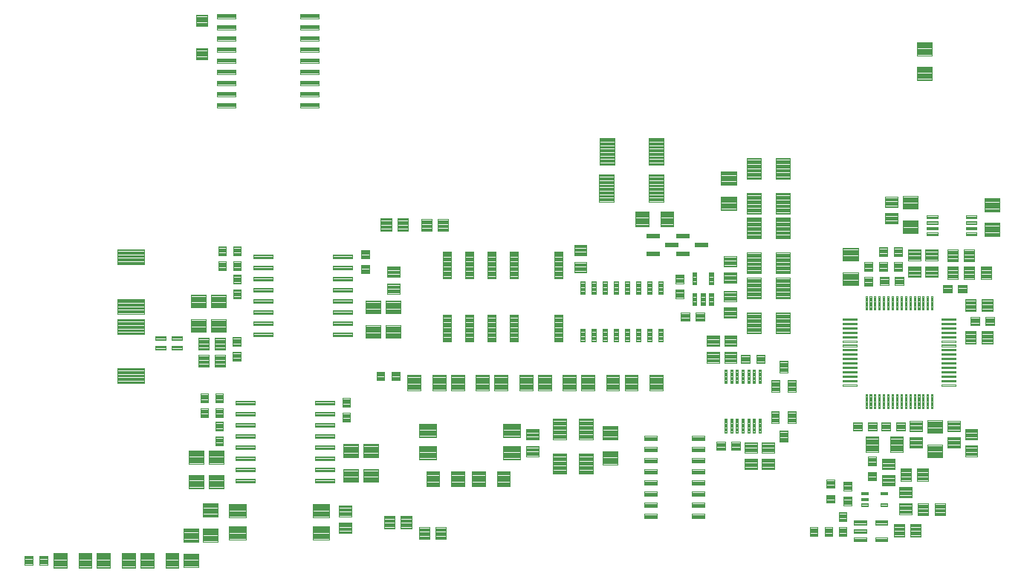
<source format=gtp>
G75*
%MOIN*%
%OFA0B0*%
%FSLAX25Y25*%
%IPPOS*%
%LPD*%
%AMOC8*
5,1,8,0,0,1.08239X$1,22.5*
%
%ADD10C,0.00378*%
%ADD11C,0.00396*%
%ADD12C,0.00386*%
%ADD13C,0.00394*%
%ADD14C,0.00425*%
%ADD15C,0.00409*%
%ADD16C,0.00406*%
%ADD17C,0.00408*%
%ADD18C,0.00402*%
D10*
X0088390Y0039441D02*
X0094310Y0039441D01*
X0094310Y0032721D01*
X0088390Y0032721D01*
X0088390Y0039441D01*
X0088390Y0033098D02*
X0094310Y0033098D01*
X0094310Y0033475D02*
X0088390Y0033475D01*
X0088390Y0033852D02*
X0094310Y0033852D01*
X0094310Y0034229D02*
X0088390Y0034229D01*
X0088390Y0034606D02*
X0094310Y0034606D01*
X0094310Y0034983D02*
X0088390Y0034983D01*
X0088390Y0035360D02*
X0094310Y0035360D01*
X0094310Y0035737D02*
X0088390Y0035737D01*
X0088390Y0036114D02*
X0094310Y0036114D01*
X0094310Y0036491D02*
X0088390Y0036491D01*
X0088390Y0036868D02*
X0094310Y0036868D01*
X0094310Y0037245D02*
X0088390Y0037245D01*
X0088390Y0037622D02*
X0094310Y0037622D01*
X0094310Y0037999D02*
X0088390Y0037999D01*
X0088390Y0038376D02*
X0094310Y0038376D01*
X0094310Y0038753D02*
X0088390Y0038753D01*
X0088390Y0039130D02*
X0094310Y0039130D01*
X0099587Y0039441D02*
X0105507Y0039441D01*
X0105507Y0032721D01*
X0099587Y0032721D01*
X0099587Y0039441D01*
X0099587Y0033098D02*
X0105507Y0033098D01*
X0105507Y0033475D02*
X0099587Y0033475D01*
X0099587Y0033852D02*
X0105507Y0033852D01*
X0105507Y0034229D02*
X0099587Y0034229D01*
X0099587Y0034606D02*
X0105507Y0034606D01*
X0105507Y0034983D02*
X0099587Y0034983D01*
X0099587Y0035360D02*
X0105507Y0035360D01*
X0105507Y0035737D02*
X0099587Y0035737D01*
X0099587Y0036114D02*
X0105507Y0036114D01*
X0105507Y0036491D02*
X0099587Y0036491D01*
X0099587Y0036868D02*
X0105507Y0036868D01*
X0105507Y0037245D02*
X0099587Y0037245D01*
X0099587Y0037622D02*
X0105507Y0037622D01*
X0105507Y0037999D02*
X0099587Y0037999D01*
X0099587Y0038376D02*
X0105507Y0038376D01*
X0105507Y0038753D02*
X0099587Y0038753D01*
X0099587Y0039130D02*
X0105507Y0039130D01*
X0107840Y0039441D02*
X0113760Y0039441D01*
X0113760Y0032721D01*
X0107840Y0032721D01*
X0107840Y0039441D01*
X0107840Y0033098D02*
X0113760Y0033098D01*
X0113760Y0033475D02*
X0107840Y0033475D01*
X0107840Y0033852D02*
X0113760Y0033852D01*
X0113760Y0034229D02*
X0107840Y0034229D01*
X0107840Y0034606D02*
X0113760Y0034606D01*
X0113760Y0034983D02*
X0107840Y0034983D01*
X0107840Y0035360D02*
X0113760Y0035360D01*
X0113760Y0035737D02*
X0107840Y0035737D01*
X0107840Y0036114D02*
X0113760Y0036114D01*
X0113760Y0036491D02*
X0107840Y0036491D01*
X0107840Y0036868D02*
X0113760Y0036868D01*
X0113760Y0037245D02*
X0107840Y0037245D01*
X0107840Y0037622D02*
X0113760Y0037622D01*
X0113760Y0037999D02*
X0107840Y0037999D01*
X0107840Y0038376D02*
X0113760Y0038376D01*
X0113760Y0038753D02*
X0107840Y0038753D01*
X0107840Y0039130D02*
X0113760Y0039130D01*
X0119037Y0039441D02*
X0124957Y0039441D01*
X0124957Y0032721D01*
X0119037Y0032721D01*
X0119037Y0039441D01*
X0119037Y0033098D02*
X0124957Y0033098D01*
X0124957Y0033475D02*
X0119037Y0033475D01*
X0119037Y0033852D02*
X0124957Y0033852D01*
X0124957Y0034229D02*
X0119037Y0034229D01*
X0119037Y0034606D02*
X0124957Y0034606D01*
X0124957Y0034983D02*
X0119037Y0034983D01*
X0119037Y0035360D02*
X0124957Y0035360D01*
X0124957Y0035737D02*
X0119037Y0035737D01*
X0119037Y0036114D02*
X0124957Y0036114D01*
X0124957Y0036491D02*
X0119037Y0036491D01*
X0119037Y0036868D02*
X0124957Y0036868D01*
X0124957Y0037245D02*
X0119037Y0037245D01*
X0119037Y0037622D02*
X0124957Y0037622D01*
X0124957Y0037999D02*
X0119037Y0037999D01*
X0119037Y0038376D02*
X0124957Y0038376D01*
X0124957Y0038753D02*
X0119037Y0038753D01*
X0119037Y0039130D02*
X0124957Y0039130D01*
X0127340Y0039441D02*
X0133260Y0039441D01*
X0133260Y0032721D01*
X0127340Y0032721D01*
X0127340Y0039441D01*
X0127340Y0033098D02*
X0133260Y0033098D01*
X0133260Y0033475D02*
X0127340Y0033475D01*
X0127340Y0033852D02*
X0133260Y0033852D01*
X0133260Y0034229D02*
X0127340Y0034229D01*
X0127340Y0034606D02*
X0133260Y0034606D01*
X0133260Y0034983D02*
X0127340Y0034983D01*
X0127340Y0035360D02*
X0133260Y0035360D01*
X0133260Y0035737D02*
X0127340Y0035737D01*
X0127340Y0036114D02*
X0133260Y0036114D01*
X0133260Y0036491D02*
X0127340Y0036491D01*
X0127340Y0036868D02*
X0133260Y0036868D01*
X0133260Y0037245D02*
X0127340Y0037245D01*
X0127340Y0037622D02*
X0133260Y0037622D01*
X0133260Y0037999D02*
X0127340Y0037999D01*
X0127340Y0038376D02*
X0133260Y0038376D01*
X0133260Y0038753D02*
X0127340Y0038753D01*
X0127340Y0039130D02*
X0133260Y0039130D01*
X0138537Y0039441D02*
X0144457Y0039441D01*
X0144457Y0032721D01*
X0138537Y0032721D01*
X0138537Y0039441D01*
X0138537Y0033098D02*
X0144457Y0033098D01*
X0144457Y0033475D02*
X0138537Y0033475D01*
X0138537Y0033852D02*
X0144457Y0033852D01*
X0144457Y0034229D02*
X0138537Y0034229D01*
X0138537Y0034606D02*
X0144457Y0034606D01*
X0144457Y0034983D02*
X0138537Y0034983D01*
X0138537Y0035360D02*
X0144457Y0035360D01*
X0144457Y0035737D02*
X0138537Y0035737D01*
X0138537Y0036114D02*
X0144457Y0036114D01*
X0144457Y0036491D02*
X0138537Y0036491D01*
X0138537Y0036868D02*
X0144457Y0036868D01*
X0144457Y0037245D02*
X0138537Y0037245D01*
X0138537Y0037622D02*
X0144457Y0037622D01*
X0144457Y0037999D02*
X0138537Y0037999D01*
X0138537Y0038376D02*
X0144457Y0038376D01*
X0144457Y0038753D02*
X0138537Y0038753D01*
X0138537Y0039130D02*
X0144457Y0039130D01*
X0146639Y0039043D02*
X0146639Y0033123D01*
X0146639Y0039043D02*
X0153359Y0039043D01*
X0153359Y0033123D01*
X0146639Y0033123D01*
X0146639Y0033500D02*
X0153359Y0033500D01*
X0153359Y0033877D02*
X0146639Y0033877D01*
X0146639Y0034254D02*
X0153359Y0034254D01*
X0153359Y0034631D02*
X0146639Y0034631D01*
X0146639Y0035008D02*
X0153359Y0035008D01*
X0153359Y0035385D02*
X0146639Y0035385D01*
X0146639Y0035762D02*
X0153359Y0035762D01*
X0153359Y0036139D02*
X0146639Y0036139D01*
X0146639Y0036516D02*
X0153359Y0036516D01*
X0153359Y0036893D02*
X0146639Y0036893D01*
X0146639Y0037270D02*
X0153359Y0037270D01*
X0153359Y0037647D02*
X0146639Y0037647D01*
X0146639Y0038024D02*
X0153359Y0038024D01*
X0153359Y0038401D02*
X0146639Y0038401D01*
X0146639Y0038778D02*
X0153359Y0038778D01*
X0146639Y0044320D02*
X0146639Y0050240D01*
X0153359Y0050240D01*
X0153359Y0044320D01*
X0146639Y0044320D01*
X0146639Y0044697D02*
X0153359Y0044697D01*
X0153359Y0045074D02*
X0146639Y0045074D01*
X0146639Y0045451D02*
X0153359Y0045451D01*
X0153359Y0045828D02*
X0146639Y0045828D01*
X0146639Y0046205D02*
X0153359Y0046205D01*
X0153359Y0046582D02*
X0146639Y0046582D01*
X0146639Y0046959D02*
X0153359Y0046959D01*
X0153359Y0047336D02*
X0146639Y0047336D01*
X0146639Y0047713D02*
X0153359Y0047713D01*
X0153359Y0048090D02*
X0146639Y0048090D01*
X0146639Y0048467D02*
X0153359Y0048467D01*
X0153359Y0048844D02*
X0146639Y0048844D01*
X0146639Y0049221D02*
X0153359Y0049221D01*
X0153359Y0049598D02*
X0146639Y0049598D01*
X0146639Y0049975D02*
X0153359Y0049975D01*
X0162159Y0050393D02*
X0162159Y0044473D01*
X0155439Y0044473D01*
X0155439Y0050393D01*
X0162159Y0050393D01*
X0162159Y0044850D02*
X0155439Y0044850D01*
X0155439Y0045227D02*
X0162159Y0045227D01*
X0162159Y0045604D02*
X0155439Y0045604D01*
X0155439Y0045981D02*
X0162159Y0045981D01*
X0162159Y0046358D02*
X0155439Y0046358D01*
X0155439Y0046735D02*
X0162159Y0046735D01*
X0162159Y0047112D02*
X0155439Y0047112D01*
X0155439Y0047489D02*
X0162159Y0047489D01*
X0162159Y0047866D02*
X0155439Y0047866D01*
X0155439Y0048243D02*
X0162159Y0048243D01*
X0162159Y0048620D02*
X0155439Y0048620D01*
X0155439Y0048997D02*
X0162159Y0048997D01*
X0162159Y0049374D02*
X0155439Y0049374D01*
X0155439Y0049751D02*
X0162159Y0049751D01*
X0162159Y0050128D02*
X0155439Y0050128D01*
X0167021Y0051391D02*
X0167021Y0045471D01*
X0167021Y0051391D02*
X0174517Y0051391D01*
X0174517Y0045471D01*
X0167021Y0045471D01*
X0167021Y0045848D02*
X0174517Y0045848D01*
X0174517Y0046225D02*
X0167021Y0046225D01*
X0167021Y0046602D02*
X0174517Y0046602D01*
X0174517Y0046979D02*
X0167021Y0046979D01*
X0167021Y0047356D02*
X0174517Y0047356D01*
X0174517Y0047733D02*
X0167021Y0047733D01*
X0167021Y0048110D02*
X0174517Y0048110D01*
X0174517Y0048487D02*
X0167021Y0048487D01*
X0167021Y0048864D02*
X0174517Y0048864D01*
X0174517Y0049241D02*
X0167021Y0049241D01*
X0167021Y0049618D02*
X0174517Y0049618D01*
X0174517Y0049995D02*
X0167021Y0049995D01*
X0167021Y0050372D02*
X0174517Y0050372D01*
X0174517Y0050749D02*
X0167021Y0050749D01*
X0167021Y0051126D02*
X0174517Y0051126D01*
X0167021Y0055471D02*
X0167021Y0061391D01*
X0174517Y0061391D01*
X0174517Y0055471D01*
X0167021Y0055471D01*
X0167021Y0055848D02*
X0174517Y0055848D01*
X0174517Y0056225D02*
X0167021Y0056225D01*
X0167021Y0056602D02*
X0174517Y0056602D01*
X0174517Y0056979D02*
X0167021Y0056979D01*
X0167021Y0057356D02*
X0174517Y0057356D01*
X0174517Y0057733D02*
X0167021Y0057733D01*
X0167021Y0058110D02*
X0174517Y0058110D01*
X0174517Y0058487D02*
X0167021Y0058487D01*
X0167021Y0058864D02*
X0174517Y0058864D01*
X0174517Y0059241D02*
X0167021Y0059241D01*
X0167021Y0059618D02*
X0174517Y0059618D01*
X0174517Y0059995D02*
X0167021Y0059995D01*
X0167021Y0060372D02*
X0174517Y0060372D01*
X0174517Y0060749D02*
X0167021Y0060749D01*
X0167021Y0061126D02*
X0174517Y0061126D01*
X0162159Y0061590D02*
X0162159Y0055670D01*
X0155439Y0055670D01*
X0155439Y0061590D01*
X0162159Y0061590D01*
X0162159Y0056047D02*
X0155439Y0056047D01*
X0155439Y0056424D02*
X0162159Y0056424D01*
X0162159Y0056801D02*
X0155439Y0056801D01*
X0155439Y0057178D02*
X0162159Y0057178D01*
X0162159Y0057555D02*
X0155439Y0057555D01*
X0155439Y0057932D02*
X0162159Y0057932D01*
X0162159Y0058309D02*
X0155439Y0058309D01*
X0155439Y0058686D02*
X0162159Y0058686D01*
X0162159Y0059063D02*
X0155439Y0059063D01*
X0155439Y0059440D02*
X0162159Y0059440D01*
X0162159Y0059817D02*
X0155439Y0059817D01*
X0155439Y0060194D02*
X0162159Y0060194D01*
X0162159Y0060571D02*
X0155439Y0060571D01*
X0155439Y0060948D02*
X0162159Y0060948D01*
X0162159Y0061325D02*
X0155439Y0061325D01*
X0148845Y0068409D02*
X0148845Y0074329D01*
X0155553Y0074329D01*
X0155553Y0068409D01*
X0148845Y0068409D01*
X0148845Y0068786D02*
X0155553Y0068786D01*
X0155553Y0069163D02*
X0148845Y0069163D01*
X0148845Y0069540D02*
X0155553Y0069540D01*
X0155553Y0069917D02*
X0148845Y0069917D01*
X0148845Y0070294D02*
X0155553Y0070294D01*
X0155553Y0070671D02*
X0148845Y0070671D01*
X0148845Y0071048D02*
X0155553Y0071048D01*
X0155553Y0071425D02*
X0148845Y0071425D01*
X0148845Y0071802D02*
X0155553Y0071802D01*
X0155553Y0072179D02*
X0148845Y0072179D01*
X0148845Y0072556D02*
X0155553Y0072556D01*
X0155553Y0072933D02*
X0148845Y0072933D01*
X0148845Y0073310D02*
X0155553Y0073310D01*
X0155553Y0073687D02*
X0148845Y0073687D01*
X0148845Y0074064D02*
X0155553Y0074064D01*
X0158095Y0074329D02*
X0158095Y0068409D01*
X0158095Y0074329D02*
X0164803Y0074329D01*
X0164803Y0068409D01*
X0158095Y0068409D01*
X0158095Y0068786D02*
X0164803Y0068786D01*
X0164803Y0069163D02*
X0158095Y0069163D01*
X0158095Y0069540D02*
X0164803Y0069540D01*
X0164803Y0069917D02*
X0158095Y0069917D01*
X0158095Y0070294D02*
X0164803Y0070294D01*
X0164803Y0070671D02*
X0158095Y0070671D01*
X0158095Y0071048D02*
X0164803Y0071048D01*
X0164803Y0071425D02*
X0158095Y0071425D01*
X0158095Y0071802D02*
X0164803Y0071802D01*
X0164803Y0072179D02*
X0158095Y0072179D01*
X0158095Y0072556D02*
X0164803Y0072556D01*
X0164803Y0072933D02*
X0158095Y0072933D01*
X0158095Y0073310D02*
X0164803Y0073310D01*
X0164803Y0073687D02*
X0158095Y0073687D01*
X0158095Y0074064D02*
X0164803Y0074064D01*
X0158095Y0079433D02*
X0158095Y0085353D01*
X0164803Y0085353D01*
X0164803Y0079433D01*
X0158095Y0079433D01*
X0158095Y0079810D02*
X0164803Y0079810D01*
X0164803Y0080187D02*
X0158095Y0080187D01*
X0158095Y0080564D02*
X0164803Y0080564D01*
X0164803Y0080941D02*
X0158095Y0080941D01*
X0158095Y0081318D02*
X0164803Y0081318D01*
X0164803Y0081695D02*
X0158095Y0081695D01*
X0158095Y0082072D02*
X0164803Y0082072D01*
X0164803Y0082449D02*
X0158095Y0082449D01*
X0158095Y0082826D02*
X0164803Y0082826D01*
X0164803Y0083203D02*
X0158095Y0083203D01*
X0158095Y0083580D02*
X0164803Y0083580D01*
X0164803Y0083957D02*
X0158095Y0083957D01*
X0158095Y0084334D02*
X0164803Y0084334D01*
X0164803Y0084711D02*
X0158095Y0084711D01*
X0158095Y0085088D02*
X0164803Y0085088D01*
X0148845Y0085353D02*
X0148845Y0079433D01*
X0148845Y0085353D02*
X0155553Y0085353D01*
X0155553Y0079433D01*
X0148845Y0079433D01*
X0148845Y0079810D02*
X0155553Y0079810D01*
X0155553Y0080187D02*
X0148845Y0080187D01*
X0148845Y0080564D02*
X0155553Y0080564D01*
X0155553Y0080941D02*
X0148845Y0080941D01*
X0148845Y0081318D02*
X0155553Y0081318D01*
X0155553Y0081695D02*
X0148845Y0081695D01*
X0148845Y0082072D02*
X0155553Y0082072D01*
X0155553Y0082449D02*
X0148845Y0082449D01*
X0148845Y0082826D02*
X0155553Y0082826D01*
X0155553Y0083203D02*
X0148845Y0083203D01*
X0148845Y0083580D02*
X0155553Y0083580D01*
X0155553Y0083957D02*
X0148845Y0083957D01*
X0148845Y0084334D02*
X0155553Y0084334D01*
X0155553Y0084711D02*
X0148845Y0084711D01*
X0148845Y0085088D02*
X0155553Y0085088D01*
X0212076Y0061391D02*
X0212076Y0055471D01*
X0204580Y0055471D01*
X0204580Y0061391D01*
X0212076Y0061391D01*
X0212076Y0055848D02*
X0204580Y0055848D01*
X0204580Y0056225D02*
X0212076Y0056225D01*
X0212076Y0056602D02*
X0204580Y0056602D01*
X0204580Y0056979D02*
X0212076Y0056979D01*
X0212076Y0057356D02*
X0204580Y0057356D01*
X0204580Y0057733D02*
X0212076Y0057733D01*
X0212076Y0058110D02*
X0204580Y0058110D01*
X0204580Y0058487D02*
X0212076Y0058487D01*
X0212076Y0058864D02*
X0204580Y0058864D01*
X0204580Y0059241D02*
X0212076Y0059241D01*
X0212076Y0059618D02*
X0204580Y0059618D01*
X0204580Y0059995D02*
X0212076Y0059995D01*
X0212076Y0060372D02*
X0204580Y0060372D01*
X0204580Y0060749D02*
X0212076Y0060749D01*
X0212076Y0061126D02*
X0204580Y0061126D01*
X0212076Y0051391D02*
X0212076Y0045471D01*
X0204580Y0045471D01*
X0204580Y0051391D01*
X0212076Y0051391D01*
X0212076Y0045848D02*
X0204580Y0045848D01*
X0204580Y0046225D02*
X0212076Y0046225D01*
X0212076Y0046602D02*
X0204580Y0046602D01*
X0204580Y0046979D02*
X0212076Y0046979D01*
X0212076Y0047356D02*
X0204580Y0047356D01*
X0204580Y0047733D02*
X0212076Y0047733D01*
X0212076Y0048110D02*
X0204580Y0048110D01*
X0204580Y0048487D02*
X0212076Y0048487D01*
X0212076Y0048864D02*
X0204580Y0048864D01*
X0204580Y0049241D02*
X0212076Y0049241D01*
X0212076Y0049618D02*
X0204580Y0049618D01*
X0204580Y0049995D02*
X0212076Y0049995D01*
X0212076Y0050372D02*
X0204580Y0050372D01*
X0204580Y0050749D02*
X0212076Y0050749D01*
X0212076Y0051126D02*
X0204580Y0051126D01*
X0218195Y0071209D02*
X0218195Y0077129D01*
X0224903Y0077129D01*
X0224903Y0071209D01*
X0218195Y0071209D01*
X0218195Y0071586D02*
X0224903Y0071586D01*
X0224903Y0071963D02*
X0218195Y0071963D01*
X0218195Y0072340D02*
X0224903Y0072340D01*
X0224903Y0072717D02*
X0218195Y0072717D01*
X0218195Y0073094D02*
X0224903Y0073094D01*
X0224903Y0073471D02*
X0218195Y0073471D01*
X0218195Y0073848D02*
X0224903Y0073848D01*
X0224903Y0074225D02*
X0218195Y0074225D01*
X0218195Y0074602D02*
X0224903Y0074602D01*
X0224903Y0074979D02*
X0218195Y0074979D01*
X0218195Y0075356D02*
X0224903Y0075356D01*
X0224903Y0075733D02*
X0218195Y0075733D01*
X0218195Y0076110D02*
X0224903Y0076110D01*
X0224903Y0076487D02*
X0218195Y0076487D01*
X0218195Y0076864D02*
X0224903Y0076864D01*
X0227445Y0077129D02*
X0227445Y0071209D01*
X0227445Y0077129D02*
X0234153Y0077129D01*
X0234153Y0071209D01*
X0227445Y0071209D01*
X0227445Y0071586D02*
X0234153Y0071586D01*
X0234153Y0071963D02*
X0227445Y0071963D01*
X0227445Y0072340D02*
X0234153Y0072340D01*
X0234153Y0072717D02*
X0227445Y0072717D01*
X0227445Y0073094D02*
X0234153Y0073094D01*
X0234153Y0073471D02*
X0227445Y0073471D01*
X0227445Y0073848D02*
X0234153Y0073848D01*
X0234153Y0074225D02*
X0227445Y0074225D01*
X0227445Y0074602D02*
X0234153Y0074602D01*
X0234153Y0074979D02*
X0227445Y0074979D01*
X0227445Y0075356D02*
X0234153Y0075356D01*
X0234153Y0075733D02*
X0227445Y0075733D01*
X0227445Y0076110D02*
X0234153Y0076110D01*
X0234153Y0076487D02*
X0227445Y0076487D01*
X0227445Y0076864D02*
X0234153Y0076864D01*
X0227445Y0082233D02*
X0227445Y0088153D01*
X0234153Y0088153D01*
X0234153Y0082233D01*
X0227445Y0082233D01*
X0227445Y0082610D02*
X0234153Y0082610D01*
X0234153Y0082987D02*
X0227445Y0082987D01*
X0227445Y0083364D02*
X0234153Y0083364D01*
X0234153Y0083741D02*
X0227445Y0083741D01*
X0227445Y0084118D02*
X0234153Y0084118D01*
X0234153Y0084495D02*
X0227445Y0084495D01*
X0227445Y0084872D02*
X0234153Y0084872D01*
X0234153Y0085249D02*
X0227445Y0085249D01*
X0227445Y0085626D02*
X0234153Y0085626D01*
X0234153Y0086003D02*
X0227445Y0086003D01*
X0227445Y0086380D02*
X0234153Y0086380D01*
X0234153Y0086757D02*
X0227445Y0086757D01*
X0227445Y0087134D02*
X0234153Y0087134D01*
X0234153Y0087511D02*
X0227445Y0087511D01*
X0227445Y0087888D02*
X0234153Y0087888D01*
X0218195Y0088153D02*
X0218195Y0082233D01*
X0218195Y0088153D02*
X0224903Y0088153D01*
X0224903Y0082233D01*
X0218195Y0082233D01*
X0218195Y0082610D02*
X0224903Y0082610D01*
X0224903Y0082987D02*
X0218195Y0082987D01*
X0218195Y0083364D02*
X0224903Y0083364D01*
X0224903Y0083741D02*
X0218195Y0083741D01*
X0218195Y0084118D02*
X0224903Y0084118D01*
X0224903Y0084495D02*
X0218195Y0084495D01*
X0218195Y0084872D02*
X0224903Y0084872D01*
X0224903Y0085249D02*
X0218195Y0085249D01*
X0218195Y0085626D02*
X0224903Y0085626D01*
X0224903Y0086003D02*
X0218195Y0086003D01*
X0218195Y0086380D02*
X0224903Y0086380D01*
X0224903Y0086757D02*
X0218195Y0086757D01*
X0218195Y0087134D02*
X0224903Y0087134D01*
X0224903Y0087511D02*
X0218195Y0087511D01*
X0218195Y0087888D02*
X0224903Y0087888D01*
X0252471Y0087341D02*
X0252471Y0081421D01*
X0252471Y0087341D02*
X0259967Y0087341D01*
X0259967Y0081421D01*
X0252471Y0081421D01*
X0252471Y0081798D02*
X0259967Y0081798D01*
X0259967Y0082175D02*
X0252471Y0082175D01*
X0252471Y0082552D02*
X0259967Y0082552D01*
X0259967Y0082929D02*
X0252471Y0082929D01*
X0252471Y0083306D02*
X0259967Y0083306D01*
X0259967Y0083683D02*
X0252471Y0083683D01*
X0252471Y0084060D02*
X0259967Y0084060D01*
X0259967Y0084437D02*
X0252471Y0084437D01*
X0252471Y0084814D02*
X0259967Y0084814D01*
X0259967Y0085191D02*
X0252471Y0085191D01*
X0252471Y0085568D02*
X0259967Y0085568D01*
X0259967Y0085945D02*
X0252471Y0085945D01*
X0252471Y0086322D02*
X0259967Y0086322D01*
X0259967Y0086699D02*
X0252471Y0086699D01*
X0252471Y0087076D02*
X0259967Y0087076D01*
X0252471Y0091421D02*
X0252471Y0097341D01*
X0259967Y0097341D01*
X0259967Y0091421D01*
X0252471Y0091421D01*
X0252471Y0091798D02*
X0259967Y0091798D01*
X0259967Y0092175D02*
X0252471Y0092175D01*
X0252471Y0092552D02*
X0259967Y0092552D01*
X0259967Y0092929D02*
X0252471Y0092929D01*
X0252471Y0093306D02*
X0259967Y0093306D01*
X0259967Y0093683D02*
X0252471Y0093683D01*
X0252471Y0094060D02*
X0259967Y0094060D01*
X0259967Y0094437D02*
X0252471Y0094437D01*
X0252471Y0094814D02*
X0259967Y0094814D01*
X0259967Y0095191D02*
X0252471Y0095191D01*
X0252471Y0095568D02*
X0259967Y0095568D01*
X0259967Y0095945D02*
X0252471Y0095945D01*
X0252471Y0096322D02*
X0259967Y0096322D01*
X0259967Y0096699D02*
X0252471Y0096699D01*
X0252471Y0097076D02*
X0259967Y0097076D01*
X0258337Y0119191D02*
X0264257Y0119191D01*
X0264257Y0112471D01*
X0258337Y0112471D01*
X0258337Y0119191D01*
X0258337Y0112848D02*
X0264257Y0112848D01*
X0264257Y0113225D02*
X0258337Y0113225D01*
X0258337Y0113602D02*
X0264257Y0113602D01*
X0264257Y0113979D02*
X0258337Y0113979D01*
X0258337Y0114356D02*
X0264257Y0114356D01*
X0264257Y0114733D02*
X0258337Y0114733D01*
X0258337Y0115110D02*
X0264257Y0115110D01*
X0264257Y0115487D02*
X0258337Y0115487D01*
X0258337Y0115864D02*
X0264257Y0115864D01*
X0264257Y0116241D02*
X0258337Y0116241D01*
X0258337Y0116618D02*
X0264257Y0116618D01*
X0264257Y0116995D02*
X0258337Y0116995D01*
X0258337Y0117372D02*
X0264257Y0117372D01*
X0264257Y0117749D02*
X0258337Y0117749D01*
X0258337Y0118126D02*
X0264257Y0118126D01*
X0264257Y0118503D02*
X0258337Y0118503D01*
X0258337Y0118880D02*
X0264257Y0118880D01*
X0266590Y0119191D02*
X0272510Y0119191D01*
X0272510Y0112471D01*
X0266590Y0112471D01*
X0266590Y0119191D01*
X0266590Y0112848D02*
X0272510Y0112848D01*
X0272510Y0113225D02*
X0266590Y0113225D01*
X0266590Y0113602D02*
X0272510Y0113602D01*
X0272510Y0113979D02*
X0266590Y0113979D01*
X0266590Y0114356D02*
X0272510Y0114356D01*
X0272510Y0114733D02*
X0266590Y0114733D01*
X0266590Y0115110D02*
X0272510Y0115110D01*
X0272510Y0115487D02*
X0266590Y0115487D01*
X0266590Y0115864D02*
X0272510Y0115864D01*
X0272510Y0116241D02*
X0266590Y0116241D01*
X0266590Y0116618D02*
X0272510Y0116618D01*
X0272510Y0116995D02*
X0266590Y0116995D01*
X0266590Y0117372D02*
X0272510Y0117372D01*
X0272510Y0117749D02*
X0266590Y0117749D01*
X0266590Y0118126D02*
X0272510Y0118126D01*
X0272510Y0118503D02*
X0266590Y0118503D01*
X0266590Y0118880D02*
X0272510Y0118880D01*
X0277787Y0119191D02*
X0283707Y0119191D01*
X0283707Y0112471D01*
X0277787Y0112471D01*
X0277787Y0119191D01*
X0277787Y0112848D02*
X0283707Y0112848D01*
X0283707Y0113225D02*
X0277787Y0113225D01*
X0277787Y0113602D02*
X0283707Y0113602D01*
X0283707Y0113979D02*
X0277787Y0113979D01*
X0277787Y0114356D02*
X0283707Y0114356D01*
X0283707Y0114733D02*
X0277787Y0114733D01*
X0277787Y0115110D02*
X0283707Y0115110D01*
X0283707Y0115487D02*
X0277787Y0115487D01*
X0277787Y0115864D02*
X0283707Y0115864D01*
X0283707Y0116241D02*
X0277787Y0116241D01*
X0277787Y0116618D02*
X0283707Y0116618D01*
X0283707Y0116995D02*
X0277787Y0116995D01*
X0277787Y0117372D02*
X0283707Y0117372D01*
X0283707Y0117749D02*
X0277787Y0117749D01*
X0277787Y0118126D02*
X0283707Y0118126D01*
X0283707Y0118503D02*
X0277787Y0118503D01*
X0277787Y0118880D02*
X0283707Y0118880D01*
X0286090Y0119191D02*
X0292010Y0119191D01*
X0292010Y0112471D01*
X0286090Y0112471D01*
X0286090Y0119191D01*
X0286090Y0112848D02*
X0292010Y0112848D01*
X0292010Y0113225D02*
X0286090Y0113225D01*
X0286090Y0113602D02*
X0292010Y0113602D01*
X0292010Y0113979D02*
X0286090Y0113979D01*
X0286090Y0114356D02*
X0292010Y0114356D01*
X0292010Y0114733D02*
X0286090Y0114733D01*
X0286090Y0115110D02*
X0292010Y0115110D01*
X0292010Y0115487D02*
X0286090Y0115487D01*
X0286090Y0115864D02*
X0292010Y0115864D01*
X0292010Y0116241D02*
X0286090Y0116241D01*
X0286090Y0116618D02*
X0292010Y0116618D01*
X0292010Y0116995D02*
X0286090Y0116995D01*
X0286090Y0117372D02*
X0292010Y0117372D01*
X0292010Y0117749D02*
X0286090Y0117749D01*
X0286090Y0118126D02*
X0292010Y0118126D01*
X0292010Y0118503D02*
X0286090Y0118503D01*
X0286090Y0118880D02*
X0292010Y0118880D01*
X0297287Y0119191D02*
X0303207Y0119191D01*
X0303207Y0112471D01*
X0297287Y0112471D01*
X0297287Y0119191D01*
X0297287Y0112848D02*
X0303207Y0112848D01*
X0303207Y0113225D02*
X0297287Y0113225D01*
X0297287Y0113602D02*
X0303207Y0113602D01*
X0303207Y0113979D02*
X0297287Y0113979D01*
X0297287Y0114356D02*
X0303207Y0114356D01*
X0303207Y0114733D02*
X0297287Y0114733D01*
X0297287Y0115110D02*
X0303207Y0115110D01*
X0303207Y0115487D02*
X0297287Y0115487D01*
X0297287Y0115864D02*
X0303207Y0115864D01*
X0303207Y0116241D02*
X0297287Y0116241D01*
X0297287Y0116618D02*
X0303207Y0116618D01*
X0303207Y0116995D02*
X0297287Y0116995D01*
X0297287Y0117372D02*
X0303207Y0117372D01*
X0303207Y0117749D02*
X0297287Y0117749D01*
X0297287Y0118126D02*
X0303207Y0118126D01*
X0303207Y0118503D02*
X0297287Y0118503D01*
X0297287Y0118880D02*
X0303207Y0118880D01*
X0305590Y0119191D02*
X0311510Y0119191D01*
X0311510Y0112471D01*
X0305590Y0112471D01*
X0305590Y0119191D01*
X0305590Y0112848D02*
X0311510Y0112848D01*
X0311510Y0113225D02*
X0305590Y0113225D01*
X0305590Y0113602D02*
X0311510Y0113602D01*
X0311510Y0113979D02*
X0305590Y0113979D01*
X0305590Y0114356D02*
X0311510Y0114356D01*
X0311510Y0114733D02*
X0305590Y0114733D01*
X0305590Y0115110D02*
X0311510Y0115110D01*
X0311510Y0115487D02*
X0305590Y0115487D01*
X0305590Y0115864D02*
X0311510Y0115864D01*
X0311510Y0116241D02*
X0305590Y0116241D01*
X0305590Y0116618D02*
X0311510Y0116618D01*
X0311510Y0116995D02*
X0305590Y0116995D01*
X0305590Y0117372D02*
X0311510Y0117372D01*
X0311510Y0117749D02*
X0305590Y0117749D01*
X0305590Y0118126D02*
X0311510Y0118126D01*
X0311510Y0118503D02*
X0305590Y0118503D01*
X0305590Y0118880D02*
X0311510Y0118880D01*
X0316787Y0119191D02*
X0322707Y0119191D01*
X0322707Y0112471D01*
X0316787Y0112471D01*
X0316787Y0119191D01*
X0316787Y0112848D02*
X0322707Y0112848D01*
X0322707Y0113225D02*
X0316787Y0113225D01*
X0316787Y0113602D02*
X0322707Y0113602D01*
X0322707Y0113979D02*
X0316787Y0113979D01*
X0316787Y0114356D02*
X0322707Y0114356D01*
X0322707Y0114733D02*
X0316787Y0114733D01*
X0316787Y0115110D02*
X0322707Y0115110D01*
X0322707Y0115487D02*
X0316787Y0115487D01*
X0316787Y0115864D02*
X0322707Y0115864D01*
X0322707Y0116241D02*
X0316787Y0116241D01*
X0316787Y0116618D02*
X0322707Y0116618D01*
X0322707Y0116995D02*
X0316787Y0116995D01*
X0316787Y0117372D02*
X0322707Y0117372D01*
X0322707Y0117749D02*
X0316787Y0117749D01*
X0316787Y0118126D02*
X0322707Y0118126D01*
X0322707Y0118503D02*
X0316787Y0118503D01*
X0316787Y0118880D02*
X0322707Y0118880D01*
X0325040Y0119191D02*
X0330960Y0119191D01*
X0330960Y0112471D01*
X0325040Y0112471D01*
X0325040Y0119191D01*
X0325040Y0112848D02*
X0330960Y0112848D01*
X0330960Y0113225D02*
X0325040Y0113225D01*
X0325040Y0113602D02*
X0330960Y0113602D01*
X0330960Y0113979D02*
X0325040Y0113979D01*
X0325040Y0114356D02*
X0330960Y0114356D01*
X0330960Y0114733D02*
X0325040Y0114733D01*
X0325040Y0115110D02*
X0330960Y0115110D01*
X0330960Y0115487D02*
X0325040Y0115487D01*
X0325040Y0115864D02*
X0330960Y0115864D01*
X0330960Y0116241D02*
X0325040Y0116241D01*
X0325040Y0116618D02*
X0330960Y0116618D01*
X0330960Y0116995D02*
X0325040Y0116995D01*
X0325040Y0117372D02*
X0330960Y0117372D01*
X0330960Y0117749D02*
X0325040Y0117749D01*
X0325040Y0118126D02*
X0330960Y0118126D01*
X0330960Y0118503D02*
X0325040Y0118503D01*
X0325040Y0118880D02*
X0330960Y0118880D01*
X0336237Y0119191D02*
X0342157Y0119191D01*
X0342157Y0112471D01*
X0336237Y0112471D01*
X0336237Y0119191D01*
X0336237Y0112848D02*
X0342157Y0112848D01*
X0342157Y0113225D02*
X0336237Y0113225D01*
X0336237Y0113602D02*
X0342157Y0113602D01*
X0342157Y0113979D02*
X0336237Y0113979D01*
X0336237Y0114356D02*
X0342157Y0114356D01*
X0342157Y0114733D02*
X0336237Y0114733D01*
X0336237Y0115110D02*
X0342157Y0115110D01*
X0342157Y0115487D02*
X0336237Y0115487D01*
X0336237Y0115864D02*
X0342157Y0115864D01*
X0342157Y0116241D02*
X0336237Y0116241D01*
X0336237Y0116618D02*
X0342157Y0116618D01*
X0342157Y0116995D02*
X0336237Y0116995D01*
X0336237Y0117372D02*
X0342157Y0117372D01*
X0342157Y0117749D02*
X0336237Y0117749D01*
X0336237Y0118126D02*
X0342157Y0118126D01*
X0342157Y0118503D02*
X0336237Y0118503D01*
X0336237Y0118880D02*
X0342157Y0118880D01*
X0344540Y0119191D02*
X0350460Y0119191D01*
X0350460Y0112471D01*
X0344540Y0112471D01*
X0344540Y0119191D01*
X0344540Y0112848D02*
X0350460Y0112848D01*
X0350460Y0113225D02*
X0344540Y0113225D01*
X0344540Y0113602D02*
X0350460Y0113602D01*
X0350460Y0113979D02*
X0344540Y0113979D01*
X0344540Y0114356D02*
X0350460Y0114356D01*
X0350460Y0114733D02*
X0344540Y0114733D01*
X0344540Y0115110D02*
X0350460Y0115110D01*
X0350460Y0115487D02*
X0344540Y0115487D01*
X0344540Y0115864D02*
X0350460Y0115864D01*
X0350460Y0116241D02*
X0344540Y0116241D01*
X0344540Y0116618D02*
X0350460Y0116618D01*
X0350460Y0116995D02*
X0344540Y0116995D01*
X0344540Y0117372D02*
X0350460Y0117372D01*
X0350460Y0117749D02*
X0344540Y0117749D01*
X0344540Y0118126D02*
X0350460Y0118126D01*
X0350460Y0118503D02*
X0344540Y0118503D01*
X0344540Y0118880D02*
X0350460Y0118880D01*
X0355737Y0119191D02*
X0361657Y0119191D01*
X0361657Y0112471D01*
X0355737Y0112471D01*
X0355737Y0119191D01*
X0355737Y0112848D02*
X0361657Y0112848D01*
X0361657Y0113225D02*
X0355737Y0113225D01*
X0355737Y0113602D02*
X0361657Y0113602D01*
X0361657Y0113979D02*
X0355737Y0113979D01*
X0355737Y0114356D02*
X0361657Y0114356D01*
X0361657Y0114733D02*
X0355737Y0114733D01*
X0355737Y0115110D02*
X0361657Y0115110D01*
X0361657Y0115487D02*
X0355737Y0115487D01*
X0355737Y0115864D02*
X0361657Y0115864D01*
X0361657Y0116241D02*
X0355737Y0116241D01*
X0355737Y0116618D02*
X0361657Y0116618D01*
X0361657Y0116995D02*
X0355737Y0116995D01*
X0355737Y0117372D02*
X0361657Y0117372D01*
X0361657Y0117749D02*
X0355737Y0117749D01*
X0355737Y0118126D02*
X0361657Y0118126D01*
X0361657Y0118503D02*
X0355737Y0118503D01*
X0355737Y0118880D02*
X0361657Y0118880D01*
X0341309Y0096240D02*
X0341309Y0090320D01*
X0334589Y0090320D01*
X0334589Y0096240D01*
X0341309Y0096240D01*
X0341309Y0090697D02*
X0334589Y0090697D01*
X0334589Y0091074D02*
X0341309Y0091074D01*
X0341309Y0091451D02*
X0334589Y0091451D01*
X0334589Y0091828D02*
X0341309Y0091828D01*
X0341309Y0092205D02*
X0334589Y0092205D01*
X0334589Y0092582D02*
X0341309Y0092582D01*
X0341309Y0092959D02*
X0334589Y0092959D01*
X0334589Y0093336D02*
X0341309Y0093336D01*
X0341309Y0093713D02*
X0334589Y0093713D01*
X0334589Y0094090D02*
X0341309Y0094090D01*
X0341309Y0094467D02*
X0334589Y0094467D01*
X0334589Y0094844D02*
X0341309Y0094844D01*
X0341309Y0095221D02*
X0334589Y0095221D01*
X0334589Y0095598D02*
X0341309Y0095598D01*
X0341309Y0095975D02*
X0334589Y0095975D01*
X0341309Y0085043D02*
X0341309Y0079123D01*
X0334589Y0079123D01*
X0334589Y0085043D01*
X0341309Y0085043D01*
X0341309Y0079500D02*
X0334589Y0079500D01*
X0334589Y0079877D02*
X0341309Y0079877D01*
X0341309Y0080254D02*
X0334589Y0080254D01*
X0334589Y0080631D02*
X0341309Y0080631D01*
X0341309Y0081008D02*
X0334589Y0081008D01*
X0334589Y0081385D02*
X0341309Y0081385D01*
X0341309Y0081762D02*
X0334589Y0081762D01*
X0334589Y0082139D02*
X0341309Y0082139D01*
X0341309Y0082516D02*
X0334589Y0082516D01*
X0334589Y0082893D02*
X0341309Y0082893D01*
X0341309Y0083270D02*
X0334589Y0083270D01*
X0334589Y0083647D02*
X0341309Y0083647D01*
X0341309Y0084024D02*
X0334589Y0084024D01*
X0334589Y0084401D02*
X0341309Y0084401D01*
X0341309Y0084778D02*
X0334589Y0084778D01*
X0297526Y0087341D02*
X0297526Y0081421D01*
X0290030Y0081421D01*
X0290030Y0087341D01*
X0297526Y0087341D01*
X0297526Y0081798D02*
X0290030Y0081798D01*
X0290030Y0082175D02*
X0297526Y0082175D01*
X0297526Y0082552D02*
X0290030Y0082552D01*
X0290030Y0082929D02*
X0297526Y0082929D01*
X0297526Y0083306D02*
X0290030Y0083306D01*
X0290030Y0083683D02*
X0297526Y0083683D01*
X0297526Y0084060D02*
X0290030Y0084060D01*
X0290030Y0084437D02*
X0297526Y0084437D01*
X0297526Y0084814D02*
X0290030Y0084814D01*
X0290030Y0085191D02*
X0297526Y0085191D01*
X0297526Y0085568D02*
X0290030Y0085568D01*
X0290030Y0085945D02*
X0297526Y0085945D01*
X0297526Y0086322D02*
X0290030Y0086322D01*
X0290030Y0086699D02*
X0297526Y0086699D01*
X0297526Y0087076D02*
X0290030Y0087076D01*
X0297526Y0091421D02*
X0297526Y0097341D01*
X0297526Y0091421D02*
X0290030Y0091421D01*
X0290030Y0097341D01*
X0297526Y0097341D01*
X0297526Y0091798D02*
X0290030Y0091798D01*
X0290030Y0092175D02*
X0297526Y0092175D01*
X0297526Y0092552D02*
X0290030Y0092552D01*
X0290030Y0092929D02*
X0297526Y0092929D01*
X0297526Y0093306D02*
X0290030Y0093306D01*
X0290030Y0093683D02*
X0297526Y0093683D01*
X0297526Y0094060D02*
X0290030Y0094060D01*
X0290030Y0094437D02*
X0297526Y0094437D01*
X0297526Y0094814D02*
X0290030Y0094814D01*
X0290030Y0095191D02*
X0297526Y0095191D01*
X0297526Y0095568D02*
X0290030Y0095568D01*
X0290030Y0095945D02*
X0297526Y0095945D01*
X0297526Y0096322D02*
X0290030Y0096322D01*
X0290030Y0096699D02*
X0297526Y0096699D01*
X0297526Y0097076D02*
X0290030Y0097076D01*
X0253060Y0119191D02*
X0247140Y0119191D01*
X0253060Y0119191D02*
X0253060Y0112471D01*
X0247140Y0112471D01*
X0247140Y0119191D01*
X0247140Y0112848D02*
X0253060Y0112848D01*
X0253060Y0113225D02*
X0247140Y0113225D01*
X0247140Y0113602D02*
X0253060Y0113602D01*
X0253060Y0113979D02*
X0247140Y0113979D01*
X0247140Y0114356D02*
X0253060Y0114356D01*
X0253060Y0114733D02*
X0247140Y0114733D01*
X0247140Y0115110D02*
X0253060Y0115110D01*
X0253060Y0115487D02*
X0247140Y0115487D01*
X0247140Y0115864D02*
X0253060Y0115864D01*
X0253060Y0116241D02*
X0247140Y0116241D01*
X0247140Y0116618D02*
X0253060Y0116618D01*
X0253060Y0116995D02*
X0247140Y0116995D01*
X0247140Y0117372D02*
X0253060Y0117372D01*
X0253060Y0117749D02*
X0247140Y0117749D01*
X0247140Y0118126D02*
X0253060Y0118126D01*
X0253060Y0118503D02*
X0247140Y0118503D01*
X0247140Y0118880D02*
X0253060Y0118880D01*
X0237445Y0135859D02*
X0237445Y0141779D01*
X0244153Y0141779D01*
X0244153Y0135859D01*
X0237445Y0135859D01*
X0237445Y0136236D02*
X0244153Y0136236D01*
X0244153Y0136613D02*
X0237445Y0136613D01*
X0237445Y0136990D02*
X0244153Y0136990D01*
X0244153Y0137367D02*
X0237445Y0137367D01*
X0237445Y0137744D02*
X0244153Y0137744D01*
X0244153Y0138121D02*
X0237445Y0138121D01*
X0237445Y0138498D02*
X0244153Y0138498D01*
X0244153Y0138875D02*
X0237445Y0138875D01*
X0237445Y0139252D02*
X0244153Y0139252D01*
X0244153Y0139629D02*
X0237445Y0139629D01*
X0237445Y0140006D02*
X0244153Y0140006D01*
X0244153Y0140383D02*
X0237445Y0140383D01*
X0237445Y0140760D02*
X0244153Y0140760D01*
X0244153Y0141137D02*
X0237445Y0141137D01*
X0237445Y0141514D02*
X0244153Y0141514D01*
X0237445Y0146883D02*
X0237445Y0152803D01*
X0244153Y0152803D01*
X0244153Y0146883D01*
X0237445Y0146883D01*
X0237445Y0147260D02*
X0244153Y0147260D01*
X0244153Y0147637D02*
X0237445Y0147637D01*
X0237445Y0148014D02*
X0244153Y0148014D01*
X0244153Y0148391D02*
X0237445Y0148391D01*
X0237445Y0148768D02*
X0244153Y0148768D01*
X0244153Y0149145D02*
X0237445Y0149145D01*
X0237445Y0149522D02*
X0244153Y0149522D01*
X0244153Y0149899D02*
X0237445Y0149899D01*
X0237445Y0150276D02*
X0244153Y0150276D01*
X0244153Y0150653D02*
X0237445Y0150653D01*
X0237445Y0151030D02*
X0244153Y0151030D01*
X0244153Y0151407D02*
X0237445Y0151407D01*
X0237445Y0151784D02*
X0244153Y0151784D01*
X0244153Y0152161D02*
X0237445Y0152161D01*
X0237445Y0152538D02*
X0244153Y0152538D01*
X0228195Y0152803D02*
X0228195Y0146883D01*
X0228195Y0152803D02*
X0234903Y0152803D01*
X0234903Y0146883D01*
X0228195Y0146883D01*
X0228195Y0147260D02*
X0234903Y0147260D01*
X0234903Y0147637D02*
X0228195Y0147637D01*
X0228195Y0148014D02*
X0234903Y0148014D01*
X0234903Y0148391D02*
X0228195Y0148391D01*
X0228195Y0148768D02*
X0234903Y0148768D01*
X0234903Y0149145D02*
X0228195Y0149145D01*
X0228195Y0149522D02*
X0234903Y0149522D01*
X0234903Y0149899D02*
X0228195Y0149899D01*
X0228195Y0150276D02*
X0234903Y0150276D01*
X0234903Y0150653D02*
X0228195Y0150653D01*
X0228195Y0151030D02*
X0234903Y0151030D01*
X0234903Y0151407D02*
X0228195Y0151407D01*
X0228195Y0151784D02*
X0234903Y0151784D01*
X0234903Y0152161D02*
X0228195Y0152161D01*
X0228195Y0152538D02*
X0234903Y0152538D01*
X0228195Y0141779D02*
X0228195Y0135859D01*
X0228195Y0141779D02*
X0234903Y0141779D01*
X0234903Y0135859D01*
X0228195Y0135859D01*
X0228195Y0136236D02*
X0234903Y0136236D01*
X0234903Y0136613D02*
X0228195Y0136613D01*
X0228195Y0136990D02*
X0234903Y0136990D01*
X0234903Y0137367D02*
X0228195Y0137367D01*
X0228195Y0137744D02*
X0234903Y0137744D01*
X0234903Y0138121D02*
X0228195Y0138121D01*
X0228195Y0138498D02*
X0234903Y0138498D01*
X0234903Y0138875D02*
X0228195Y0138875D01*
X0228195Y0139252D02*
X0234903Y0139252D01*
X0234903Y0139629D02*
X0228195Y0139629D01*
X0228195Y0140006D02*
X0234903Y0140006D01*
X0234903Y0140383D02*
X0228195Y0140383D01*
X0228195Y0140760D02*
X0234903Y0140760D01*
X0234903Y0141137D02*
X0228195Y0141137D01*
X0228195Y0141514D02*
X0234903Y0141514D01*
X0159095Y0144429D02*
X0159095Y0138509D01*
X0159095Y0144429D02*
X0165803Y0144429D01*
X0165803Y0138509D01*
X0159095Y0138509D01*
X0159095Y0138886D02*
X0165803Y0138886D01*
X0165803Y0139263D02*
X0159095Y0139263D01*
X0159095Y0139640D02*
X0165803Y0139640D01*
X0165803Y0140017D02*
X0159095Y0140017D01*
X0159095Y0140394D02*
X0165803Y0140394D01*
X0165803Y0140771D02*
X0159095Y0140771D01*
X0159095Y0141148D02*
X0165803Y0141148D01*
X0165803Y0141525D02*
X0159095Y0141525D01*
X0159095Y0141902D02*
X0165803Y0141902D01*
X0165803Y0142279D02*
X0159095Y0142279D01*
X0159095Y0142656D02*
X0165803Y0142656D01*
X0165803Y0143033D02*
X0159095Y0143033D01*
X0159095Y0143410D02*
X0165803Y0143410D01*
X0165803Y0143787D02*
X0159095Y0143787D01*
X0159095Y0144164D02*
X0165803Y0144164D01*
X0149845Y0144429D02*
X0149845Y0138509D01*
X0149845Y0144429D02*
X0156553Y0144429D01*
X0156553Y0138509D01*
X0149845Y0138509D01*
X0149845Y0138886D02*
X0156553Y0138886D01*
X0156553Y0139263D02*
X0149845Y0139263D01*
X0149845Y0139640D02*
X0156553Y0139640D01*
X0156553Y0140017D02*
X0149845Y0140017D01*
X0149845Y0140394D02*
X0156553Y0140394D01*
X0156553Y0140771D02*
X0149845Y0140771D01*
X0149845Y0141148D02*
X0156553Y0141148D01*
X0156553Y0141525D02*
X0149845Y0141525D01*
X0149845Y0141902D02*
X0156553Y0141902D01*
X0156553Y0142279D02*
X0149845Y0142279D01*
X0149845Y0142656D02*
X0156553Y0142656D01*
X0156553Y0143033D02*
X0149845Y0143033D01*
X0149845Y0143410D02*
X0156553Y0143410D01*
X0156553Y0143787D02*
X0149845Y0143787D01*
X0149845Y0144164D02*
X0156553Y0144164D01*
X0149845Y0149533D02*
X0149845Y0155453D01*
X0156553Y0155453D01*
X0156553Y0149533D01*
X0149845Y0149533D01*
X0149845Y0149910D02*
X0156553Y0149910D01*
X0156553Y0150287D02*
X0149845Y0150287D01*
X0149845Y0150664D02*
X0156553Y0150664D01*
X0156553Y0151041D02*
X0149845Y0151041D01*
X0149845Y0151418D02*
X0156553Y0151418D01*
X0156553Y0151795D02*
X0149845Y0151795D01*
X0149845Y0152172D02*
X0156553Y0152172D01*
X0156553Y0152549D02*
X0149845Y0152549D01*
X0149845Y0152926D02*
X0156553Y0152926D01*
X0156553Y0153303D02*
X0149845Y0153303D01*
X0149845Y0153680D02*
X0156553Y0153680D01*
X0156553Y0154057D02*
X0149845Y0154057D01*
X0149845Y0154434D02*
X0156553Y0154434D01*
X0156553Y0154811D02*
X0149845Y0154811D01*
X0149845Y0155188D02*
X0156553Y0155188D01*
X0159095Y0155453D02*
X0159095Y0149533D01*
X0159095Y0155453D02*
X0165803Y0155453D01*
X0165803Y0149533D01*
X0159095Y0149533D01*
X0159095Y0149910D02*
X0165803Y0149910D01*
X0165803Y0150287D02*
X0159095Y0150287D01*
X0159095Y0150664D02*
X0165803Y0150664D01*
X0165803Y0151041D02*
X0159095Y0151041D01*
X0159095Y0151418D02*
X0165803Y0151418D01*
X0165803Y0151795D02*
X0159095Y0151795D01*
X0159095Y0152172D02*
X0165803Y0152172D01*
X0165803Y0152549D02*
X0159095Y0152549D01*
X0159095Y0152926D02*
X0165803Y0152926D01*
X0165803Y0153303D02*
X0159095Y0153303D01*
X0159095Y0153680D02*
X0165803Y0153680D01*
X0165803Y0154057D02*
X0159095Y0154057D01*
X0159095Y0154434D02*
X0165803Y0154434D01*
X0165803Y0154811D02*
X0159095Y0154811D01*
X0159095Y0155188D02*
X0165803Y0155188D01*
X0255540Y0075941D02*
X0261460Y0075941D01*
X0261460Y0069221D01*
X0255540Y0069221D01*
X0255540Y0075941D01*
X0255540Y0069598D02*
X0261460Y0069598D01*
X0261460Y0069975D02*
X0255540Y0069975D01*
X0255540Y0070352D02*
X0261460Y0070352D01*
X0261460Y0070729D02*
X0255540Y0070729D01*
X0255540Y0071106D02*
X0261460Y0071106D01*
X0261460Y0071483D02*
X0255540Y0071483D01*
X0255540Y0071860D02*
X0261460Y0071860D01*
X0261460Y0072237D02*
X0255540Y0072237D01*
X0255540Y0072614D02*
X0261460Y0072614D01*
X0261460Y0072991D02*
X0255540Y0072991D01*
X0255540Y0073368D02*
X0261460Y0073368D01*
X0261460Y0073745D02*
X0255540Y0073745D01*
X0255540Y0074122D02*
X0261460Y0074122D01*
X0261460Y0074499D02*
X0255540Y0074499D01*
X0255540Y0074876D02*
X0261460Y0074876D01*
X0261460Y0075253D02*
X0255540Y0075253D01*
X0255540Y0075630D02*
X0261460Y0075630D01*
X0266737Y0075941D02*
X0272657Y0075941D01*
X0272657Y0069221D01*
X0266737Y0069221D01*
X0266737Y0075941D01*
X0266737Y0069598D02*
X0272657Y0069598D01*
X0272657Y0069975D02*
X0266737Y0069975D01*
X0266737Y0070352D02*
X0272657Y0070352D01*
X0272657Y0070729D02*
X0266737Y0070729D01*
X0266737Y0071106D02*
X0272657Y0071106D01*
X0272657Y0071483D02*
X0266737Y0071483D01*
X0266737Y0071860D02*
X0272657Y0071860D01*
X0272657Y0072237D02*
X0266737Y0072237D01*
X0266737Y0072614D02*
X0272657Y0072614D01*
X0272657Y0072991D02*
X0266737Y0072991D01*
X0266737Y0073368D02*
X0272657Y0073368D01*
X0272657Y0073745D02*
X0266737Y0073745D01*
X0266737Y0074122D02*
X0272657Y0074122D01*
X0272657Y0074499D02*
X0266737Y0074499D01*
X0266737Y0074876D02*
X0272657Y0074876D01*
X0272657Y0075253D02*
X0266737Y0075253D01*
X0266737Y0075630D02*
X0272657Y0075630D01*
X0276040Y0075941D02*
X0281960Y0075941D01*
X0281960Y0069221D01*
X0276040Y0069221D01*
X0276040Y0075941D01*
X0276040Y0069598D02*
X0281960Y0069598D01*
X0281960Y0069975D02*
X0276040Y0069975D01*
X0276040Y0070352D02*
X0281960Y0070352D01*
X0281960Y0070729D02*
X0276040Y0070729D01*
X0276040Y0071106D02*
X0281960Y0071106D01*
X0281960Y0071483D02*
X0276040Y0071483D01*
X0276040Y0071860D02*
X0281960Y0071860D01*
X0281960Y0072237D02*
X0276040Y0072237D01*
X0276040Y0072614D02*
X0281960Y0072614D01*
X0281960Y0072991D02*
X0276040Y0072991D01*
X0276040Y0073368D02*
X0281960Y0073368D01*
X0281960Y0073745D02*
X0276040Y0073745D01*
X0276040Y0074122D02*
X0281960Y0074122D01*
X0281960Y0074499D02*
X0276040Y0074499D01*
X0276040Y0074876D02*
X0281960Y0074876D01*
X0281960Y0075253D02*
X0276040Y0075253D01*
X0276040Y0075630D02*
X0281960Y0075630D01*
X0287237Y0075941D02*
X0293157Y0075941D01*
X0293157Y0069221D01*
X0287237Y0069221D01*
X0287237Y0075941D01*
X0287237Y0069598D02*
X0293157Y0069598D01*
X0293157Y0069975D02*
X0287237Y0069975D01*
X0287237Y0070352D02*
X0293157Y0070352D01*
X0293157Y0070729D02*
X0287237Y0070729D01*
X0287237Y0071106D02*
X0293157Y0071106D01*
X0293157Y0071483D02*
X0287237Y0071483D01*
X0287237Y0071860D02*
X0293157Y0071860D01*
X0293157Y0072237D02*
X0287237Y0072237D01*
X0287237Y0072614D02*
X0293157Y0072614D01*
X0293157Y0072991D02*
X0287237Y0072991D01*
X0287237Y0073368D02*
X0293157Y0073368D01*
X0293157Y0073745D02*
X0287237Y0073745D01*
X0287237Y0074122D02*
X0293157Y0074122D01*
X0293157Y0074499D02*
X0287237Y0074499D01*
X0287237Y0074876D02*
X0293157Y0074876D01*
X0293157Y0075253D02*
X0287237Y0075253D01*
X0287237Y0075630D02*
X0293157Y0075630D01*
X0452527Y0084777D02*
X0458447Y0084777D01*
X0452527Y0084777D02*
X0452527Y0091485D01*
X0458447Y0091485D01*
X0458447Y0084777D01*
X0458447Y0085154D02*
X0452527Y0085154D01*
X0452527Y0085531D02*
X0458447Y0085531D01*
X0458447Y0085908D02*
X0452527Y0085908D01*
X0452527Y0086285D02*
X0458447Y0086285D01*
X0458447Y0086662D02*
X0452527Y0086662D01*
X0452527Y0087039D02*
X0458447Y0087039D01*
X0458447Y0087416D02*
X0452527Y0087416D01*
X0452527Y0087793D02*
X0458447Y0087793D01*
X0458447Y0088170D02*
X0452527Y0088170D01*
X0452527Y0088547D02*
X0458447Y0088547D01*
X0458447Y0088924D02*
X0452527Y0088924D01*
X0452527Y0089301D02*
X0458447Y0089301D01*
X0458447Y0089678D02*
X0452527Y0089678D01*
X0452527Y0090055D02*
X0458447Y0090055D01*
X0458447Y0090432D02*
X0452527Y0090432D01*
X0452527Y0090809D02*
X0458447Y0090809D01*
X0458447Y0091186D02*
X0452527Y0091186D01*
X0463551Y0084777D02*
X0469471Y0084777D01*
X0463551Y0084777D02*
X0463551Y0091485D01*
X0469471Y0091485D01*
X0469471Y0084777D01*
X0469471Y0085154D02*
X0463551Y0085154D01*
X0463551Y0085531D02*
X0469471Y0085531D01*
X0469471Y0085908D02*
X0463551Y0085908D01*
X0463551Y0086285D02*
X0469471Y0086285D01*
X0469471Y0086662D02*
X0463551Y0086662D01*
X0463551Y0087039D02*
X0469471Y0087039D01*
X0469471Y0087416D02*
X0463551Y0087416D01*
X0463551Y0087793D02*
X0469471Y0087793D01*
X0469471Y0088170D02*
X0463551Y0088170D01*
X0463551Y0088547D02*
X0469471Y0088547D01*
X0469471Y0088924D02*
X0463551Y0088924D01*
X0463551Y0089301D02*
X0469471Y0089301D01*
X0469471Y0089678D02*
X0463551Y0089678D01*
X0463551Y0090055D02*
X0469471Y0090055D01*
X0469471Y0090432D02*
X0463551Y0090432D01*
X0463551Y0090809D02*
X0469471Y0090809D01*
X0469471Y0091186D02*
X0463551Y0091186D01*
X0487053Y0093183D02*
X0487053Y0099103D01*
X0487053Y0093183D02*
X0480345Y0093183D01*
X0480345Y0099103D01*
X0487053Y0099103D01*
X0487053Y0093560D02*
X0480345Y0093560D01*
X0480345Y0093937D02*
X0487053Y0093937D01*
X0487053Y0094314D02*
X0480345Y0094314D01*
X0480345Y0094691D02*
X0487053Y0094691D01*
X0487053Y0095068D02*
X0480345Y0095068D01*
X0480345Y0095445D02*
X0487053Y0095445D01*
X0487053Y0095822D02*
X0480345Y0095822D01*
X0480345Y0096199D02*
X0487053Y0096199D01*
X0487053Y0096576D02*
X0480345Y0096576D01*
X0480345Y0096953D02*
X0487053Y0096953D01*
X0487053Y0097330D02*
X0480345Y0097330D01*
X0480345Y0097707D02*
X0487053Y0097707D01*
X0487053Y0098084D02*
X0480345Y0098084D01*
X0480345Y0098461D02*
X0487053Y0098461D01*
X0487053Y0098838D02*
X0480345Y0098838D01*
X0487053Y0088079D02*
X0487053Y0082159D01*
X0480345Y0082159D01*
X0480345Y0088079D01*
X0487053Y0088079D01*
X0487053Y0082536D02*
X0480345Y0082536D01*
X0480345Y0082913D02*
X0487053Y0082913D01*
X0487053Y0083290D02*
X0480345Y0083290D01*
X0480345Y0083667D02*
X0487053Y0083667D01*
X0487053Y0084044D02*
X0480345Y0084044D01*
X0480345Y0084421D02*
X0487053Y0084421D01*
X0487053Y0084798D02*
X0480345Y0084798D01*
X0480345Y0085175D02*
X0487053Y0085175D01*
X0487053Y0085552D02*
X0480345Y0085552D01*
X0480345Y0085929D02*
X0487053Y0085929D01*
X0487053Y0086306D02*
X0480345Y0086306D01*
X0480345Y0086683D02*
X0487053Y0086683D01*
X0487053Y0087060D02*
X0480345Y0087060D01*
X0480345Y0087437D02*
X0487053Y0087437D01*
X0487053Y0087814D02*
X0480345Y0087814D01*
X0449203Y0159509D02*
X0449203Y0165429D01*
X0449203Y0159509D02*
X0442495Y0159509D01*
X0442495Y0165429D01*
X0449203Y0165429D01*
X0449203Y0159886D02*
X0442495Y0159886D01*
X0442495Y0160263D02*
X0449203Y0160263D01*
X0449203Y0160640D02*
X0442495Y0160640D01*
X0442495Y0161017D02*
X0449203Y0161017D01*
X0449203Y0161394D02*
X0442495Y0161394D01*
X0442495Y0161771D02*
X0449203Y0161771D01*
X0449203Y0162148D02*
X0442495Y0162148D01*
X0442495Y0162525D02*
X0449203Y0162525D01*
X0449203Y0162902D02*
X0442495Y0162902D01*
X0442495Y0163279D02*
X0449203Y0163279D01*
X0449203Y0163656D02*
X0442495Y0163656D01*
X0442495Y0164033D02*
X0449203Y0164033D01*
X0449203Y0164410D02*
X0442495Y0164410D01*
X0442495Y0164787D02*
X0449203Y0164787D01*
X0449203Y0165164D02*
X0442495Y0165164D01*
X0449203Y0170533D02*
X0449203Y0176453D01*
X0449203Y0170533D02*
X0442495Y0170533D01*
X0442495Y0176453D01*
X0449203Y0176453D01*
X0449203Y0170910D02*
X0442495Y0170910D01*
X0442495Y0171287D02*
X0449203Y0171287D01*
X0449203Y0171664D02*
X0442495Y0171664D01*
X0442495Y0172041D02*
X0449203Y0172041D01*
X0449203Y0172418D02*
X0442495Y0172418D01*
X0442495Y0172795D02*
X0449203Y0172795D01*
X0449203Y0173172D02*
X0442495Y0173172D01*
X0442495Y0173549D02*
X0449203Y0173549D01*
X0449203Y0173926D02*
X0442495Y0173926D01*
X0442495Y0174303D02*
X0449203Y0174303D01*
X0449203Y0174680D02*
X0442495Y0174680D01*
X0442495Y0175057D02*
X0449203Y0175057D01*
X0449203Y0175434D02*
X0442495Y0175434D01*
X0442495Y0175811D02*
X0449203Y0175811D01*
X0449203Y0176188D02*
X0442495Y0176188D01*
X0476103Y0182809D02*
X0476103Y0188729D01*
X0476103Y0182809D02*
X0469395Y0182809D01*
X0469395Y0188729D01*
X0476103Y0188729D01*
X0476103Y0183186D02*
X0469395Y0183186D01*
X0469395Y0183563D02*
X0476103Y0183563D01*
X0476103Y0183940D02*
X0469395Y0183940D01*
X0469395Y0184317D02*
X0476103Y0184317D01*
X0476103Y0184694D02*
X0469395Y0184694D01*
X0469395Y0185071D02*
X0476103Y0185071D01*
X0476103Y0185448D02*
X0469395Y0185448D01*
X0469395Y0185825D02*
X0476103Y0185825D01*
X0476103Y0186202D02*
X0469395Y0186202D01*
X0469395Y0186579D02*
X0476103Y0186579D01*
X0476103Y0186956D02*
X0469395Y0186956D01*
X0469395Y0187333D02*
X0476103Y0187333D01*
X0476103Y0187710D02*
X0469395Y0187710D01*
X0469395Y0188087D02*
X0476103Y0188087D01*
X0476103Y0188464D02*
X0469395Y0188464D01*
X0476103Y0193833D02*
X0476103Y0199753D01*
X0476103Y0193833D02*
X0469395Y0193833D01*
X0469395Y0199753D01*
X0476103Y0199753D01*
X0476103Y0194210D02*
X0469395Y0194210D01*
X0469395Y0194587D02*
X0476103Y0194587D01*
X0476103Y0194964D02*
X0469395Y0194964D01*
X0469395Y0195341D02*
X0476103Y0195341D01*
X0476103Y0195718D02*
X0469395Y0195718D01*
X0469395Y0196095D02*
X0476103Y0196095D01*
X0476103Y0196472D02*
X0469395Y0196472D01*
X0469395Y0196849D02*
X0476103Y0196849D01*
X0476103Y0197226D02*
X0469395Y0197226D01*
X0469395Y0197603D02*
X0476103Y0197603D01*
X0476103Y0197980D02*
X0469395Y0197980D01*
X0469395Y0198357D02*
X0476103Y0198357D01*
X0476103Y0198734D02*
X0469395Y0198734D01*
X0469395Y0199111D02*
X0476103Y0199111D01*
X0476103Y0199488D02*
X0469395Y0199488D01*
X0512703Y0198553D02*
X0512703Y0192633D01*
X0505995Y0192633D01*
X0505995Y0198553D01*
X0512703Y0198553D01*
X0512703Y0193010D02*
X0505995Y0193010D01*
X0505995Y0193387D02*
X0512703Y0193387D01*
X0512703Y0193764D02*
X0505995Y0193764D01*
X0505995Y0194141D02*
X0512703Y0194141D01*
X0512703Y0194518D02*
X0505995Y0194518D01*
X0505995Y0194895D02*
X0512703Y0194895D01*
X0512703Y0195272D02*
X0505995Y0195272D01*
X0505995Y0195649D02*
X0512703Y0195649D01*
X0512703Y0196026D02*
X0505995Y0196026D01*
X0505995Y0196403D02*
X0512703Y0196403D01*
X0512703Y0196780D02*
X0505995Y0196780D01*
X0505995Y0197157D02*
X0512703Y0197157D01*
X0512703Y0197534D02*
X0505995Y0197534D01*
X0505995Y0197911D02*
X0512703Y0197911D01*
X0512703Y0198288D02*
X0505995Y0198288D01*
X0512703Y0187529D02*
X0512703Y0181609D01*
X0505995Y0181609D01*
X0505995Y0187529D01*
X0512703Y0187529D01*
X0512703Y0181986D02*
X0505995Y0181986D01*
X0505995Y0182363D02*
X0512703Y0182363D01*
X0512703Y0182740D02*
X0505995Y0182740D01*
X0505995Y0183117D02*
X0512703Y0183117D01*
X0512703Y0183494D02*
X0505995Y0183494D01*
X0505995Y0183871D02*
X0512703Y0183871D01*
X0512703Y0184248D02*
X0505995Y0184248D01*
X0505995Y0184625D02*
X0512703Y0184625D01*
X0512703Y0185002D02*
X0505995Y0185002D01*
X0505995Y0185379D02*
X0512703Y0185379D01*
X0512703Y0185756D02*
X0505995Y0185756D01*
X0505995Y0186133D02*
X0512703Y0186133D01*
X0512703Y0186510D02*
X0505995Y0186510D01*
X0505995Y0186887D02*
X0512703Y0186887D01*
X0512703Y0187264D02*
X0505995Y0187264D01*
X0387789Y0193423D02*
X0387789Y0199343D01*
X0394509Y0199343D01*
X0394509Y0193423D01*
X0387789Y0193423D01*
X0387789Y0193800D02*
X0394509Y0193800D01*
X0394509Y0194177D02*
X0387789Y0194177D01*
X0387789Y0194554D02*
X0394509Y0194554D01*
X0394509Y0194931D02*
X0387789Y0194931D01*
X0387789Y0195308D02*
X0394509Y0195308D01*
X0394509Y0195685D02*
X0387789Y0195685D01*
X0387789Y0196062D02*
X0394509Y0196062D01*
X0394509Y0196439D02*
X0387789Y0196439D01*
X0387789Y0196816D02*
X0394509Y0196816D01*
X0394509Y0197193D02*
X0387789Y0197193D01*
X0387789Y0197570D02*
X0394509Y0197570D01*
X0394509Y0197947D02*
X0387789Y0197947D01*
X0387789Y0198324D02*
X0394509Y0198324D01*
X0394509Y0198701D02*
X0387789Y0198701D01*
X0387789Y0199078D02*
X0394509Y0199078D01*
X0387789Y0204620D02*
X0387789Y0210540D01*
X0394509Y0210540D01*
X0394509Y0204620D01*
X0387789Y0204620D01*
X0387789Y0204997D02*
X0394509Y0204997D01*
X0394509Y0205374D02*
X0387789Y0205374D01*
X0387789Y0205751D02*
X0394509Y0205751D01*
X0394509Y0206128D02*
X0387789Y0206128D01*
X0387789Y0206505D02*
X0394509Y0206505D01*
X0394509Y0206882D02*
X0387789Y0206882D01*
X0387789Y0207259D02*
X0394509Y0207259D01*
X0394509Y0207636D02*
X0387789Y0207636D01*
X0387789Y0208013D02*
X0394509Y0208013D01*
X0394509Y0208390D02*
X0387789Y0208390D01*
X0387789Y0208767D02*
X0394509Y0208767D01*
X0394509Y0209144D02*
X0387789Y0209144D01*
X0387789Y0209521D02*
X0394509Y0209521D01*
X0394509Y0209898D02*
X0387789Y0209898D01*
X0387789Y0210275D02*
X0394509Y0210275D01*
X0366457Y0186021D02*
X0360537Y0186021D01*
X0360537Y0192741D01*
X0366457Y0192741D01*
X0366457Y0186021D01*
X0366457Y0186398D02*
X0360537Y0186398D01*
X0360537Y0186775D02*
X0366457Y0186775D01*
X0366457Y0187152D02*
X0360537Y0187152D01*
X0360537Y0187529D02*
X0366457Y0187529D01*
X0366457Y0187906D02*
X0360537Y0187906D01*
X0360537Y0188283D02*
X0366457Y0188283D01*
X0366457Y0188660D02*
X0360537Y0188660D01*
X0360537Y0189037D02*
X0366457Y0189037D01*
X0366457Y0189414D02*
X0360537Y0189414D01*
X0360537Y0189791D02*
X0366457Y0189791D01*
X0366457Y0190168D02*
X0360537Y0190168D01*
X0360537Y0190545D02*
X0366457Y0190545D01*
X0366457Y0190922D02*
X0360537Y0190922D01*
X0360537Y0191299D02*
X0366457Y0191299D01*
X0366457Y0191676D02*
X0360537Y0191676D01*
X0360537Y0192053D02*
X0366457Y0192053D01*
X0366457Y0192430D02*
X0360537Y0192430D01*
X0355260Y0186021D02*
X0349340Y0186021D01*
X0349340Y0192741D01*
X0355260Y0192741D01*
X0355260Y0186021D01*
X0355260Y0186398D02*
X0349340Y0186398D01*
X0349340Y0186775D02*
X0355260Y0186775D01*
X0355260Y0187152D02*
X0349340Y0187152D01*
X0349340Y0187529D02*
X0355260Y0187529D01*
X0355260Y0187906D02*
X0349340Y0187906D01*
X0349340Y0188283D02*
X0355260Y0188283D01*
X0355260Y0188660D02*
X0349340Y0188660D01*
X0349340Y0189037D02*
X0355260Y0189037D01*
X0355260Y0189414D02*
X0349340Y0189414D01*
X0349340Y0189791D02*
X0355260Y0189791D01*
X0355260Y0190168D02*
X0349340Y0190168D01*
X0349340Y0190545D02*
X0355260Y0190545D01*
X0355260Y0190922D02*
X0349340Y0190922D01*
X0349340Y0191299D02*
X0355260Y0191299D01*
X0355260Y0191676D02*
X0349340Y0191676D01*
X0349340Y0192053D02*
X0355260Y0192053D01*
X0355260Y0192430D02*
X0349340Y0192430D01*
X0482353Y0251759D02*
X0482353Y0257679D01*
X0482353Y0251759D02*
X0475645Y0251759D01*
X0475645Y0257679D01*
X0482353Y0257679D01*
X0482353Y0252136D02*
X0475645Y0252136D01*
X0475645Y0252513D02*
X0482353Y0252513D01*
X0482353Y0252890D02*
X0475645Y0252890D01*
X0475645Y0253267D02*
X0482353Y0253267D01*
X0482353Y0253644D02*
X0475645Y0253644D01*
X0475645Y0254021D02*
X0482353Y0254021D01*
X0482353Y0254398D02*
X0475645Y0254398D01*
X0475645Y0254775D02*
X0482353Y0254775D01*
X0482353Y0255152D02*
X0475645Y0255152D01*
X0475645Y0255529D02*
X0482353Y0255529D01*
X0482353Y0255906D02*
X0475645Y0255906D01*
X0475645Y0256283D02*
X0482353Y0256283D01*
X0482353Y0256660D02*
X0475645Y0256660D01*
X0475645Y0257037D02*
X0482353Y0257037D01*
X0482353Y0257414D02*
X0475645Y0257414D01*
X0482353Y0262783D02*
X0482353Y0268703D01*
X0482353Y0262783D02*
X0475645Y0262783D01*
X0475645Y0268703D01*
X0482353Y0268703D01*
X0482353Y0263160D02*
X0475645Y0263160D01*
X0475645Y0263537D02*
X0482353Y0263537D01*
X0482353Y0263914D02*
X0475645Y0263914D01*
X0475645Y0264291D02*
X0482353Y0264291D01*
X0482353Y0264668D02*
X0475645Y0264668D01*
X0475645Y0265045D02*
X0482353Y0265045D01*
X0482353Y0265422D02*
X0475645Y0265422D01*
X0475645Y0265799D02*
X0482353Y0265799D01*
X0482353Y0266176D02*
X0475645Y0266176D01*
X0475645Y0266553D02*
X0482353Y0266553D01*
X0482353Y0266930D02*
X0475645Y0266930D01*
X0475645Y0267307D02*
X0482353Y0267307D01*
X0482353Y0267684D02*
X0475645Y0267684D01*
X0475645Y0268061D02*
X0482353Y0268061D01*
X0482353Y0268438D02*
X0475645Y0268438D01*
D11*
X0373201Y0180879D02*
X0367597Y0180879D01*
X0367597Y0182683D01*
X0373201Y0182683D01*
X0373201Y0180879D01*
X0373201Y0181274D02*
X0367597Y0181274D01*
X0367597Y0181669D02*
X0373201Y0181669D01*
X0373201Y0182064D02*
X0367597Y0182064D01*
X0367597Y0182459D02*
X0373201Y0182459D01*
X0376097Y0176879D02*
X0381701Y0176879D01*
X0376097Y0176879D02*
X0376097Y0178683D01*
X0381701Y0178683D01*
X0381701Y0176879D01*
X0381701Y0177274D02*
X0376097Y0177274D01*
X0376097Y0177669D02*
X0381701Y0177669D01*
X0381701Y0178064D02*
X0376097Y0178064D01*
X0376097Y0178459D02*
X0381701Y0178459D01*
X0373201Y0172879D02*
X0367597Y0172879D01*
X0367597Y0174683D01*
X0373201Y0174683D01*
X0373201Y0172879D01*
X0373201Y0173274D02*
X0367597Y0173274D01*
X0367597Y0173669D02*
X0373201Y0173669D01*
X0373201Y0174064D02*
X0367597Y0174064D01*
X0367597Y0174459D02*
X0373201Y0174459D01*
X0368401Y0176879D02*
X0362797Y0176879D01*
X0362797Y0178683D01*
X0368401Y0178683D01*
X0368401Y0176879D01*
X0368401Y0177274D02*
X0362797Y0177274D01*
X0362797Y0177669D02*
X0368401Y0177669D01*
X0368401Y0178064D02*
X0362797Y0178064D01*
X0362797Y0178459D02*
X0368401Y0178459D01*
X0359901Y0180879D02*
X0354297Y0180879D01*
X0354297Y0182683D01*
X0359901Y0182683D01*
X0359901Y0180879D01*
X0359901Y0181274D02*
X0354297Y0181274D01*
X0354297Y0181669D02*
X0359901Y0181669D01*
X0359901Y0182064D02*
X0354297Y0182064D01*
X0354297Y0182459D02*
X0359901Y0182459D01*
X0359901Y0172879D02*
X0354297Y0172879D01*
X0354297Y0174683D01*
X0359901Y0174683D01*
X0359901Y0172879D01*
X0359901Y0173274D02*
X0354297Y0173274D01*
X0354297Y0173669D02*
X0359901Y0173669D01*
X0359901Y0174064D02*
X0354297Y0174064D01*
X0354297Y0174459D02*
X0359901Y0174459D01*
X0376811Y0165333D02*
X0376811Y0159929D01*
X0375007Y0159929D01*
X0375007Y0165333D01*
X0376811Y0165333D01*
X0376811Y0160324D02*
X0375007Y0160324D01*
X0375007Y0160719D02*
X0376811Y0160719D01*
X0376811Y0161114D02*
X0375007Y0161114D01*
X0375007Y0161509D02*
X0376811Y0161509D01*
X0376811Y0161904D02*
X0375007Y0161904D01*
X0375007Y0162299D02*
X0376811Y0162299D01*
X0376811Y0162694D02*
X0375007Y0162694D01*
X0375007Y0163089D02*
X0376811Y0163089D01*
X0376811Y0163484D02*
X0375007Y0163484D01*
X0375007Y0163879D02*
X0376811Y0163879D01*
X0376811Y0164274D02*
X0375007Y0164274D01*
X0375007Y0164669D02*
X0376811Y0164669D01*
X0376811Y0165064D02*
X0375007Y0165064D01*
X0384291Y0165333D02*
X0384291Y0159929D01*
X0382487Y0159929D01*
X0382487Y0165333D01*
X0384291Y0165333D01*
X0384291Y0160324D02*
X0382487Y0160324D01*
X0382487Y0160719D02*
X0384291Y0160719D01*
X0384291Y0161114D02*
X0382487Y0161114D01*
X0382487Y0161509D02*
X0384291Y0161509D01*
X0384291Y0161904D02*
X0382487Y0161904D01*
X0382487Y0162299D02*
X0384291Y0162299D01*
X0384291Y0162694D02*
X0382487Y0162694D01*
X0382487Y0163089D02*
X0384291Y0163089D01*
X0384291Y0163484D02*
X0382487Y0163484D01*
X0382487Y0163879D02*
X0384291Y0163879D01*
X0384291Y0164274D02*
X0382487Y0164274D01*
X0382487Y0164669D02*
X0384291Y0164669D01*
X0384291Y0165064D02*
X0382487Y0165064D01*
X0384291Y0155933D02*
X0384291Y0150529D01*
X0382487Y0150529D01*
X0382487Y0155933D01*
X0384291Y0155933D01*
X0384291Y0150924D02*
X0382487Y0150924D01*
X0382487Y0151319D02*
X0384291Y0151319D01*
X0384291Y0151714D02*
X0382487Y0151714D01*
X0382487Y0152109D02*
X0384291Y0152109D01*
X0384291Y0152504D02*
X0382487Y0152504D01*
X0382487Y0152899D02*
X0384291Y0152899D01*
X0384291Y0153294D02*
X0382487Y0153294D01*
X0382487Y0153689D02*
X0384291Y0153689D01*
X0384291Y0154084D02*
X0382487Y0154084D01*
X0382487Y0154479D02*
X0384291Y0154479D01*
X0384291Y0154874D02*
X0382487Y0154874D01*
X0382487Y0155269D02*
X0384291Y0155269D01*
X0384291Y0155664D02*
X0382487Y0155664D01*
X0380551Y0155933D02*
X0380551Y0150529D01*
X0378747Y0150529D01*
X0378747Y0155933D01*
X0380551Y0155933D01*
X0380551Y0150924D02*
X0378747Y0150924D01*
X0378747Y0151319D02*
X0380551Y0151319D01*
X0380551Y0151714D02*
X0378747Y0151714D01*
X0378747Y0152109D02*
X0380551Y0152109D01*
X0380551Y0152504D02*
X0378747Y0152504D01*
X0378747Y0152899D02*
X0380551Y0152899D01*
X0380551Y0153294D02*
X0378747Y0153294D01*
X0378747Y0153689D02*
X0380551Y0153689D01*
X0380551Y0154084D02*
X0378747Y0154084D01*
X0378747Y0154479D02*
X0380551Y0154479D01*
X0380551Y0154874D02*
X0378747Y0154874D01*
X0378747Y0155269D02*
X0380551Y0155269D01*
X0380551Y0155664D02*
X0378747Y0155664D01*
X0376811Y0155933D02*
X0376811Y0150529D01*
X0375007Y0150529D01*
X0375007Y0155933D01*
X0376811Y0155933D01*
X0376811Y0150924D02*
X0375007Y0150924D01*
X0375007Y0151319D02*
X0376811Y0151319D01*
X0376811Y0151714D02*
X0375007Y0151714D01*
X0375007Y0152109D02*
X0376811Y0152109D01*
X0376811Y0152504D02*
X0375007Y0152504D01*
X0375007Y0152899D02*
X0376811Y0152899D01*
X0376811Y0153294D02*
X0375007Y0153294D01*
X0375007Y0153689D02*
X0376811Y0153689D01*
X0376811Y0154084D02*
X0375007Y0154084D01*
X0375007Y0154479D02*
X0376811Y0154479D01*
X0376811Y0154874D02*
X0375007Y0154874D01*
X0375007Y0155269D02*
X0376811Y0155269D01*
X0376811Y0155664D02*
X0375007Y0155664D01*
X0442447Y0144647D02*
X0442447Y0143943D01*
X0442447Y0144647D02*
X0448601Y0144647D01*
X0448601Y0143943D01*
X0442447Y0143943D01*
X0442447Y0144338D02*
X0448601Y0144338D01*
X0442447Y0142678D02*
X0442447Y0141974D01*
X0442447Y0142678D02*
X0448601Y0142678D01*
X0448601Y0141974D01*
X0442447Y0141974D01*
X0442447Y0142369D02*
X0448601Y0142369D01*
X0442447Y0140710D02*
X0442447Y0140006D01*
X0442447Y0140710D02*
X0448601Y0140710D01*
X0448601Y0140006D01*
X0442447Y0140006D01*
X0442447Y0140401D02*
X0448601Y0140401D01*
X0442447Y0138741D02*
X0442447Y0138037D01*
X0442447Y0138741D02*
X0448601Y0138741D01*
X0448601Y0138037D01*
X0442447Y0138037D01*
X0442447Y0138432D02*
X0448601Y0138432D01*
X0442447Y0136773D02*
X0442447Y0136069D01*
X0442447Y0136773D02*
X0448601Y0136773D01*
X0448601Y0136069D01*
X0442447Y0136069D01*
X0442447Y0136464D02*
X0448601Y0136464D01*
X0442447Y0134804D02*
X0442447Y0134100D01*
X0442447Y0134804D02*
X0448601Y0134804D01*
X0448601Y0134100D01*
X0442447Y0134100D01*
X0442447Y0134495D02*
X0448601Y0134495D01*
X0442447Y0132836D02*
X0442447Y0132132D01*
X0442447Y0132836D02*
X0448601Y0132836D01*
X0448601Y0132132D01*
X0442447Y0132132D01*
X0442447Y0132527D02*
X0448601Y0132527D01*
X0442447Y0130867D02*
X0442447Y0130163D01*
X0442447Y0130867D02*
X0448601Y0130867D01*
X0448601Y0130163D01*
X0442447Y0130163D01*
X0442447Y0130558D02*
X0448601Y0130558D01*
X0442447Y0128899D02*
X0442447Y0128195D01*
X0442447Y0128899D02*
X0448601Y0128899D01*
X0448601Y0128195D01*
X0442447Y0128195D01*
X0442447Y0128590D02*
X0448601Y0128590D01*
X0442447Y0126930D02*
X0442447Y0126226D01*
X0442447Y0126930D02*
X0448601Y0126930D01*
X0448601Y0126226D01*
X0442447Y0126226D01*
X0442447Y0126621D02*
X0448601Y0126621D01*
X0442447Y0124962D02*
X0442447Y0124258D01*
X0442447Y0124962D02*
X0448601Y0124962D01*
X0448601Y0124258D01*
X0442447Y0124258D01*
X0442447Y0124653D02*
X0448601Y0124653D01*
X0442447Y0122993D02*
X0442447Y0122289D01*
X0442447Y0122993D02*
X0448601Y0122993D01*
X0448601Y0122289D01*
X0442447Y0122289D01*
X0442447Y0122684D02*
X0448601Y0122684D01*
X0442447Y0121025D02*
X0442447Y0120321D01*
X0442447Y0121025D02*
X0448601Y0121025D01*
X0448601Y0120321D01*
X0442447Y0120321D01*
X0442447Y0120716D02*
X0448601Y0120716D01*
X0442447Y0119056D02*
X0442447Y0118352D01*
X0442447Y0119056D02*
X0448601Y0119056D01*
X0448601Y0118352D01*
X0442447Y0118352D01*
X0442447Y0118747D02*
X0448601Y0118747D01*
X0442447Y0117088D02*
X0442447Y0116384D01*
X0442447Y0117088D02*
X0448601Y0117088D01*
X0448601Y0116384D01*
X0442447Y0116384D01*
X0442447Y0116779D02*
X0448601Y0116779D01*
X0442447Y0115119D02*
X0442447Y0114415D01*
X0442447Y0115119D02*
X0448601Y0115119D01*
X0448601Y0114415D01*
X0442447Y0114415D01*
X0442447Y0114810D02*
X0448601Y0114810D01*
X0452533Y0110483D02*
X0453237Y0110483D01*
X0453237Y0104329D01*
X0452533Y0104329D01*
X0452533Y0110483D01*
X0452533Y0104724D02*
X0453237Y0104724D01*
X0453237Y0105119D02*
X0452533Y0105119D01*
X0452533Y0105514D02*
X0453237Y0105514D01*
X0453237Y0105909D02*
X0452533Y0105909D01*
X0452533Y0106304D02*
X0453237Y0106304D01*
X0453237Y0106699D02*
X0452533Y0106699D01*
X0452533Y0107094D02*
X0453237Y0107094D01*
X0453237Y0107489D02*
X0452533Y0107489D01*
X0452533Y0107884D02*
X0453237Y0107884D01*
X0453237Y0108279D02*
X0452533Y0108279D01*
X0452533Y0108674D02*
X0453237Y0108674D01*
X0453237Y0109069D02*
X0452533Y0109069D01*
X0452533Y0109464D02*
X0453237Y0109464D01*
X0453237Y0109859D02*
X0452533Y0109859D01*
X0452533Y0110254D02*
X0453237Y0110254D01*
X0454502Y0110483D02*
X0455206Y0110483D01*
X0455206Y0104329D01*
X0454502Y0104329D01*
X0454502Y0110483D01*
X0454502Y0104724D02*
X0455206Y0104724D01*
X0455206Y0105119D02*
X0454502Y0105119D01*
X0454502Y0105514D02*
X0455206Y0105514D01*
X0455206Y0105909D02*
X0454502Y0105909D01*
X0454502Y0106304D02*
X0455206Y0106304D01*
X0455206Y0106699D02*
X0454502Y0106699D01*
X0454502Y0107094D02*
X0455206Y0107094D01*
X0455206Y0107489D02*
X0454502Y0107489D01*
X0454502Y0107884D02*
X0455206Y0107884D01*
X0455206Y0108279D02*
X0454502Y0108279D01*
X0454502Y0108674D02*
X0455206Y0108674D01*
X0455206Y0109069D02*
X0454502Y0109069D01*
X0454502Y0109464D02*
X0455206Y0109464D01*
X0455206Y0109859D02*
X0454502Y0109859D01*
X0454502Y0110254D02*
X0455206Y0110254D01*
X0456470Y0110483D02*
X0457174Y0110483D01*
X0457174Y0104329D01*
X0456470Y0104329D01*
X0456470Y0110483D01*
X0456470Y0104724D02*
X0457174Y0104724D01*
X0457174Y0105119D02*
X0456470Y0105119D01*
X0456470Y0105514D02*
X0457174Y0105514D01*
X0457174Y0105909D02*
X0456470Y0105909D01*
X0456470Y0106304D02*
X0457174Y0106304D01*
X0457174Y0106699D02*
X0456470Y0106699D01*
X0456470Y0107094D02*
X0457174Y0107094D01*
X0457174Y0107489D02*
X0456470Y0107489D01*
X0456470Y0107884D02*
X0457174Y0107884D01*
X0457174Y0108279D02*
X0456470Y0108279D01*
X0456470Y0108674D02*
X0457174Y0108674D01*
X0457174Y0109069D02*
X0456470Y0109069D01*
X0456470Y0109464D02*
X0457174Y0109464D01*
X0457174Y0109859D02*
X0456470Y0109859D01*
X0456470Y0110254D02*
X0457174Y0110254D01*
X0458439Y0110483D02*
X0459143Y0110483D01*
X0459143Y0104329D01*
X0458439Y0104329D01*
X0458439Y0110483D01*
X0458439Y0104724D02*
X0459143Y0104724D01*
X0459143Y0105119D02*
X0458439Y0105119D01*
X0458439Y0105514D02*
X0459143Y0105514D01*
X0459143Y0105909D02*
X0458439Y0105909D01*
X0458439Y0106304D02*
X0459143Y0106304D01*
X0459143Y0106699D02*
X0458439Y0106699D01*
X0458439Y0107094D02*
X0459143Y0107094D01*
X0459143Y0107489D02*
X0458439Y0107489D01*
X0458439Y0107884D02*
X0459143Y0107884D01*
X0459143Y0108279D02*
X0458439Y0108279D01*
X0458439Y0108674D02*
X0459143Y0108674D01*
X0459143Y0109069D02*
X0458439Y0109069D01*
X0458439Y0109464D02*
X0459143Y0109464D01*
X0459143Y0109859D02*
X0458439Y0109859D01*
X0458439Y0110254D02*
X0459143Y0110254D01*
X0460407Y0110483D02*
X0461111Y0110483D01*
X0461111Y0104329D01*
X0460407Y0104329D01*
X0460407Y0110483D01*
X0460407Y0104724D02*
X0461111Y0104724D01*
X0461111Y0105119D02*
X0460407Y0105119D01*
X0460407Y0105514D02*
X0461111Y0105514D01*
X0461111Y0105909D02*
X0460407Y0105909D01*
X0460407Y0106304D02*
X0461111Y0106304D01*
X0461111Y0106699D02*
X0460407Y0106699D01*
X0460407Y0107094D02*
X0461111Y0107094D01*
X0461111Y0107489D02*
X0460407Y0107489D01*
X0460407Y0107884D02*
X0461111Y0107884D01*
X0461111Y0108279D02*
X0460407Y0108279D01*
X0460407Y0108674D02*
X0461111Y0108674D01*
X0461111Y0109069D02*
X0460407Y0109069D01*
X0460407Y0109464D02*
X0461111Y0109464D01*
X0461111Y0109859D02*
X0460407Y0109859D01*
X0460407Y0110254D02*
X0461111Y0110254D01*
X0462376Y0110483D02*
X0463080Y0110483D01*
X0463080Y0104329D01*
X0462376Y0104329D01*
X0462376Y0110483D01*
X0462376Y0104724D02*
X0463080Y0104724D01*
X0463080Y0105119D02*
X0462376Y0105119D01*
X0462376Y0105514D02*
X0463080Y0105514D01*
X0463080Y0105909D02*
X0462376Y0105909D01*
X0462376Y0106304D02*
X0463080Y0106304D01*
X0463080Y0106699D02*
X0462376Y0106699D01*
X0462376Y0107094D02*
X0463080Y0107094D01*
X0463080Y0107489D02*
X0462376Y0107489D01*
X0462376Y0107884D02*
X0463080Y0107884D01*
X0463080Y0108279D02*
X0462376Y0108279D01*
X0462376Y0108674D02*
X0463080Y0108674D01*
X0463080Y0109069D02*
X0462376Y0109069D01*
X0462376Y0109464D02*
X0463080Y0109464D01*
X0463080Y0109859D02*
X0462376Y0109859D01*
X0462376Y0110254D02*
X0463080Y0110254D01*
X0464344Y0110483D02*
X0465048Y0110483D01*
X0465048Y0104329D01*
X0464344Y0104329D01*
X0464344Y0110483D01*
X0464344Y0104724D02*
X0465048Y0104724D01*
X0465048Y0105119D02*
X0464344Y0105119D01*
X0464344Y0105514D02*
X0465048Y0105514D01*
X0465048Y0105909D02*
X0464344Y0105909D01*
X0464344Y0106304D02*
X0465048Y0106304D01*
X0465048Y0106699D02*
X0464344Y0106699D01*
X0464344Y0107094D02*
X0465048Y0107094D01*
X0465048Y0107489D02*
X0464344Y0107489D01*
X0464344Y0107884D02*
X0465048Y0107884D01*
X0465048Y0108279D02*
X0464344Y0108279D01*
X0464344Y0108674D02*
X0465048Y0108674D01*
X0465048Y0109069D02*
X0464344Y0109069D01*
X0464344Y0109464D02*
X0465048Y0109464D01*
X0465048Y0109859D02*
X0464344Y0109859D01*
X0464344Y0110254D02*
X0465048Y0110254D01*
X0466313Y0110483D02*
X0467017Y0110483D01*
X0467017Y0104329D01*
X0466313Y0104329D01*
X0466313Y0110483D01*
X0466313Y0104724D02*
X0467017Y0104724D01*
X0467017Y0105119D02*
X0466313Y0105119D01*
X0466313Y0105514D02*
X0467017Y0105514D01*
X0467017Y0105909D02*
X0466313Y0105909D01*
X0466313Y0106304D02*
X0467017Y0106304D01*
X0467017Y0106699D02*
X0466313Y0106699D01*
X0466313Y0107094D02*
X0467017Y0107094D01*
X0467017Y0107489D02*
X0466313Y0107489D01*
X0466313Y0107884D02*
X0467017Y0107884D01*
X0467017Y0108279D02*
X0466313Y0108279D01*
X0466313Y0108674D02*
X0467017Y0108674D01*
X0467017Y0109069D02*
X0466313Y0109069D01*
X0466313Y0109464D02*
X0467017Y0109464D01*
X0467017Y0109859D02*
X0466313Y0109859D01*
X0466313Y0110254D02*
X0467017Y0110254D01*
X0468281Y0110483D02*
X0468985Y0110483D01*
X0468985Y0104329D01*
X0468281Y0104329D01*
X0468281Y0110483D01*
X0468281Y0104724D02*
X0468985Y0104724D01*
X0468985Y0105119D02*
X0468281Y0105119D01*
X0468281Y0105514D02*
X0468985Y0105514D01*
X0468985Y0105909D02*
X0468281Y0105909D01*
X0468281Y0106304D02*
X0468985Y0106304D01*
X0468985Y0106699D02*
X0468281Y0106699D01*
X0468281Y0107094D02*
X0468985Y0107094D01*
X0468985Y0107489D02*
X0468281Y0107489D01*
X0468281Y0107884D02*
X0468985Y0107884D01*
X0468985Y0108279D02*
X0468281Y0108279D01*
X0468281Y0108674D02*
X0468985Y0108674D01*
X0468985Y0109069D02*
X0468281Y0109069D01*
X0468281Y0109464D02*
X0468985Y0109464D01*
X0468985Y0109859D02*
X0468281Y0109859D01*
X0468281Y0110254D02*
X0468985Y0110254D01*
X0470250Y0110483D02*
X0470954Y0110483D01*
X0470954Y0104329D01*
X0470250Y0104329D01*
X0470250Y0110483D01*
X0470250Y0104724D02*
X0470954Y0104724D01*
X0470954Y0105119D02*
X0470250Y0105119D01*
X0470250Y0105514D02*
X0470954Y0105514D01*
X0470954Y0105909D02*
X0470250Y0105909D01*
X0470250Y0106304D02*
X0470954Y0106304D01*
X0470954Y0106699D02*
X0470250Y0106699D01*
X0470250Y0107094D02*
X0470954Y0107094D01*
X0470954Y0107489D02*
X0470250Y0107489D01*
X0470250Y0107884D02*
X0470954Y0107884D01*
X0470954Y0108279D02*
X0470250Y0108279D01*
X0470250Y0108674D02*
X0470954Y0108674D01*
X0470954Y0109069D02*
X0470250Y0109069D01*
X0470250Y0109464D02*
X0470954Y0109464D01*
X0470954Y0109859D02*
X0470250Y0109859D01*
X0470250Y0110254D02*
X0470954Y0110254D01*
X0472218Y0110483D02*
X0472922Y0110483D01*
X0472922Y0104329D01*
X0472218Y0104329D01*
X0472218Y0110483D01*
X0472218Y0104724D02*
X0472922Y0104724D01*
X0472922Y0105119D02*
X0472218Y0105119D01*
X0472218Y0105514D02*
X0472922Y0105514D01*
X0472922Y0105909D02*
X0472218Y0105909D01*
X0472218Y0106304D02*
X0472922Y0106304D01*
X0472922Y0106699D02*
X0472218Y0106699D01*
X0472218Y0107094D02*
X0472922Y0107094D01*
X0472922Y0107489D02*
X0472218Y0107489D01*
X0472218Y0107884D02*
X0472922Y0107884D01*
X0472922Y0108279D02*
X0472218Y0108279D01*
X0472218Y0108674D02*
X0472922Y0108674D01*
X0472922Y0109069D02*
X0472218Y0109069D01*
X0472218Y0109464D02*
X0472922Y0109464D01*
X0472922Y0109859D02*
X0472218Y0109859D01*
X0472218Y0110254D02*
X0472922Y0110254D01*
X0474187Y0110483D02*
X0474891Y0110483D01*
X0474891Y0104329D01*
X0474187Y0104329D01*
X0474187Y0110483D01*
X0474187Y0104724D02*
X0474891Y0104724D01*
X0474891Y0105119D02*
X0474187Y0105119D01*
X0474187Y0105514D02*
X0474891Y0105514D01*
X0474891Y0105909D02*
X0474187Y0105909D01*
X0474187Y0106304D02*
X0474891Y0106304D01*
X0474891Y0106699D02*
X0474187Y0106699D01*
X0474187Y0107094D02*
X0474891Y0107094D01*
X0474891Y0107489D02*
X0474187Y0107489D01*
X0474187Y0107884D02*
X0474891Y0107884D01*
X0474891Y0108279D02*
X0474187Y0108279D01*
X0474187Y0108674D02*
X0474891Y0108674D01*
X0474891Y0109069D02*
X0474187Y0109069D01*
X0474187Y0109464D02*
X0474891Y0109464D01*
X0474891Y0109859D02*
X0474187Y0109859D01*
X0474187Y0110254D02*
X0474891Y0110254D01*
X0476155Y0110483D02*
X0476859Y0110483D01*
X0476859Y0104329D01*
X0476155Y0104329D01*
X0476155Y0110483D01*
X0476155Y0104724D02*
X0476859Y0104724D01*
X0476859Y0105119D02*
X0476155Y0105119D01*
X0476155Y0105514D02*
X0476859Y0105514D01*
X0476859Y0105909D02*
X0476155Y0105909D01*
X0476155Y0106304D02*
X0476859Y0106304D01*
X0476859Y0106699D02*
X0476155Y0106699D01*
X0476155Y0107094D02*
X0476859Y0107094D01*
X0476859Y0107489D02*
X0476155Y0107489D01*
X0476155Y0107884D02*
X0476859Y0107884D01*
X0476859Y0108279D02*
X0476155Y0108279D01*
X0476155Y0108674D02*
X0476859Y0108674D01*
X0476859Y0109069D02*
X0476155Y0109069D01*
X0476155Y0109464D02*
X0476859Y0109464D01*
X0476859Y0109859D02*
X0476155Y0109859D01*
X0476155Y0110254D02*
X0476859Y0110254D01*
X0478124Y0110483D02*
X0478828Y0110483D01*
X0478828Y0104329D01*
X0478124Y0104329D01*
X0478124Y0110483D01*
X0478124Y0104724D02*
X0478828Y0104724D01*
X0478828Y0105119D02*
X0478124Y0105119D01*
X0478124Y0105514D02*
X0478828Y0105514D01*
X0478828Y0105909D02*
X0478124Y0105909D01*
X0478124Y0106304D02*
X0478828Y0106304D01*
X0478828Y0106699D02*
X0478124Y0106699D01*
X0478124Y0107094D02*
X0478828Y0107094D01*
X0478828Y0107489D02*
X0478124Y0107489D01*
X0478124Y0107884D02*
X0478828Y0107884D01*
X0478828Y0108279D02*
X0478124Y0108279D01*
X0478124Y0108674D02*
X0478828Y0108674D01*
X0478828Y0109069D02*
X0478124Y0109069D01*
X0478124Y0109464D02*
X0478828Y0109464D01*
X0478828Y0109859D02*
X0478124Y0109859D01*
X0478124Y0110254D02*
X0478828Y0110254D01*
X0480092Y0110483D02*
X0480796Y0110483D01*
X0480796Y0104329D01*
X0480092Y0104329D01*
X0480092Y0110483D01*
X0480092Y0104724D02*
X0480796Y0104724D01*
X0480796Y0105119D02*
X0480092Y0105119D01*
X0480092Y0105514D02*
X0480796Y0105514D01*
X0480796Y0105909D02*
X0480092Y0105909D01*
X0480092Y0106304D02*
X0480796Y0106304D01*
X0480796Y0106699D02*
X0480092Y0106699D01*
X0480092Y0107094D02*
X0480796Y0107094D01*
X0480796Y0107489D02*
X0480092Y0107489D01*
X0480092Y0107884D02*
X0480796Y0107884D01*
X0480796Y0108279D02*
X0480092Y0108279D01*
X0480092Y0108674D02*
X0480796Y0108674D01*
X0480796Y0109069D02*
X0480092Y0109069D01*
X0480092Y0109464D02*
X0480796Y0109464D01*
X0480796Y0109859D02*
X0480092Y0109859D01*
X0480092Y0110254D02*
X0480796Y0110254D01*
X0482061Y0110483D02*
X0482765Y0110483D01*
X0482765Y0104329D01*
X0482061Y0104329D01*
X0482061Y0110483D01*
X0482061Y0104724D02*
X0482765Y0104724D01*
X0482765Y0105119D02*
X0482061Y0105119D01*
X0482061Y0105514D02*
X0482765Y0105514D01*
X0482765Y0105909D02*
X0482061Y0105909D01*
X0482061Y0106304D02*
X0482765Y0106304D01*
X0482765Y0106699D02*
X0482061Y0106699D01*
X0482061Y0107094D02*
X0482765Y0107094D01*
X0482765Y0107489D02*
X0482061Y0107489D01*
X0482061Y0107884D02*
X0482765Y0107884D01*
X0482765Y0108279D02*
X0482061Y0108279D01*
X0482061Y0108674D02*
X0482765Y0108674D01*
X0482765Y0109069D02*
X0482061Y0109069D01*
X0482061Y0109464D02*
X0482765Y0109464D01*
X0482765Y0109859D02*
X0482061Y0109859D01*
X0482061Y0110254D02*
X0482765Y0110254D01*
X0486697Y0114415D02*
X0486697Y0115119D01*
X0492851Y0115119D01*
X0492851Y0114415D01*
X0486697Y0114415D01*
X0486697Y0114810D02*
X0492851Y0114810D01*
X0486697Y0116384D02*
X0486697Y0117088D01*
X0492851Y0117088D01*
X0492851Y0116384D01*
X0486697Y0116384D01*
X0486697Y0116779D02*
X0492851Y0116779D01*
X0486697Y0118352D02*
X0486697Y0119056D01*
X0492851Y0119056D01*
X0492851Y0118352D01*
X0486697Y0118352D01*
X0486697Y0118747D02*
X0492851Y0118747D01*
X0486697Y0120321D02*
X0486697Y0121025D01*
X0492851Y0121025D01*
X0492851Y0120321D01*
X0486697Y0120321D01*
X0486697Y0120716D02*
X0492851Y0120716D01*
X0486697Y0122289D02*
X0486697Y0122993D01*
X0492851Y0122993D01*
X0492851Y0122289D01*
X0486697Y0122289D01*
X0486697Y0122684D02*
X0492851Y0122684D01*
X0486697Y0124258D02*
X0486697Y0124962D01*
X0492851Y0124962D01*
X0492851Y0124258D01*
X0486697Y0124258D01*
X0486697Y0124653D02*
X0492851Y0124653D01*
X0486697Y0126226D02*
X0486697Y0126930D01*
X0492851Y0126930D01*
X0492851Y0126226D01*
X0486697Y0126226D01*
X0486697Y0126621D02*
X0492851Y0126621D01*
X0486697Y0128195D02*
X0486697Y0128899D01*
X0492851Y0128899D01*
X0492851Y0128195D01*
X0486697Y0128195D01*
X0486697Y0128590D02*
X0492851Y0128590D01*
X0486697Y0130163D02*
X0486697Y0130867D01*
X0492851Y0130867D01*
X0492851Y0130163D01*
X0486697Y0130163D01*
X0486697Y0130558D02*
X0492851Y0130558D01*
X0486697Y0132132D02*
X0486697Y0132836D01*
X0492851Y0132836D01*
X0492851Y0132132D01*
X0486697Y0132132D01*
X0486697Y0132527D02*
X0492851Y0132527D01*
X0486697Y0134100D02*
X0486697Y0134804D01*
X0492851Y0134804D01*
X0492851Y0134100D01*
X0486697Y0134100D01*
X0486697Y0134495D02*
X0492851Y0134495D01*
X0486697Y0136069D02*
X0486697Y0136773D01*
X0492851Y0136773D01*
X0492851Y0136069D01*
X0486697Y0136069D01*
X0486697Y0136464D02*
X0492851Y0136464D01*
X0486697Y0138037D02*
X0486697Y0138741D01*
X0492851Y0138741D01*
X0492851Y0138037D01*
X0486697Y0138037D01*
X0486697Y0138432D02*
X0492851Y0138432D01*
X0486697Y0140006D02*
X0486697Y0140710D01*
X0492851Y0140710D01*
X0492851Y0140006D01*
X0486697Y0140006D01*
X0486697Y0140401D02*
X0492851Y0140401D01*
X0486697Y0141974D02*
X0486697Y0142678D01*
X0492851Y0142678D01*
X0492851Y0141974D01*
X0486697Y0141974D01*
X0486697Y0142369D02*
X0492851Y0142369D01*
X0486697Y0143943D02*
X0486697Y0144647D01*
X0492851Y0144647D01*
X0492851Y0143943D01*
X0486697Y0143943D01*
X0486697Y0144338D02*
X0492851Y0144338D01*
X0482765Y0154733D02*
X0482061Y0154733D01*
X0482765Y0154733D02*
X0482765Y0148579D01*
X0482061Y0148579D01*
X0482061Y0154733D01*
X0482061Y0148974D02*
X0482765Y0148974D01*
X0482765Y0149369D02*
X0482061Y0149369D01*
X0482061Y0149764D02*
X0482765Y0149764D01*
X0482765Y0150159D02*
X0482061Y0150159D01*
X0482061Y0150554D02*
X0482765Y0150554D01*
X0482765Y0150949D02*
X0482061Y0150949D01*
X0482061Y0151344D02*
X0482765Y0151344D01*
X0482765Y0151739D02*
X0482061Y0151739D01*
X0482061Y0152134D02*
X0482765Y0152134D01*
X0482765Y0152529D02*
X0482061Y0152529D01*
X0482061Y0152924D02*
X0482765Y0152924D01*
X0482765Y0153319D02*
X0482061Y0153319D01*
X0482061Y0153714D02*
X0482765Y0153714D01*
X0482765Y0154109D02*
X0482061Y0154109D01*
X0482061Y0154504D02*
X0482765Y0154504D01*
X0480796Y0154733D02*
X0480092Y0154733D01*
X0480796Y0154733D02*
X0480796Y0148579D01*
X0480092Y0148579D01*
X0480092Y0154733D01*
X0480092Y0148974D02*
X0480796Y0148974D01*
X0480796Y0149369D02*
X0480092Y0149369D01*
X0480092Y0149764D02*
X0480796Y0149764D01*
X0480796Y0150159D02*
X0480092Y0150159D01*
X0480092Y0150554D02*
X0480796Y0150554D01*
X0480796Y0150949D02*
X0480092Y0150949D01*
X0480092Y0151344D02*
X0480796Y0151344D01*
X0480796Y0151739D02*
X0480092Y0151739D01*
X0480092Y0152134D02*
X0480796Y0152134D01*
X0480796Y0152529D02*
X0480092Y0152529D01*
X0480092Y0152924D02*
X0480796Y0152924D01*
X0480796Y0153319D02*
X0480092Y0153319D01*
X0480092Y0153714D02*
X0480796Y0153714D01*
X0480796Y0154109D02*
X0480092Y0154109D01*
X0480092Y0154504D02*
X0480796Y0154504D01*
X0478828Y0154733D02*
X0478124Y0154733D01*
X0478828Y0154733D02*
X0478828Y0148579D01*
X0478124Y0148579D01*
X0478124Y0154733D01*
X0478124Y0148974D02*
X0478828Y0148974D01*
X0478828Y0149369D02*
X0478124Y0149369D01*
X0478124Y0149764D02*
X0478828Y0149764D01*
X0478828Y0150159D02*
X0478124Y0150159D01*
X0478124Y0150554D02*
X0478828Y0150554D01*
X0478828Y0150949D02*
X0478124Y0150949D01*
X0478124Y0151344D02*
X0478828Y0151344D01*
X0478828Y0151739D02*
X0478124Y0151739D01*
X0478124Y0152134D02*
X0478828Y0152134D01*
X0478828Y0152529D02*
X0478124Y0152529D01*
X0478124Y0152924D02*
X0478828Y0152924D01*
X0478828Y0153319D02*
X0478124Y0153319D01*
X0478124Y0153714D02*
X0478828Y0153714D01*
X0478828Y0154109D02*
X0478124Y0154109D01*
X0478124Y0154504D02*
X0478828Y0154504D01*
X0476859Y0154733D02*
X0476155Y0154733D01*
X0476859Y0154733D02*
X0476859Y0148579D01*
X0476155Y0148579D01*
X0476155Y0154733D01*
X0476155Y0148974D02*
X0476859Y0148974D01*
X0476859Y0149369D02*
X0476155Y0149369D01*
X0476155Y0149764D02*
X0476859Y0149764D01*
X0476859Y0150159D02*
X0476155Y0150159D01*
X0476155Y0150554D02*
X0476859Y0150554D01*
X0476859Y0150949D02*
X0476155Y0150949D01*
X0476155Y0151344D02*
X0476859Y0151344D01*
X0476859Y0151739D02*
X0476155Y0151739D01*
X0476155Y0152134D02*
X0476859Y0152134D01*
X0476859Y0152529D02*
X0476155Y0152529D01*
X0476155Y0152924D02*
X0476859Y0152924D01*
X0476859Y0153319D02*
X0476155Y0153319D01*
X0476155Y0153714D02*
X0476859Y0153714D01*
X0476859Y0154109D02*
X0476155Y0154109D01*
X0476155Y0154504D02*
X0476859Y0154504D01*
X0474891Y0154733D02*
X0474187Y0154733D01*
X0474891Y0154733D02*
X0474891Y0148579D01*
X0474187Y0148579D01*
X0474187Y0154733D01*
X0474187Y0148974D02*
X0474891Y0148974D01*
X0474891Y0149369D02*
X0474187Y0149369D01*
X0474187Y0149764D02*
X0474891Y0149764D01*
X0474891Y0150159D02*
X0474187Y0150159D01*
X0474187Y0150554D02*
X0474891Y0150554D01*
X0474891Y0150949D02*
X0474187Y0150949D01*
X0474187Y0151344D02*
X0474891Y0151344D01*
X0474891Y0151739D02*
X0474187Y0151739D01*
X0474187Y0152134D02*
X0474891Y0152134D01*
X0474891Y0152529D02*
X0474187Y0152529D01*
X0474187Y0152924D02*
X0474891Y0152924D01*
X0474891Y0153319D02*
X0474187Y0153319D01*
X0474187Y0153714D02*
X0474891Y0153714D01*
X0474891Y0154109D02*
X0474187Y0154109D01*
X0474187Y0154504D02*
X0474891Y0154504D01*
X0472922Y0154733D02*
X0472218Y0154733D01*
X0472922Y0154733D02*
X0472922Y0148579D01*
X0472218Y0148579D01*
X0472218Y0154733D01*
X0472218Y0148974D02*
X0472922Y0148974D01*
X0472922Y0149369D02*
X0472218Y0149369D01*
X0472218Y0149764D02*
X0472922Y0149764D01*
X0472922Y0150159D02*
X0472218Y0150159D01*
X0472218Y0150554D02*
X0472922Y0150554D01*
X0472922Y0150949D02*
X0472218Y0150949D01*
X0472218Y0151344D02*
X0472922Y0151344D01*
X0472922Y0151739D02*
X0472218Y0151739D01*
X0472218Y0152134D02*
X0472922Y0152134D01*
X0472922Y0152529D02*
X0472218Y0152529D01*
X0472218Y0152924D02*
X0472922Y0152924D01*
X0472922Y0153319D02*
X0472218Y0153319D01*
X0472218Y0153714D02*
X0472922Y0153714D01*
X0472922Y0154109D02*
X0472218Y0154109D01*
X0472218Y0154504D02*
X0472922Y0154504D01*
X0470954Y0154733D02*
X0470250Y0154733D01*
X0470954Y0154733D02*
X0470954Y0148579D01*
X0470250Y0148579D01*
X0470250Y0154733D01*
X0470250Y0148974D02*
X0470954Y0148974D01*
X0470954Y0149369D02*
X0470250Y0149369D01*
X0470250Y0149764D02*
X0470954Y0149764D01*
X0470954Y0150159D02*
X0470250Y0150159D01*
X0470250Y0150554D02*
X0470954Y0150554D01*
X0470954Y0150949D02*
X0470250Y0150949D01*
X0470250Y0151344D02*
X0470954Y0151344D01*
X0470954Y0151739D02*
X0470250Y0151739D01*
X0470250Y0152134D02*
X0470954Y0152134D01*
X0470954Y0152529D02*
X0470250Y0152529D01*
X0470250Y0152924D02*
X0470954Y0152924D01*
X0470954Y0153319D02*
X0470250Y0153319D01*
X0470250Y0153714D02*
X0470954Y0153714D01*
X0470954Y0154109D02*
X0470250Y0154109D01*
X0470250Y0154504D02*
X0470954Y0154504D01*
X0468985Y0154733D02*
X0468281Y0154733D01*
X0468985Y0154733D02*
X0468985Y0148579D01*
X0468281Y0148579D01*
X0468281Y0154733D01*
X0468281Y0148974D02*
X0468985Y0148974D01*
X0468985Y0149369D02*
X0468281Y0149369D01*
X0468281Y0149764D02*
X0468985Y0149764D01*
X0468985Y0150159D02*
X0468281Y0150159D01*
X0468281Y0150554D02*
X0468985Y0150554D01*
X0468985Y0150949D02*
X0468281Y0150949D01*
X0468281Y0151344D02*
X0468985Y0151344D01*
X0468985Y0151739D02*
X0468281Y0151739D01*
X0468281Y0152134D02*
X0468985Y0152134D01*
X0468985Y0152529D02*
X0468281Y0152529D01*
X0468281Y0152924D02*
X0468985Y0152924D01*
X0468985Y0153319D02*
X0468281Y0153319D01*
X0468281Y0153714D02*
X0468985Y0153714D01*
X0468985Y0154109D02*
X0468281Y0154109D01*
X0468281Y0154504D02*
X0468985Y0154504D01*
X0467017Y0154733D02*
X0466313Y0154733D01*
X0467017Y0154733D02*
X0467017Y0148579D01*
X0466313Y0148579D01*
X0466313Y0154733D01*
X0466313Y0148974D02*
X0467017Y0148974D01*
X0467017Y0149369D02*
X0466313Y0149369D01*
X0466313Y0149764D02*
X0467017Y0149764D01*
X0467017Y0150159D02*
X0466313Y0150159D01*
X0466313Y0150554D02*
X0467017Y0150554D01*
X0467017Y0150949D02*
X0466313Y0150949D01*
X0466313Y0151344D02*
X0467017Y0151344D01*
X0467017Y0151739D02*
X0466313Y0151739D01*
X0466313Y0152134D02*
X0467017Y0152134D01*
X0467017Y0152529D02*
X0466313Y0152529D01*
X0466313Y0152924D02*
X0467017Y0152924D01*
X0467017Y0153319D02*
X0466313Y0153319D01*
X0466313Y0153714D02*
X0467017Y0153714D01*
X0467017Y0154109D02*
X0466313Y0154109D01*
X0466313Y0154504D02*
X0467017Y0154504D01*
X0465048Y0154733D02*
X0464344Y0154733D01*
X0465048Y0154733D02*
X0465048Y0148579D01*
X0464344Y0148579D01*
X0464344Y0154733D01*
X0464344Y0148974D02*
X0465048Y0148974D01*
X0465048Y0149369D02*
X0464344Y0149369D01*
X0464344Y0149764D02*
X0465048Y0149764D01*
X0465048Y0150159D02*
X0464344Y0150159D01*
X0464344Y0150554D02*
X0465048Y0150554D01*
X0465048Y0150949D02*
X0464344Y0150949D01*
X0464344Y0151344D02*
X0465048Y0151344D01*
X0465048Y0151739D02*
X0464344Y0151739D01*
X0464344Y0152134D02*
X0465048Y0152134D01*
X0465048Y0152529D02*
X0464344Y0152529D01*
X0464344Y0152924D02*
X0465048Y0152924D01*
X0465048Y0153319D02*
X0464344Y0153319D01*
X0464344Y0153714D02*
X0465048Y0153714D01*
X0465048Y0154109D02*
X0464344Y0154109D01*
X0464344Y0154504D02*
X0465048Y0154504D01*
X0463080Y0154733D02*
X0462376Y0154733D01*
X0463080Y0154733D02*
X0463080Y0148579D01*
X0462376Y0148579D01*
X0462376Y0154733D01*
X0462376Y0148974D02*
X0463080Y0148974D01*
X0463080Y0149369D02*
X0462376Y0149369D01*
X0462376Y0149764D02*
X0463080Y0149764D01*
X0463080Y0150159D02*
X0462376Y0150159D01*
X0462376Y0150554D02*
X0463080Y0150554D01*
X0463080Y0150949D02*
X0462376Y0150949D01*
X0462376Y0151344D02*
X0463080Y0151344D01*
X0463080Y0151739D02*
X0462376Y0151739D01*
X0462376Y0152134D02*
X0463080Y0152134D01*
X0463080Y0152529D02*
X0462376Y0152529D01*
X0462376Y0152924D02*
X0463080Y0152924D01*
X0463080Y0153319D02*
X0462376Y0153319D01*
X0462376Y0153714D02*
X0463080Y0153714D01*
X0463080Y0154109D02*
X0462376Y0154109D01*
X0462376Y0154504D02*
X0463080Y0154504D01*
X0461111Y0154733D02*
X0460407Y0154733D01*
X0461111Y0154733D02*
X0461111Y0148579D01*
X0460407Y0148579D01*
X0460407Y0154733D01*
X0460407Y0148974D02*
X0461111Y0148974D01*
X0461111Y0149369D02*
X0460407Y0149369D01*
X0460407Y0149764D02*
X0461111Y0149764D01*
X0461111Y0150159D02*
X0460407Y0150159D01*
X0460407Y0150554D02*
X0461111Y0150554D01*
X0461111Y0150949D02*
X0460407Y0150949D01*
X0460407Y0151344D02*
X0461111Y0151344D01*
X0461111Y0151739D02*
X0460407Y0151739D01*
X0460407Y0152134D02*
X0461111Y0152134D01*
X0461111Y0152529D02*
X0460407Y0152529D01*
X0460407Y0152924D02*
X0461111Y0152924D01*
X0461111Y0153319D02*
X0460407Y0153319D01*
X0460407Y0153714D02*
X0461111Y0153714D01*
X0461111Y0154109D02*
X0460407Y0154109D01*
X0460407Y0154504D02*
X0461111Y0154504D01*
X0459143Y0154733D02*
X0458439Y0154733D01*
X0459143Y0154733D02*
X0459143Y0148579D01*
X0458439Y0148579D01*
X0458439Y0154733D01*
X0458439Y0148974D02*
X0459143Y0148974D01*
X0459143Y0149369D02*
X0458439Y0149369D01*
X0458439Y0149764D02*
X0459143Y0149764D01*
X0459143Y0150159D02*
X0458439Y0150159D01*
X0458439Y0150554D02*
X0459143Y0150554D01*
X0459143Y0150949D02*
X0458439Y0150949D01*
X0458439Y0151344D02*
X0459143Y0151344D01*
X0459143Y0151739D02*
X0458439Y0151739D01*
X0458439Y0152134D02*
X0459143Y0152134D01*
X0459143Y0152529D02*
X0458439Y0152529D01*
X0458439Y0152924D02*
X0459143Y0152924D01*
X0459143Y0153319D02*
X0458439Y0153319D01*
X0458439Y0153714D02*
X0459143Y0153714D01*
X0459143Y0154109D02*
X0458439Y0154109D01*
X0458439Y0154504D02*
X0459143Y0154504D01*
X0457174Y0154733D02*
X0456470Y0154733D01*
X0457174Y0154733D02*
X0457174Y0148579D01*
X0456470Y0148579D01*
X0456470Y0154733D01*
X0456470Y0148974D02*
X0457174Y0148974D01*
X0457174Y0149369D02*
X0456470Y0149369D01*
X0456470Y0149764D02*
X0457174Y0149764D01*
X0457174Y0150159D02*
X0456470Y0150159D01*
X0456470Y0150554D02*
X0457174Y0150554D01*
X0457174Y0150949D02*
X0456470Y0150949D01*
X0456470Y0151344D02*
X0457174Y0151344D01*
X0457174Y0151739D02*
X0456470Y0151739D01*
X0456470Y0152134D02*
X0457174Y0152134D01*
X0457174Y0152529D02*
X0456470Y0152529D01*
X0456470Y0152924D02*
X0457174Y0152924D01*
X0457174Y0153319D02*
X0456470Y0153319D01*
X0456470Y0153714D02*
X0457174Y0153714D01*
X0457174Y0154109D02*
X0456470Y0154109D01*
X0456470Y0154504D02*
X0457174Y0154504D01*
X0455206Y0154733D02*
X0454502Y0154733D01*
X0455206Y0154733D02*
X0455206Y0148579D01*
X0454502Y0148579D01*
X0454502Y0154733D01*
X0454502Y0148974D02*
X0455206Y0148974D01*
X0455206Y0149369D02*
X0454502Y0149369D01*
X0454502Y0149764D02*
X0455206Y0149764D01*
X0455206Y0150159D02*
X0454502Y0150159D01*
X0454502Y0150554D02*
X0455206Y0150554D01*
X0455206Y0150949D02*
X0454502Y0150949D01*
X0454502Y0151344D02*
X0455206Y0151344D01*
X0455206Y0151739D02*
X0454502Y0151739D01*
X0454502Y0152134D02*
X0455206Y0152134D01*
X0455206Y0152529D02*
X0454502Y0152529D01*
X0454502Y0152924D02*
X0455206Y0152924D01*
X0455206Y0153319D02*
X0454502Y0153319D01*
X0454502Y0153714D02*
X0455206Y0153714D01*
X0455206Y0154109D02*
X0454502Y0154109D01*
X0454502Y0154504D02*
X0455206Y0154504D01*
X0453237Y0154733D02*
X0452533Y0154733D01*
X0453237Y0154733D02*
X0453237Y0148579D01*
X0452533Y0148579D01*
X0452533Y0154733D01*
X0452533Y0148974D02*
X0453237Y0148974D01*
X0453237Y0149369D02*
X0452533Y0149369D01*
X0452533Y0149764D02*
X0453237Y0149764D01*
X0453237Y0150159D02*
X0452533Y0150159D01*
X0452533Y0150554D02*
X0453237Y0150554D01*
X0453237Y0150949D02*
X0452533Y0150949D01*
X0452533Y0151344D02*
X0453237Y0151344D01*
X0453237Y0151739D02*
X0452533Y0151739D01*
X0452533Y0152134D02*
X0453237Y0152134D01*
X0453237Y0152529D02*
X0452533Y0152529D01*
X0452533Y0152924D02*
X0453237Y0152924D01*
X0453237Y0153319D02*
X0452533Y0153319D01*
X0452533Y0153714D02*
X0453237Y0153714D01*
X0453237Y0154109D02*
X0452533Y0154109D01*
X0452533Y0154504D02*
X0453237Y0154504D01*
X0452901Y0052069D02*
X0447497Y0052069D01*
X0447497Y0053873D01*
X0452901Y0053873D01*
X0452901Y0052069D01*
X0452901Y0052464D02*
X0447497Y0052464D01*
X0447497Y0052859D02*
X0452901Y0052859D01*
X0452901Y0053254D02*
X0447497Y0053254D01*
X0447497Y0053649D02*
X0452901Y0053649D01*
X0452901Y0048329D02*
X0447497Y0048329D01*
X0447497Y0050133D01*
X0452901Y0050133D01*
X0452901Y0048329D01*
X0452901Y0048724D02*
X0447497Y0048724D01*
X0447497Y0049119D02*
X0452901Y0049119D01*
X0452901Y0049514D02*
X0447497Y0049514D01*
X0447497Y0049909D02*
X0452901Y0049909D01*
X0452901Y0044589D02*
X0447497Y0044589D01*
X0447497Y0046393D01*
X0452901Y0046393D01*
X0452901Y0044589D01*
X0452901Y0044984D02*
X0447497Y0044984D01*
X0447497Y0045379D02*
X0452901Y0045379D01*
X0452901Y0045774D02*
X0447497Y0045774D01*
X0447497Y0046169D02*
X0452901Y0046169D01*
X0456897Y0044589D02*
X0462301Y0044589D01*
X0456897Y0044589D02*
X0456897Y0046393D01*
X0462301Y0046393D01*
X0462301Y0044589D01*
X0462301Y0044984D02*
X0456897Y0044984D01*
X0456897Y0045379D02*
X0462301Y0045379D01*
X0462301Y0045774D02*
X0456897Y0045774D01*
X0456897Y0046169D02*
X0462301Y0046169D01*
X0462301Y0052069D02*
X0456897Y0052069D01*
X0456897Y0053873D01*
X0462301Y0053873D01*
X0462301Y0052069D01*
X0462301Y0052464D02*
X0456897Y0052464D01*
X0456897Y0052859D02*
X0462301Y0052859D01*
X0462301Y0053254D02*
X0456897Y0053254D01*
X0456897Y0053649D02*
X0462301Y0053649D01*
X0222251Y0136629D02*
X0213547Y0136629D01*
X0213547Y0138433D01*
X0222251Y0138433D01*
X0222251Y0136629D01*
X0222251Y0137024D02*
X0213547Y0137024D01*
X0213547Y0137419D02*
X0222251Y0137419D01*
X0222251Y0137814D02*
X0213547Y0137814D01*
X0213547Y0138209D02*
X0222251Y0138209D01*
X0222251Y0141629D02*
X0213547Y0141629D01*
X0213547Y0143433D01*
X0222251Y0143433D01*
X0222251Y0141629D01*
X0222251Y0142024D02*
X0213547Y0142024D01*
X0213547Y0142419D02*
X0222251Y0142419D01*
X0222251Y0142814D02*
X0213547Y0142814D01*
X0213547Y0143209D02*
X0222251Y0143209D01*
X0222251Y0146629D02*
X0213547Y0146629D01*
X0213547Y0148433D01*
X0222251Y0148433D01*
X0222251Y0146629D01*
X0222251Y0147024D02*
X0213547Y0147024D01*
X0213547Y0147419D02*
X0222251Y0147419D01*
X0222251Y0147814D02*
X0213547Y0147814D01*
X0213547Y0148209D02*
X0222251Y0148209D01*
X0222251Y0151629D02*
X0213547Y0151629D01*
X0213547Y0153433D01*
X0222251Y0153433D01*
X0222251Y0151629D01*
X0222251Y0152024D02*
X0213547Y0152024D01*
X0213547Y0152419D02*
X0222251Y0152419D01*
X0222251Y0152814D02*
X0213547Y0152814D01*
X0213547Y0153209D02*
X0222251Y0153209D01*
X0222251Y0156629D02*
X0213547Y0156629D01*
X0213547Y0158433D01*
X0222251Y0158433D01*
X0222251Y0156629D01*
X0222251Y0157024D02*
X0213547Y0157024D01*
X0213547Y0157419D02*
X0222251Y0157419D01*
X0222251Y0157814D02*
X0213547Y0157814D01*
X0213547Y0158209D02*
X0222251Y0158209D01*
X0222251Y0161629D02*
X0213547Y0161629D01*
X0213547Y0163433D01*
X0222251Y0163433D01*
X0222251Y0161629D01*
X0222251Y0162024D02*
X0213547Y0162024D01*
X0213547Y0162419D02*
X0222251Y0162419D01*
X0222251Y0162814D02*
X0213547Y0162814D01*
X0213547Y0163209D02*
X0222251Y0163209D01*
X0222251Y0166629D02*
X0213547Y0166629D01*
X0213547Y0168433D01*
X0222251Y0168433D01*
X0222251Y0166629D01*
X0222251Y0167024D02*
X0213547Y0167024D01*
X0213547Y0167419D02*
X0222251Y0167419D01*
X0222251Y0167814D02*
X0213547Y0167814D01*
X0213547Y0168209D02*
X0222251Y0168209D01*
X0222251Y0171629D02*
X0213547Y0171629D01*
X0213547Y0173433D01*
X0222251Y0173433D01*
X0222251Y0171629D01*
X0222251Y0172024D02*
X0213547Y0172024D01*
X0213547Y0172419D02*
X0222251Y0172419D01*
X0222251Y0172814D02*
X0213547Y0172814D01*
X0213547Y0173209D02*
X0222251Y0173209D01*
X0186651Y0171629D02*
X0177947Y0171629D01*
X0177947Y0173433D01*
X0186651Y0173433D01*
X0186651Y0171629D01*
X0186651Y0172024D02*
X0177947Y0172024D01*
X0177947Y0172419D02*
X0186651Y0172419D01*
X0186651Y0172814D02*
X0177947Y0172814D01*
X0177947Y0173209D02*
X0186651Y0173209D01*
X0186651Y0166629D02*
X0177947Y0166629D01*
X0177947Y0168433D01*
X0186651Y0168433D01*
X0186651Y0166629D01*
X0186651Y0167024D02*
X0177947Y0167024D01*
X0177947Y0167419D02*
X0186651Y0167419D01*
X0186651Y0167814D02*
X0177947Y0167814D01*
X0177947Y0168209D02*
X0186651Y0168209D01*
X0186651Y0161629D02*
X0177947Y0161629D01*
X0177947Y0163433D01*
X0186651Y0163433D01*
X0186651Y0161629D01*
X0186651Y0162024D02*
X0177947Y0162024D01*
X0177947Y0162419D02*
X0186651Y0162419D01*
X0186651Y0162814D02*
X0177947Y0162814D01*
X0177947Y0163209D02*
X0186651Y0163209D01*
X0186651Y0156629D02*
X0177947Y0156629D01*
X0177947Y0158433D01*
X0186651Y0158433D01*
X0186651Y0156629D01*
X0186651Y0157024D02*
X0177947Y0157024D01*
X0177947Y0157419D02*
X0186651Y0157419D01*
X0186651Y0157814D02*
X0177947Y0157814D01*
X0177947Y0158209D02*
X0186651Y0158209D01*
X0186651Y0151629D02*
X0177947Y0151629D01*
X0177947Y0153433D01*
X0186651Y0153433D01*
X0186651Y0151629D01*
X0186651Y0152024D02*
X0177947Y0152024D01*
X0177947Y0152419D02*
X0186651Y0152419D01*
X0186651Y0152814D02*
X0177947Y0152814D01*
X0177947Y0153209D02*
X0186651Y0153209D01*
X0186651Y0146629D02*
X0177947Y0146629D01*
X0177947Y0148433D01*
X0186651Y0148433D01*
X0186651Y0146629D01*
X0186651Y0147024D02*
X0177947Y0147024D01*
X0177947Y0147419D02*
X0186651Y0147419D01*
X0186651Y0147814D02*
X0177947Y0147814D01*
X0177947Y0148209D02*
X0186651Y0148209D01*
X0186651Y0141629D02*
X0177947Y0141629D01*
X0177947Y0143433D01*
X0186651Y0143433D01*
X0186651Y0141629D01*
X0186651Y0142024D02*
X0177947Y0142024D01*
X0177947Y0142419D02*
X0186651Y0142419D01*
X0186651Y0142814D02*
X0177947Y0142814D01*
X0177947Y0143209D02*
X0186651Y0143209D01*
X0186651Y0136629D02*
X0177947Y0136629D01*
X0177947Y0138433D01*
X0186651Y0138433D01*
X0186651Y0136629D01*
X0186651Y0137024D02*
X0177947Y0137024D01*
X0177947Y0137419D02*
X0186651Y0137419D01*
X0186651Y0137814D02*
X0177947Y0137814D01*
X0177947Y0138209D02*
X0186651Y0138209D01*
X0178651Y0105979D02*
X0169947Y0105979D01*
X0169947Y0107783D01*
X0178651Y0107783D01*
X0178651Y0105979D01*
X0178651Y0106374D02*
X0169947Y0106374D01*
X0169947Y0106769D02*
X0178651Y0106769D01*
X0178651Y0107164D02*
X0169947Y0107164D01*
X0169947Y0107559D02*
X0178651Y0107559D01*
X0178651Y0100979D02*
X0169947Y0100979D01*
X0169947Y0102783D01*
X0178651Y0102783D01*
X0178651Y0100979D01*
X0178651Y0101374D02*
X0169947Y0101374D01*
X0169947Y0101769D02*
X0178651Y0101769D01*
X0178651Y0102164D02*
X0169947Y0102164D01*
X0169947Y0102559D02*
X0178651Y0102559D01*
X0178651Y0095979D02*
X0169947Y0095979D01*
X0169947Y0097783D01*
X0178651Y0097783D01*
X0178651Y0095979D01*
X0178651Y0096374D02*
X0169947Y0096374D01*
X0169947Y0096769D02*
X0178651Y0096769D01*
X0178651Y0097164D02*
X0169947Y0097164D01*
X0169947Y0097559D02*
X0178651Y0097559D01*
X0178651Y0090979D02*
X0169947Y0090979D01*
X0169947Y0092783D01*
X0178651Y0092783D01*
X0178651Y0090979D01*
X0178651Y0091374D02*
X0169947Y0091374D01*
X0169947Y0091769D02*
X0178651Y0091769D01*
X0178651Y0092164D02*
X0169947Y0092164D01*
X0169947Y0092559D02*
X0178651Y0092559D01*
X0178651Y0085979D02*
X0169947Y0085979D01*
X0169947Y0087783D01*
X0178651Y0087783D01*
X0178651Y0085979D01*
X0178651Y0086374D02*
X0169947Y0086374D01*
X0169947Y0086769D02*
X0178651Y0086769D01*
X0178651Y0087164D02*
X0169947Y0087164D01*
X0169947Y0087559D02*
X0178651Y0087559D01*
X0178651Y0080979D02*
X0169947Y0080979D01*
X0169947Y0082783D01*
X0178651Y0082783D01*
X0178651Y0080979D01*
X0178651Y0081374D02*
X0169947Y0081374D01*
X0169947Y0081769D02*
X0178651Y0081769D01*
X0178651Y0082164D02*
X0169947Y0082164D01*
X0169947Y0082559D02*
X0178651Y0082559D01*
X0178651Y0075979D02*
X0169947Y0075979D01*
X0169947Y0077783D01*
X0178651Y0077783D01*
X0178651Y0075979D01*
X0178651Y0076374D02*
X0169947Y0076374D01*
X0169947Y0076769D02*
X0178651Y0076769D01*
X0178651Y0077164D02*
X0169947Y0077164D01*
X0169947Y0077559D02*
X0178651Y0077559D01*
X0178651Y0070979D02*
X0169947Y0070979D01*
X0169947Y0072783D01*
X0178651Y0072783D01*
X0178651Y0070979D01*
X0178651Y0071374D02*
X0169947Y0071374D01*
X0169947Y0071769D02*
X0178651Y0071769D01*
X0178651Y0072164D02*
X0169947Y0072164D01*
X0169947Y0072559D02*
X0178651Y0072559D01*
X0205547Y0070979D02*
X0214251Y0070979D01*
X0205547Y0070979D02*
X0205547Y0072783D01*
X0214251Y0072783D01*
X0214251Y0070979D01*
X0214251Y0071374D02*
X0205547Y0071374D01*
X0205547Y0071769D02*
X0214251Y0071769D01*
X0214251Y0072164D02*
X0205547Y0072164D01*
X0205547Y0072559D02*
X0214251Y0072559D01*
X0214251Y0075979D02*
X0205547Y0075979D01*
X0205547Y0077783D01*
X0214251Y0077783D01*
X0214251Y0075979D01*
X0214251Y0076374D02*
X0205547Y0076374D01*
X0205547Y0076769D02*
X0214251Y0076769D01*
X0214251Y0077164D02*
X0205547Y0077164D01*
X0205547Y0077559D02*
X0214251Y0077559D01*
X0214251Y0080979D02*
X0205547Y0080979D01*
X0205547Y0082783D01*
X0214251Y0082783D01*
X0214251Y0080979D01*
X0214251Y0081374D02*
X0205547Y0081374D01*
X0205547Y0081769D02*
X0214251Y0081769D01*
X0214251Y0082164D02*
X0205547Y0082164D01*
X0205547Y0082559D02*
X0214251Y0082559D01*
X0214251Y0085979D02*
X0205547Y0085979D01*
X0205547Y0087783D01*
X0214251Y0087783D01*
X0214251Y0085979D01*
X0214251Y0086374D02*
X0205547Y0086374D01*
X0205547Y0086769D02*
X0214251Y0086769D01*
X0214251Y0087164D02*
X0205547Y0087164D01*
X0205547Y0087559D02*
X0214251Y0087559D01*
X0214251Y0090979D02*
X0205547Y0090979D01*
X0205547Y0092783D01*
X0214251Y0092783D01*
X0214251Y0090979D01*
X0214251Y0091374D02*
X0205547Y0091374D01*
X0205547Y0091769D02*
X0214251Y0091769D01*
X0214251Y0092164D02*
X0205547Y0092164D01*
X0205547Y0092559D02*
X0214251Y0092559D01*
X0214251Y0095979D02*
X0205547Y0095979D01*
X0205547Y0097783D01*
X0214251Y0097783D01*
X0214251Y0095979D01*
X0214251Y0096374D02*
X0205547Y0096374D01*
X0205547Y0096769D02*
X0214251Y0096769D01*
X0214251Y0097164D02*
X0205547Y0097164D01*
X0205547Y0097559D02*
X0214251Y0097559D01*
X0214251Y0100979D02*
X0205547Y0100979D01*
X0205547Y0102783D01*
X0214251Y0102783D01*
X0214251Y0100979D01*
X0214251Y0101374D02*
X0205547Y0101374D01*
X0205547Y0101769D02*
X0214251Y0101769D01*
X0214251Y0102164D02*
X0205547Y0102164D01*
X0205547Y0102559D02*
X0214251Y0102559D01*
X0214251Y0105979D02*
X0205547Y0105979D01*
X0205547Y0107783D01*
X0214251Y0107783D01*
X0214251Y0105979D01*
X0214251Y0106374D02*
X0205547Y0106374D01*
X0205547Y0106769D02*
X0214251Y0106769D01*
X0214251Y0107164D02*
X0205547Y0107164D01*
X0205547Y0107559D02*
X0214251Y0107559D01*
X0207451Y0241233D02*
X0198847Y0241233D01*
X0207451Y0241233D02*
X0207451Y0239429D01*
X0198847Y0239429D01*
X0198847Y0241233D01*
X0198847Y0239824D02*
X0207451Y0239824D01*
X0207451Y0240219D02*
X0198847Y0240219D01*
X0198847Y0240614D02*
X0207451Y0240614D01*
X0207451Y0241009D02*
X0198847Y0241009D01*
X0198847Y0246233D02*
X0207451Y0246233D01*
X0207451Y0244429D01*
X0198847Y0244429D01*
X0198847Y0246233D01*
X0198847Y0244824D02*
X0207451Y0244824D01*
X0207451Y0245219D02*
X0198847Y0245219D01*
X0198847Y0245614D02*
X0207451Y0245614D01*
X0207451Y0246009D02*
X0198847Y0246009D01*
X0198847Y0251233D02*
X0207451Y0251233D01*
X0207451Y0249429D01*
X0198847Y0249429D01*
X0198847Y0251233D01*
X0198847Y0249824D02*
X0207451Y0249824D01*
X0207451Y0250219D02*
X0198847Y0250219D01*
X0198847Y0250614D02*
X0207451Y0250614D01*
X0207451Y0251009D02*
X0198847Y0251009D01*
X0198847Y0256233D02*
X0207451Y0256233D01*
X0207451Y0254429D01*
X0198847Y0254429D01*
X0198847Y0256233D01*
X0198847Y0254824D02*
X0207451Y0254824D01*
X0207451Y0255219D02*
X0198847Y0255219D01*
X0198847Y0255614D02*
X0207451Y0255614D01*
X0207451Y0256009D02*
X0198847Y0256009D01*
X0198847Y0261233D02*
X0207451Y0261233D01*
X0207451Y0259429D01*
X0198847Y0259429D01*
X0198847Y0261233D01*
X0198847Y0259824D02*
X0207451Y0259824D01*
X0207451Y0260219D02*
X0198847Y0260219D01*
X0198847Y0260614D02*
X0207451Y0260614D01*
X0207451Y0261009D02*
X0198847Y0261009D01*
X0198847Y0266233D02*
X0207451Y0266233D01*
X0207451Y0264429D01*
X0198847Y0264429D01*
X0198847Y0266233D01*
X0198847Y0264824D02*
X0207451Y0264824D01*
X0207451Y0265219D02*
X0198847Y0265219D01*
X0198847Y0265614D02*
X0207451Y0265614D01*
X0207451Y0266009D02*
X0198847Y0266009D01*
X0198847Y0271233D02*
X0207451Y0271233D01*
X0207451Y0269429D01*
X0198847Y0269429D01*
X0198847Y0271233D01*
X0198847Y0269824D02*
X0207451Y0269824D01*
X0207451Y0270219D02*
X0198847Y0270219D01*
X0198847Y0270614D02*
X0207451Y0270614D01*
X0207451Y0271009D02*
X0198847Y0271009D01*
X0198847Y0276233D02*
X0207451Y0276233D01*
X0207451Y0274429D01*
X0198847Y0274429D01*
X0198847Y0276233D01*
X0198847Y0274824D02*
X0207451Y0274824D01*
X0207451Y0275219D02*
X0198847Y0275219D01*
X0198847Y0275614D02*
X0207451Y0275614D01*
X0207451Y0276009D02*
X0198847Y0276009D01*
X0198847Y0281233D02*
X0207451Y0281233D01*
X0207451Y0279429D01*
X0198847Y0279429D01*
X0198847Y0281233D01*
X0198847Y0279824D02*
X0207451Y0279824D01*
X0207451Y0280219D02*
X0198847Y0280219D01*
X0198847Y0280614D02*
X0207451Y0280614D01*
X0207451Y0281009D02*
X0198847Y0281009D01*
X0170151Y0281233D02*
X0161547Y0281233D01*
X0170151Y0281233D02*
X0170151Y0279429D01*
X0161547Y0279429D01*
X0161547Y0281233D01*
X0161547Y0279824D02*
X0170151Y0279824D01*
X0170151Y0280219D02*
X0161547Y0280219D01*
X0161547Y0280614D02*
X0170151Y0280614D01*
X0170151Y0281009D02*
X0161547Y0281009D01*
X0161547Y0276233D02*
X0170151Y0276233D01*
X0170151Y0274429D01*
X0161547Y0274429D01*
X0161547Y0276233D01*
X0161547Y0274824D02*
X0170151Y0274824D01*
X0170151Y0275219D02*
X0161547Y0275219D01*
X0161547Y0275614D02*
X0170151Y0275614D01*
X0170151Y0276009D02*
X0161547Y0276009D01*
X0161547Y0271233D02*
X0170151Y0271233D01*
X0170151Y0269429D01*
X0161547Y0269429D01*
X0161547Y0271233D01*
X0161547Y0269824D02*
X0170151Y0269824D01*
X0170151Y0270219D02*
X0161547Y0270219D01*
X0161547Y0270614D02*
X0170151Y0270614D01*
X0170151Y0271009D02*
X0161547Y0271009D01*
X0161547Y0266233D02*
X0170151Y0266233D01*
X0170151Y0264429D01*
X0161547Y0264429D01*
X0161547Y0266233D01*
X0161547Y0264824D02*
X0170151Y0264824D01*
X0170151Y0265219D02*
X0161547Y0265219D01*
X0161547Y0265614D02*
X0170151Y0265614D01*
X0170151Y0266009D02*
X0161547Y0266009D01*
X0161547Y0261233D02*
X0170151Y0261233D01*
X0170151Y0259429D01*
X0161547Y0259429D01*
X0161547Y0261233D01*
X0161547Y0259824D02*
X0170151Y0259824D01*
X0170151Y0260219D02*
X0161547Y0260219D01*
X0161547Y0260614D02*
X0170151Y0260614D01*
X0170151Y0261009D02*
X0161547Y0261009D01*
X0161547Y0256233D02*
X0170151Y0256233D01*
X0170151Y0254429D01*
X0161547Y0254429D01*
X0161547Y0256233D01*
X0161547Y0254824D02*
X0170151Y0254824D01*
X0170151Y0255219D02*
X0161547Y0255219D01*
X0161547Y0255614D02*
X0170151Y0255614D01*
X0170151Y0256009D02*
X0161547Y0256009D01*
X0161547Y0251233D02*
X0170151Y0251233D01*
X0170151Y0249429D01*
X0161547Y0249429D01*
X0161547Y0251233D01*
X0161547Y0249824D02*
X0170151Y0249824D01*
X0170151Y0250219D02*
X0161547Y0250219D01*
X0161547Y0250614D02*
X0170151Y0250614D01*
X0170151Y0251009D02*
X0161547Y0251009D01*
X0161547Y0246233D02*
X0170151Y0246233D01*
X0170151Y0244429D01*
X0161547Y0244429D01*
X0161547Y0246233D01*
X0161547Y0244824D02*
X0170151Y0244824D01*
X0170151Y0245219D02*
X0161547Y0245219D01*
X0161547Y0245614D02*
X0170151Y0245614D01*
X0170151Y0246009D02*
X0161547Y0246009D01*
X0161547Y0241233D02*
X0170151Y0241233D01*
X0170151Y0239429D01*
X0161547Y0239429D01*
X0161547Y0241233D01*
X0161547Y0239824D02*
X0170151Y0239824D01*
X0170151Y0240219D02*
X0161547Y0240219D01*
X0161547Y0240614D02*
X0170151Y0240614D01*
X0170151Y0241009D02*
X0161547Y0241009D01*
D12*
X0152286Y0260938D02*
X0152286Y0266064D01*
X0157412Y0266064D01*
X0157412Y0260938D01*
X0152286Y0260938D01*
X0152286Y0261323D02*
X0157412Y0261323D01*
X0157412Y0261708D02*
X0152286Y0261708D01*
X0152286Y0262093D02*
X0157412Y0262093D01*
X0157412Y0262478D02*
X0152286Y0262478D01*
X0152286Y0262863D02*
X0157412Y0262863D01*
X0157412Y0263248D02*
X0152286Y0263248D01*
X0152286Y0263633D02*
X0157412Y0263633D01*
X0157412Y0264018D02*
X0152286Y0264018D01*
X0152286Y0264403D02*
X0157412Y0264403D01*
X0157412Y0264788D02*
X0152286Y0264788D01*
X0152286Y0265173D02*
X0157412Y0265173D01*
X0157412Y0265558D02*
X0152286Y0265558D01*
X0152286Y0265943D02*
X0157412Y0265943D01*
X0152286Y0275898D02*
X0152286Y0281024D01*
X0157412Y0281024D01*
X0157412Y0275898D01*
X0152286Y0275898D01*
X0152286Y0276283D02*
X0157412Y0276283D01*
X0157412Y0276668D02*
X0152286Y0276668D01*
X0152286Y0277053D02*
X0157412Y0277053D01*
X0157412Y0277438D02*
X0152286Y0277438D01*
X0152286Y0277823D02*
X0157412Y0277823D01*
X0157412Y0278208D02*
X0152286Y0278208D01*
X0152286Y0278593D02*
X0157412Y0278593D01*
X0157412Y0278978D02*
X0152286Y0278978D01*
X0152286Y0279363D02*
X0157412Y0279363D01*
X0157412Y0279748D02*
X0152286Y0279748D01*
X0152286Y0280133D02*
X0157412Y0280133D01*
X0157412Y0280518D02*
X0152286Y0280518D01*
X0152286Y0280903D02*
X0157412Y0280903D01*
D13*
X0079023Y0038049D02*
X0075481Y0038049D01*
X0079023Y0038049D02*
X0079023Y0034113D01*
X0075481Y0034113D01*
X0075481Y0038049D01*
X0075481Y0034506D02*
X0079023Y0034506D01*
X0079023Y0034899D02*
X0075481Y0034899D01*
X0075481Y0035292D02*
X0079023Y0035292D01*
X0079023Y0035685D02*
X0075481Y0035685D01*
X0075481Y0036078D02*
X0079023Y0036078D01*
X0079023Y0036471D02*
X0075481Y0036471D01*
X0075481Y0036864D02*
X0079023Y0036864D01*
X0079023Y0037257D02*
X0075481Y0037257D01*
X0075481Y0037650D02*
X0079023Y0037650D01*
X0079023Y0038043D02*
X0075481Y0038043D01*
X0082174Y0038049D02*
X0085716Y0038049D01*
X0085716Y0034113D01*
X0082174Y0034113D01*
X0082174Y0038049D01*
X0082174Y0034506D02*
X0085716Y0034506D01*
X0085716Y0034899D02*
X0082174Y0034899D01*
X0082174Y0035292D02*
X0085716Y0035292D01*
X0085716Y0035685D02*
X0082174Y0035685D01*
X0082174Y0036078D02*
X0085716Y0036078D01*
X0085716Y0036471D02*
X0082174Y0036471D01*
X0082174Y0036864D02*
X0085716Y0036864D01*
X0085716Y0037257D02*
X0082174Y0037257D01*
X0082174Y0037650D02*
X0085716Y0037650D01*
X0085716Y0038043D02*
X0082174Y0038043D01*
X0160928Y0087617D02*
X0160928Y0091553D01*
X0164470Y0091553D01*
X0164470Y0087617D01*
X0160928Y0087617D01*
X0160928Y0088010D02*
X0164470Y0088010D01*
X0164470Y0088403D02*
X0160928Y0088403D01*
X0160928Y0088796D02*
X0164470Y0088796D01*
X0164470Y0089189D02*
X0160928Y0089189D01*
X0160928Y0089582D02*
X0164470Y0089582D01*
X0164470Y0089975D02*
X0160928Y0089975D01*
X0160928Y0090368D02*
X0164470Y0090368D01*
X0164470Y0090761D02*
X0160928Y0090761D01*
X0160928Y0091154D02*
X0164470Y0091154D01*
X0164470Y0091547D02*
X0160928Y0091547D01*
X0160928Y0094310D02*
X0160928Y0098246D01*
X0164470Y0098246D01*
X0164470Y0094310D01*
X0160928Y0094310D01*
X0160928Y0094703D02*
X0164470Y0094703D01*
X0164470Y0095096D02*
X0160928Y0095096D01*
X0160928Y0095489D02*
X0164470Y0095489D01*
X0164470Y0095882D02*
X0160928Y0095882D01*
X0160928Y0096275D02*
X0164470Y0096275D01*
X0164470Y0096668D02*
X0160928Y0096668D01*
X0160928Y0097061D02*
X0164470Y0097061D01*
X0164470Y0097454D02*
X0160928Y0097454D01*
X0160928Y0097847D02*
X0164470Y0097847D01*
X0164470Y0098240D02*
X0160928Y0098240D01*
X0160928Y0100217D02*
X0160928Y0104153D01*
X0164470Y0104153D01*
X0164470Y0100217D01*
X0160928Y0100217D01*
X0160928Y0100610D02*
X0164470Y0100610D01*
X0164470Y0101003D02*
X0160928Y0101003D01*
X0160928Y0101396D02*
X0164470Y0101396D01*
X0164470Y0101789D02*
X0160928Y0101789D01*
X0160928Y0102182D02*
X0164470Y0102182D01*
X0164470Y0102575D02*
X0160928Y0102575D01*
X0160928Y0102968D02*
X0164470Y0102968D01*
X0164470Y0103361D02*
X0160928Y0103361D01*
X0160928Y0103754D02*
X0164470Y0103754D01*
X0164470Y0104147D02*
X0160928Y0104147D01*
X0154178Y0104153D02*
X0154178Y0100217D01*
X0154178Y0104153D02*
X0157720Y0104153D01*
X0157720Y0100217D01*
X0154178Y0100217D01*
X0154178Y0100610D02*
X0157720Y0100610D01*
X0157720Y0101003D02*
X0154178Y0101003D01*
X0154178Y0101396D02*
X0157720Y0101396D01*
X0157720Y0101789D02*
X0154178Y0101789D01*
X0154178Y0102182D02*
X0157720Y0102182D01*
X0157720Y0102575D02*
X0154178Y0102575D01*
X0154178Y0102968D02*
X0157720Y0102968D01*
X0157720Y0103361D02*
X0154178Y0103361D01*
X0154178Y0103754D02*
X0157720Y0103754D01*
X0157720Y0104147D02*
X0154178Y0104147D01*
X0154178Y0106910D02*
X0154178Y0110846D01*
X0157720Y0110846D01*
X0157720Y0106910D01*
X0154178Y0106910D01*
X0154178Y0107303D02*
X0157720Y0107303D01*
X0157720Y0107696D02*
X0154178Y0107696D01*
X0154178Y0108089D02*
X0157720Y0108089D01*
X0157720Y0108482D02*
X0154178Y0108482D01*
X0154178Y0108875D02*
X0157720Y0108875D01*
X0157720Y0109268D02*
X0154178Y0109268D01*
X0154178Y0109661D02*
X0157720Y0109661D01*
X0157720Y0110054D02*
X0154178Y0110054D01*
X0154178Y0110447D02*
X0157720Y0110447D01*
X0157720Y0110840D02*
X0154178Y0110840D01*
X0160928Y0110846D02*
X0160928Y0106910D01*
X0160928Y0110846D02*
X0164470Y0110846D01*
X0164470Y0106910D01*
X0160928Y0106910D01*
X0160928Y0107303D02*
X0164470Y0107303D01*
X0164470Y0107696D02*
X0160928Y0107696D01*
X0160928Y0108089D02*
X0164470Y0108089D01*
X0164470Y0108482D02*
X0160928Y0108482D01*
X0160928Y0108875D02*
X0164470Y0108875D01*
X0164470Y0109268D02*
X0160928Y0109268D01*
X0160928Y0109661D02*
X0164470Y0109661D01*
X0164470Y0110054D02*
X0160928Y0110054D01*
X0160928Y0110447D02*
X0164470Y0110447D01*
X0164470Y0110840D02*
X0160928Y0110840D01*
X0168678Y0125617D02*
X0168678Y0129553D01*
X0172220Y0129553D01*
X0172220Y0125617D01*
X0168678Y0125617D01*
X0168678Y0126010D02*
X0172220Y0126010D01*
X0172220Y0126403D02*
X0168678Y0126403D01*
X0168678Y0126796D02*
X0172220Y0126796D01*
X0172220Y0127189D02*
X0168678Y0127189D01*
X0168678Y0127582D02*
X0172220Y0127582D01*
X0172220Y0127975D02*
X0168678Y0127975D01*
X0168678Y0128368D02*
X0172220Y0128368D01*
X0172220Y0128761D02*
X0168678Y0128761D01*
X0168678Y0129154D02*
X0172220Y0129154D01*
X0172220Y0129547D02*
X0168678Y0129547D01*
X0168678Y0132310D02*
X0168678Y0136246D01*
X0172220Y0136246D01*
X0172220Y0132310D01*
X0168678Y0132310D01*
X0168678Y0132703D02*
X0172220Y0132703D01*
X0172220Y0133096D02*
X0168678Y0133096D01*
X0168678Y0133489D02*
X0172220Y0133489D01*
X0172220Y0133882D02*
X0168678Y0133882D01*
X0168678Y0134275D02*
X0172220Y0134275D01*
X0172220Y0134668D02*
X0168678Y0134668D01*
X0168678Y0135061D02*
X0172220Y0135061D01*
X0172220Y0135454D02*
X0168678Y0135454D01*
X0168678Y0135847D02*
X0172220Y0135847D01*
X0172220Y0136240D02*
X0168678Y0136240D01*
X0146151Y0135059D02*
X0141427Y0135059D01*
X0141427Y0136633D01*
X0146151Y0136633D01*
X0146151Y0135059D01*
X0146151Y0135452D02*
X0141427Y0135452D01*
X0141427Y0135845D02*
X0146151Y0135845D01*
X0146151Y0136238D02*
X0141427Y0136238D01*
X0141427Y0136631D02*
X0146151Y0136631D01*
X0146151Y0130729D02*
X0141427Y0130729D01*
X0141427Y0132303D01*
X0146151Y0132303D01*
X0146151Y0130729D01*
X0146151Y0131122D02*
X0141427Y0131122D01*
X0141427Y0131515D02*
X0146151Y0131515D01*
X0146151Y0131908D02*
X0141427Y0131908D01*
X0141427Y0132301D02*
X0146151Y0132301D01*
X0138671Y0130729D02*
X0133947Y0130729D01*
X0133947Y0132303D01*
X0138671Y0132303D01*
X0138671Y0130729D01*
X0138671Y0131122D02*
X0133947Y0131122D01*
X0133947Y0131515D02*
X0138671Y0131515D01*
X0138671Y0131908D02*
X0133947Y0131908D01*
X0133947Y0132301D02*
X0138671Y0132301D01*
X0138671Y0135059D02*
X0133947Y0135059D01*
X0133947Y0136633D01*
X0138671Y0136633D01*
X0138671Y0135059D01*
X0138671Y0135452D02*
X0133947Y0135452D01*
X0133947Y0135845D02*
X0138671Y0135845D01*
X0138671Y0136238D02*
X0133947Y0136238D01*
X0133947Y0136631D02*
X0138671Y0136631D01*
X0168928Y0153667D02*
X0168928Y0157603D01*
X0172470Y0157603D01*
X0172470Y0153667D01*
X0168928Y0153667D01*
X0168928Y0154060D02*
X0172470Y0154060D01*
X0172470Y0154453D02*
X0168928Y0154453D01*
X0168928Y0154846D02*
X0172470Y0154846D01*
X0172470Y0155239D02*
X0168928Y0155239D01*
X0168928Y0155632D02*
X0172470Y0155632D01*
X0172470Y0156025D02*
X0168928Y0156025D01*
X0168928Y0156418D02*
X0172470Y0156418D01*
X0172470Y0156811D02*
X0168928Y0156811D01*
X0168928Y0157204D02*
X0172470Y0157204D01*
X0172470Y0157597D02*
X0168928Y0157597D01*
X0168928Y0160360D02*
X0168928Y0164296D01*
X0172470Y0164296D01*
X0172470Y0160360D01*
X0168928Y0160360D01*
X0168928Y0160753D02*
X0172470Y0160753D01*
X0172470Y0161146D02*
X0168928Y0161146D01*
X0168928Y0161539D02*
X0172470Y0161539D01*
X0172470Y0161932D02*
X0168928Y0161932D01*
X0168928Y0162325D02*
X0172470Y0162325D01*
X0172470Y0162718D02*
X0168928Y0162718D01*
X0168928Y0163111D02*
X0172470Y0163111D01*
X0172470Y0163504D02*
X0168928Y0163504D01*
X0168928Y0163897D02*
X0172470Y0163897D01*
X0172470Y0164290D02*
X0168928Y0164290D01*
X0168928Y0166267D02*
X0168928Y0170203D01*
X0172470Y0170203D01*
X0172470Y0166267D01*
X0168928Y0166267D01*
X0168928Y0166660D02*
X0172470Y0166660D01*
X0172470Y0167053D02*
X0168928Y0167053D01*
X0168928Y0167446D02*
X0172470Y0167446D01*
X0172470Y0167839D02*
X0168928Y0167839D01*
X0168928Y0168232D02*
X0172470Y0168232D01*
X0172470Y0168625D02*
X0168928Y0168625D01*
X0168928Y0169018D02*
X0172470Y0169018D01*
X0172470Y0169411D02*
X0168928Y0169411D01*
X0168928Y0169804D02*
X0172470Y0169804D01*
X0172470Y0170197D02*
X0168928Y0170197D01*
X0168928Y0172960D02*
X0168928Y0176896D01*
X0172470Y0176896D01*
X0172470Y0172960D01*
X0168928Y0172960D01*
X0168928Y0173353D02*
X0172470Y0173353D01*
X0172470Y0173746D02*
X0168928Y0173746D01*
X0168928Y0174139D02*
X0172470Y0174139D01*
X0172470Y0174532D02*
X0168928Y0174532D01*
X0168928Y0174925D02*
X0172470Y0174925D01*
X0172470Y0175318D02*
X0168928Y0175318D01*
X0168928Y0175711D02*
X0172470Y0175711D01*
X0172470Y0176104D02*
X0168928Y0176104D01*
X0168928Y0176497D02*
X0172470Y0176497D01*
X0172470Y0176890D02*
X0168928Y0176890D01*
X0162178Y0176896D02*
X0162178Y0172960D01*
X0162178Y0176896D02*
X0165720Y0176896D01*
X0165720Y0172960D01*
X0162178Y0172960D01*
X0162178Y0173353D02*
X0165720Y0173353D01*
X0165720Y0173746D02*
X0162178Y0173746D01*
X0162178Y0174139D02*
X0165720Y0174139D01*
X0165720Y0174532D02*
X0162178Y0174532D01*
X0162178Y0174925D02*
X0165720Y0174925D01*
X0165720Y0175318D02*
X0162178Y0175318D01*
X0162178Y0175711D02*
X0165720Y0175711D01*
X0165720Y0176104D02*
X0162178Y0176104D01*
X0162178Y0176497D02*
X0165720Y0176497D01*
X0165720Y0176890D02*
X0162178Y0176890D01*
X0162178Y0170203D02*
X0162178Y0166267D01*
X0162178Y0170203D02*
X0165720Y0170203D01*
X0165720Y0166267D01*
X0162178Y0166267D01*
X0162178Y0166660D02*
X0165720Y0166660D01*
X0165720Y0167053D02*
X0162178Y0167053D01*
X0162178Y0167446D02*
X0165720Y0167446D01*
X0165720Y0167839D02*
X0162178Y0167839D01*
X0162178Y0168232D02*
X0165720Y0168232D01*
X0165720Y0168625D02*
X0162178Y0168625D01*
X0162178Y0169018D02*
X0165720Y0169018D01*
X0165720Y0169411D02*
X0162178Y0169411D01*
X0162178Y0169804D02*
X0165720Y0169804D01*
X0165720Y0170197D02*
X0162178Y0170197D01*
X0226478Y0171510D02*
X0226478Y0175446D01*
X0230020Y0175446D01*
X0230020Y0171510D01*
X0226478Y0171510D01*
X0226478Y0171903D02*
X0230020Y0171903D01*
X0230020Y0172296D02*
X0226478Y0172296D01*
X0226478Y0172689D02*
X0230020Y0172689D01*
X0230020Y0173082D02*
X0226478Y0173082D01*
X0226478Y0173475D02*
X0230020Y0173475D01*
X0230020Y0173868D02*
X0226478Y0173868D01*
X0226478Y0174261D02*
X0230020Y0174261D01*
X0230020Y0174654D02*
X0226478Y0174654D01*
X0226478Y0175047D02*
X0230020Y0175047D01*
X0230020Y0175440D02*
X0226478Y0175440D01*
X0226478Y0168753D02*
X0226478Y0164817D01*
X0226478Y0168753D02*
X0230020Y0168753D01*
X0230020Y0164817D01*
X0226478Y0164817D01*
X0226478Y0165210D02*
X0230020Y0165210D01*
X0230020Y0165603D02*
X0226478Y0165603D01*
X0226478Y0165996D02*
X0230020Y0165996D01*
X0230020Y0166389D02*
X0226478Y0166389D01*
X0226478Y0166782D02*
X0230020Y0166782D01*
X0230020Y0167175D02*
X0226478Y0167175D01*
X0226478Y0167568D02*
X0230020Y0167568D01*
X0230020Y0167961D02*
X0226478Y0167961D01*
X0226478Y0168354D02*
X0230020Y0168354D01*
X0230020Y0168747D02*
X0226478Y0168747D01*
X0263078Y0174706D02*
X0263078Y0162660D01*
X0263078Y0174706D02*
X0266620Y0174706D01*
X0266620Y0162660D01*
X0263078Y0162660D01*
X0263078Y0163053D02*
X0266620Y0163053D01*
X0266620Y0163446D02*
X0263078Y0163446D01*
X0263078Y0163839D02*
X0266620Y0163839D01*
X0266620Y0164232D02*
X0263078Y0164232D01*
X0263078Y0164625D02*
X0266620Y0164625D01*
X0266620Y0165018D02*
X0263078Y0165018D01*
X0263078Y0165411D02*
X0266620Y0165411D01*
X0266620Y0165804D02*
X0263078Y0165804D01*
X0263078Y0166197D02*
X0266620Y0166197D01*
X0266620Y0166590D02*
X0263078Y0166590D01*
X0263078Y0166983D02*
X0266620Y0166983D01*
X0266620Y0167376D02*
X0263078Y0167376D01*
X0263078Y0167769D02*
X0266620Y0167769D01*
X0266620Y0168162D02*
X0263078Y0168162D01*
X0263078Y0168555D02*
X0266620Y0168555D01*
X0266620Y0168948D02*
X0263078Y0168948D01*
X0263078Y0169341D02*
X0266620Y0169341D01*
X0266620Y0169734D02*
X0263078Y0169734D01*
X0263078Y0170127D02*
X0266620Y0170127D01*
X0266620Y0170520D02*
X0263078Y0170520D01*
X0263078Y0170913D02*
X0266620Y0170913D01*
X0266620Y0171306D02*
X0263078Y0171306D01*
X0263078Y0171699D02*
X0266620Y0171699D01*
X0266620Y0172092D02*
X0263078Y0172092D01*
X0263078Y0172485D02*
X0266620Y0172485D01*
X0266620Y0172878D02*
X0263078Y0172878D01*
X0263078Y0173271D02*
X0266620Y0173271D01*
X0266620Y0173664D02*
X0263078Y0173664D01*
X0263078Y0174057D02*
X0266620Y0174057D01*
X0266620Y0174450D02*
X0263078Y0174450D01*
X0273078Y0174706D02*
X0273078Y0162660D01*
X0273078Y0174706D02*
X0276620Y0174706D01*
X0276620Y0162660D01*
X0273078Y0162660D01*
X0273078Y0163053D02*
X0276620Y0163053D01*
X0276620Y0163446D02*
X0273078Y0163446D01*
X0273078Y0163839D02*
X0276620Y0163839D01*
X0276620Y0164232D02*
X0273078Y0164232D01*
X0273078Y0164625D02*
X0276620Y0164625D01*
X0276620Y0165018D02*
X0273078Y0165018D01*
X0273078Y0165411D02*
X0276620Y0165411D01*
X0276620Y0165804D02*
X0273078Y0165804D01*
X0273078Y0166197D02*
X0276620Y0166197D01*
X0276620Y0166590D02*
X0273078Y0166590D01*
X0273078Y0166983D02*
X0276620Y0166983D01*
X0276620Y0167376D02*
X0273078Y0167376D01*
X0273078Y0167769D02*
X0276620Y0167769D01*
X0276620Y0168162D02*
X0273078Y0168162D01*
X0273078Y0168555D02*
X0276620Y0168555D01*
X0276620Y0168948D02*
X0273078Y0168948D01*
X0273078Y0169341D02*
X0276620Y0169341D01*
X0276620Y0169734D02*
X0273078Y0169734D01*
X0273078Y0170127D02*
X0276620Y0170127D01*
X0276620Y0170520D02*
X0273078Y0170520D01*
X0273078Y0170913D02*
X0276620Y0170913D01*
X0276620Y0171306D02*
X0273078Y0171306D01*
X0273078Y0171699D02*
X0276620Y0171699D01*
X0276620Y0172092D02*
X0273078Y0172092D01*
X0273078Y0172485D02*
X0276620Y0172485D01*
X0276620Y0172878D02*
X0273078Y0172878D01*
X0273078Y0173271D02*
X0276620Y0173271D01*
X0276620Y0173664D02*
X0273078Y0173664D01*
X0273078Y0174057D02*
X0276620Y0174057D01*
X0276620Y0174450D02*
X0273078Y0174450D01*
X0283078Y0174706D02*
X0283078Y0162660D01*
X0283078Y0174706D02*
X0286620Y0174706D01*
X0286620Y0162660D01*
X0283078Y0162660D01*
X0283078Y0163053D02*
X0286620Y0163053D01*
X0286620Y0163446D02*
X0283078Y0163446D01*
X0283078Y0163839D02*
X0286620Y0163839D01*
X0286620Y0164232D02*
X0283078Y0164232D01*
X0283078Y0164625D02*
X0286620Y0164625D01*
X0286620Y0165018D02*
X0283078Y0165018D01*
X0283078Y0165411D02*
X0286620Y0165411D01*
X0286620Y0165804D02*
X0283078Y0165804D01*
X0283078Y0166197D02*
X0286620Y0166197D01*
X0286620Y0166590D02*
X0283078Y0166590D01*
X0283078Y0166983D02*
X0286620Y0166983D01*
X0286620Y0167376D02*
X0283078Y0167376D01*
X0283078Y0167769D02*
X0286620Y0167769D01*
X0286620Y0168162D02*
X0283078Y0168162D01*
X0283078Y0168555D02*
X0286620Y0168555D01*
X0286620Y0168948D02*
X0283078Y0168948D01*
X0283078Y0169341D02*
X0286620Y0169341D01*
X0286620Y0169734D02*
X0283078Y0169734D01*
X0283078Y0170127D02*
X0286620Y0170127D01*
X0286620Y0170520D02*
X0283078Y0170520D01*
X0283078Y0170913D02*
X0286620Y0170913D01*
X0286620Y0171306D02*
X0283078Y0171306D01*
X0283078Y0171699D02*
X0286620Y0171699D01*
X0286620Y0172092D02*
X0283078Y0172092D01*
X0283078Y0172485D02*
X0286620Y0172485D01*
X0286620Y0172878D02*
X0283078Y0172878D01*
X0283078Y0173271D02*
X0286620Y0173271D01*
X0286620Y0173664D02*
X0283078Y0173664D01*
X0283078Y0174057D02*
X0286620Y0174057D01*
X0286620Y0174450D02*
X0283078Y0174450D01*
X0293078Y0174706D02*
X0293078Y0162660D01*
X0293078Y0174706D02*
X0296620Y0174706D01*
X0296620Y0162660D01*
X0293078Y0162660D01*
X0293078Y0163053D02*
X0296620Y0163053D01*
X0296620Y0163446D02*
X0293078Y0163446D01*
X0293078Y0163839D02*
X0296620Y0163839D01*
X0296620Y0164232D02*
X0293078Y0164232D01*
X0293078Y0164625D02*
X0296620Y0164625D01*
X0296620Y0165018D02*
X0293078Y0165018D01*
X0293078Y0165411D02*
X0296620Y0165411D01*
X0296620Y0165804D02*
X0293078Y0165804D01*
X0293078Y0166197D02*
X0296620Y0166197D01*
X0296620Y0166590D02*
X0293078Y0166590D01*
X0293078Y0166983D02*
X0296620Y0166983D01*
X0296620Y0167376D02*
X0293078Y0167376D01*
X0293078Y0167769D02*
X0296620Y0167769D01*
X0296620Y0168162D02*
X0293078Y0168162D01*
X0293078Y0168555D02*
X0296620Y0168555D01*
X0296620Y0168948D02*
X0293078Y0168948D01*
X0293078Y0169341D02*
X0296620Y0169341D01*
X0296620Y0169734D02*
X0293078Y0169734D01*
X0293078Y0170127D02*
X0296620Y0170127D01*
X0296620Y0170520D02*
X0293078Y0170520D01*
X0293078Y0170913D02*
X0296620Y0170913D01*
X0296620Y0171306D02*
X0293078Y0171306D01*
X0293078Y0171699D02*
X0296620Y0171699D01*
X0296620Y0172092D02*
X0293078Y0172092D01*
X0293078Y0172485D02*
X0296620Y0172485D01*
X0296620Y0172878D02*
X0293078Y0172878D01*
X0293078Y0173271D02*
X0296620Y0173271D01*
X0296620Y0173664D02*
X0293078Y0173664D01*
X0293078Y0174057D02*
X0296620Y0174057D01*
X0296620Y0174450D02*
X0293078Y0174450D01*
X0313078Y0174706D02*
X0313078Y0162660D01*
X0313078Y0174706D02*
X0316620Y0174706D01*
X0316620Y0162660D01*
X0313078Y0162660D01*
X0313078Y0163053D02*
X0316620Y0163053D01*
X0316620Y0163446D02*
X0313078Y0163446D01*
X0313078Y0163839D02*
X0316620Y0163839D01*
X0316620Y0164232D02*
X0313078Y0164232D01*
X0313078Y0164625D02*
X0316620Y0164625D01*
X0316620Y0165018D02*
X0313078Y0165018D01*
X0313078Y0165411D02*
X0316620Y0165411D01*
X0316620Y0165804D02*
X0313078Y0165804D01*
X0313078Y0166197D02*
X0316620Y0166197D01*
X0316620Y0166590D02*
X0313078Y0166590D01*
X0313078Y0166983D02*
X0316620Y0166983D01*
X0316620Y0167376D02*
X0313078Y0167376D01*
X0313078Y0167769D02*
X0316620Y0167769D01*
X0316620Y0168162D02*
X0313078Y0168162D01*
X0313078Y0168555D02*
X0316620Y0168555D01*
X0316620Y0168948D02*
X0313078Y0168948D01*
X0313078Y0169341D02*
X0316620Y0169341D01*
X0316620Y0169734D02*
X0313078Y0169734D01*
X0313078Y0170127D02*
X0316620Y0170127D01*
X0316620Y0170520D02*
X0313078Y0170520D01*
X0313078Y0170913D02*
X0316620Y0170913D01*
X0316620Y0171306D02*
X0313078Y0171306D01*
X0313078Y0171699D02*
X0316620Y0171699D01*
X0316620Y0172092D02*
X0313078Y0172092D01*
X0313078Y0172485D02*
X0316620Y0172485D01*
X0316620Y0172878D02*
X0313078Y0172878D01*
X0313078Y0173271D02*
X0316620Y0173271D01*
X0316620Y0173664D02*
X0313078Y0173664D01*
X0313078Y0174057D02*
X0316620Y0174057D01*
X0316620Y0174450D02*
X0313078Y0174450D01*
X0370920Y0164396D02*
X0370920Y0160460D01*
X0367378Y0160460D01*
X0367378Y0164396D01*
X0370920Y0164396D01*
X0370920Y0160853D02*
X0367378Y0160853D01*
X0367378Y0161246D02*
X0370920Y0161246D01*
X0370920Y0161639D02*
X0367378Y0161639D01*
X0367378Y0162032D02*
X0370920Y0162032D01*
X0370920Y0162425D02*
X0367378Y0162425D01*
X0367378Y0162818D02*
X0370920Y0162818D01*
X0370920Y0163211D02*
X0367378Y0163211D01*
X0367378Y0163604D02*
X0370920Y0163604D01*
X0370920Y0163997D02*
X0367378Y0163997D01*
X0367378Y0164390D02*
X0370920Y0164390D01*
X0370920Y0157703D02*
X0370920Y0153767D01*
X0367378Y0153767D01*
X0367378Y0157703D01*
X0370920Y0157703D01*
X0370920Y0154160D02*
X0367378Y0154160D01*
X0367378Y0154553D02*
X0370920Y0154553D01*
X0370920Y0154946D02*
X0367378Y0154946D01*
X0367378Y0155339D02*
X0370920Y0155339D01*
X0370920Y0155732D02*
X0367378Y0155732D01*
X0367378Y0156125D02*
X0370920Y0156125D01*
X0370920Y0156518D02*
X0367378Y0156518D01*
X0367378Y0156911D02*
X0370920Y0156911D01*
X0370920Y0157304D02*
X0367378Y0157304D01*
X0367378Y0157697D02*
X0370920Y0157697D01*
X0369784Y0143610D02*
X0373720Y0143610D01*
X0369784Y0143610D02*
X0369784Y0147152D01*
X0373720Y0147152D01*
X0373720Y0143610D01*
X0373720Y0144003D02*
X0369784Y0144003D01*
X0369784Y0144396D02*
X0373720Y0144396D01*
X0373720Y0144789D02*
X0369784Y0144789D01*
X0369784Y0145182D02*
X0373720Y0145182D01*
X0373720Y0145575D02*
X0369784Y0145575D01*
X0369784Y0145968D02*
X0373720Y0145968D01*
X0373720Y0146361D02*
X0369784Y0146361D01*
X0369784Y0146754D02*
X0373720Y0146754D01*
X0373720Y0147147D02*
X0369784Y0147147D01*
X0376477Y0143610D02*
X0380413Y0143610D01*
X0376477Y0143610D02*
X0376477Y0147152D01*
X0380413Y0147152D01*
X0380413Y0143610D01*
X0380413Y0144003D02*
X0376477Y0144003D01*
X0376477Y0144396D02*
X0380413Y0144396D01*
X0380413Y0144789D02*
X0376477Y0144789D01*
X0376477Y0145182D02*
X0380413Y0145182D01*
X0380413Y0145575D02*
X0376477Y0145575D01*
X0376477Y0145968D02*
X0380413Y0145968D01*
X0380413Y0146361D02*
X0376477Y0146361D01*
X0376477Y0146754D02*
X0380413Y0146754D01*
X0380413Y0147147D02*
X0376477Y0147147D01*
X0396834Y0128252D02*
X0400770Y0128252D01*
X0400770Y0124710D01*
X0396834Y0124710D01*
X0396834Y0128252D01*
X0396834Y0125103D02*
X0400770Y0125103D01*
X0400770Y0125496D02*
X0396834Y0125496D01*
X0396834Y0125889D02*
X0400770Y0125889D01*
X0400770Y0126282D02*
X0396834Y0126282D01*
X0396834Y0126675D02*
X0400770Y0126675D01*
X0400770Y0127068D02*
X0396834Y0127068D01*
X0396834Y0127461D02*
X0400770Y0127461D01*
X0400770Y0127854D02*
X0396834Y0127854D01*
X0396834Y0128247D02*
X0400770Y0128247D01*
X0403527Y0128252D02*
X0407463Y0128252D01*
X0407463Y0124710D01*
X0403527Y0124710D01*
X0403527Y0128252D01*
X0403527Y0125103D02*
X0407463Y0125103D01*
X0407463Y0125496D02*
X0403527Y0125496D01*
X0403527Y0125889D02*
X0407463Y0125889D01*
X0407463Y0126282D02*
X0403527Y0126282D01*
X0403527Y0126675D02*
X0407463Y0126675D01*
X0407463Y0127068D02*
X0403527Y0127068D01*
X0403527Y0127461D02*
X0407463Y0127461D01*
X0407463Y0127854D02*
X0403527Y0127854D01*
X0403527Y0128247D02*
X0407463Y0128247D01*
X0414078Y0120453D02*
X0417620Y0120453D01*
X0414078Y0120453D02*
X0414078Y0125571D01*
X0417620Y0125571D01*
X0417620Y0120453D01*
X0417620Y0120846D02*
X0414078Y0120846D01*
X0414078Y0121239D02*
X0417620Y0121239D01*
X0417620Y0121632D02*
X0414078Y0121632D01*
X0414078Y0122025D02*
X0417620Y0122025D01*
X0417620Y0122418D02*
X0414078Y0122418D01*
X0414078Y0122811D02*
X0417620Y0122811D01*
X0417620Y0123204D02*
X0414078Y0123204D01*
X0414078Y0123597D02*
X0417620Y0123597D01*
X0417620Y0123990D02*
X0414078Y0123990D01*
X0414078Y0124383D02*
X0417620Y0124383D01*
X0417620Y0124776D02*
X0414078Y0124776D01*
X0414078Y0125169D02*
X0417620Y0125169D01*
X0417620Y0125562D02*
X0414078Y0125562D01*
X0413880Y0111791D02*
X0410338Y0111791D01*
X0410338Y0116909D01*
X0413880Y0116909D01*
X0413880Y0111791D01*
X0413880Y0112184D02*
X0410338Y0112184D01*
X0410338Y0112577D02*
X0413880Y0112577D01*
X0413880Y0112970D02*
X0410338Y0112970D01*
X0410338Y0113363D02*
X0413880Y0113363D01*
X0413880Y0113756D02*
X0410338Y0113756D01*
X0410338Y0114149D02*
X0413880Y0114149D01*
X0413880Y0114542D02*
X0410338Y0114542D01*
X0410338Y0114935D02*
X0413880Y0114935D01*
X0413880Y0115328D02*
X0410338Y0115328D01*
X0410338Y0115721D02*
X0413880Y0115721D01*
X0413880Y0116114D02*
X0410338Y0116114D01*
X0410338Y0116507D02*
X0413880Y0116507D01*
X0413880Y0116900D02*
X0410338Y0116900D01*
X0417818Y0111791D02*
X0421360Y0111791D01*
X0417818Y0111791D02*
X0417818Y0116909D01*
X0421360Y0116909D01*
X0421360Y0111791D01*
X0421360Y0112184D02*
X0417818Y0112184D01*
X0417818Y0112577D02*
X0421360Y0112577D01*
X0421360Y0112970D02*
X0417818Y0112970D01*
X0417818Y0113363D02*
X0421360Y0113363D01*
X0421360Y0113756D02*
X0417818Y0113756D01*
X0417818Y0114149D02*
X0421360Y0114149D01*
X0421360Y0114542D02*
X0417818Y0114542D01*
X0417818Y0114935D02*
X0421360Y0114935D01*
X0421360Y0115328D02*
X0417818Y0115328D01*
X0417818Y0115721D02*
X0421360Y0115721D01*
X0421360Y0116114D02*
X0417818Y0116114D01*
X0417818Y0116507D02*
X0421360Y0116507D01*
X0421360Y0116900D02*
X0417818Y0116900D01*
X0417718Y0102921D02*
X0421260Y0102921D01*
X0421260Y0097803D01*
X0417718Y0097803D01*
X0417718Y0102921D01*
X0417718Y0098196D02*
X0421260Y0098196D01*
X0421260Y0098589D02*
X0417718Y0098589D01*
X0417718Y0098982D02*
X0421260Y0098982D01*
X0421260Y0099375D02*
X0417718Y0099375D01*
X0417718Y0099768D02*
X0421260Y0099768D01*
X0421260Y0100161D02*
X0417718Y0100161D01*
X0417718Y0100554D02*
X0421260Y0100554D01*
X0421260Y0100947D02*
X0417718Y0100947D01*
X0417718Y0101340D02*
X0421260Y0101340D01*
X0421260Y0101733D02*
X0417718Y0101733D01*
X0417718Y0102126D02*
X0421260Y0102126D01*
X0421260Y0102519D02*
X0417718Y0102519D01*
X0417718Y0102912D02*
X0421260Y0102912D01*
X0413780Y0102921D02*
X0410238Y0102921D01*
X0413780Y0102921D02*
X0413780Y0097803D01*
X0410238Y0097803D01*
X0410238Y0102921D01*
X0410238Y0098196D02*
X0413780Y0098196D01*
X0413780Y0098589D02*
X0410238Y0098589D01*
X0410238Y0098982D02*
X0413780Y0098982D01*
X0413780Y0099375D02*
X0410238Y0099375D01*
X0410238Y0099768D02*
X0413780Y0099768D01*
X0413780Y0100161D02*
X0410238Y0100161D01*
X0410238Y0100554D02*
X0413780Y0100554D01*
X0413780Y0100947D02*
X0410238Y0100947D01*
X0410238Y0101340D02*
X0413780Y0101340D01*
X0413780Y0101733D02*
X0410238Y0101733D01*
X0410238Y0102126D02*
X0413780Y0102126D01*
X0413780Y0102519D02*
X0410238Y0102519D01*
X0410238Y0102912D02*
X0413780Y0102912D01*
X0413978Y0094259D02*
X0417520Y0094259D01*
X0417520Y0089141D01*
X0413978Y0089141D01*
X0413978Y0094259D01*
X0413978Y0089534D02*
X0417520Y0089534D01*
X0417520Y0089927D02*
X0413978Y0089927D01*
X0413978Y0090320D02*
X0417520Y0090320D01*
X0417520Y0090713D02*
X0413978Y0090713D01*
X0413978Y0091106D02*
X0417520Y0091106D01*
X0417520Y0091499D02*
X0413978Y0091499D01*
X0413978Y0091892D02*
X0417520Y0091892D01*
X0417520Y0092285D02*
X0413978Y0092285D01*
X0413978Y0092678D02*
X0417520Y0092678D01*
X0417520Y0093071D02*
X0413978Y0093071D01*
X0413978Y0093464D02*
X0417520Y0093464D01*
X0417520Y0093857D02*
X0413978Y0093857D01*
X0413978Y0094250D02*
X0417520Y0094250D01*
X0396263Y0085610D02*
X0392327Y0085610D01*
X0392327Y0089152D01*
X0396263Y0089152D01*
X0396263Y0085610D01*
X0396263Y0086003D02*
X0392327Y0086003D01*
X0392327Y0086396D02*
X0396263Y0086396D01*
X0396263Y0086789D02*
X0392327Y0086789D01*
X0392327Y0087182D02*
X0396263Y0087182D01*
X0396263Y0087575D02*
X0392327Y0087575D01*
X0392327Y0087968D02*
X0396263Y0087968D01*
X0396263Y0088361D02*
X0392327Y0088361D01*
X0392327Y0088754D02*
X0396263Y0088754D01*
X0396263Y0089147D02*
X0392327Y0089147D01*
X0389570Y0085610D02*
X0385634Y0085610D01*
X0385634Y0089152D01*
X0389570Y0089152D01*
X0389570Y0085610D01*
X0389570Y0086003D02*
X0385634Y0086003D01*
X0385634Y0086396D02*
X0389570Y0086396D01*
X0389570Y0086789D02*
X0385634Y0086789D01*
X0385634Y0087182D02*
X0389570Y0087182D01*
X0389570Y0087575D02*
X0385634Y0087575D01*
X0385634Y0087968D02*
X0389570Y0087968D01*
X0389570Y0088361D02*
X0385634Y0088361D01*
X0385634Y0088754D02*
X0389570Y0088754D01*
X0389570Y0089147D02*
X0385634Y0089147D01*
X0434881Y0072149D02*
X0434881Y0068607D01*
X0434881Y0072149D02*
X0438817Y0072149D01*
X0438817Y0068607D01*
X0434881Y0068607D01*
X0434881Y0069000D02*
X0438817Y0069000D01*
X0438817Y0069393D02*
X0434881Y0069393D01*
X0434881Y0069786D02*
X0438817Y0069786D01*
X0438817Y0070179D02*
X0434881Y0070179D01*
X0434881Y0070572D02*
X0438817Y0070572D01*
X0438817Y0070965D02*
X0434881Y0070965D01*
X0434881Y0071358D02*
X0438817Y0071358D01*
X0438817Y0071751D02*
X0434881Y0071751D01*
X0434881Y0072144D02*
X0438817Y0072144D01*
X0442678Y0071396D02*
X0442678Y0067460D01*
X0442678Y0071396D02*
X0446220Y0071396D01*
X0446220Y0067460D01*
X0442678Y0067460D01*
X0442678Y0067853D02*
X0446220Y0067853D01*
X0446220Y0068246D02*
X0442678Y0068246D01*
X0442678Y0068639D02*
X0446220Y0068639D01*
X0446220Y0069032D02*
X0442678Y0069032D01*
X0442678Y0069425D02*
X0446220Y0069425D01*
X0446220Y0069818D02*
X0442678Y0069818D01*
X0442678Y0070211D02*
X0446220Y0070211D01*
X0446220Y0070604D02*
X0442678Y0070604D01*
X0442678Y0070997D02*
X0446220Y0070997D01*
X0446220Y0071390D02*
X0442678Y0071390D01*
X0453596Y0066680D02*
X0453596Y0065500D01*
X0450644Y0065500D01*
X0450644Y0066680D01*
X0453596Y0066680D01*
X0453596Y0065893D02*
X0450644Y0065893D01*
X0450644Y0066286D02*
X0453596Y0066286D01*
X0453596Y0066679D02*
X0450644Y0066679D01*
X0453596Y0064121D02*
X0453596Y0062941D01*
X0450644Y0062941D01*
X0450644Y0064121D01*
X0453596Y0064121D01*
X0453596Y0063334D02*
X0450644Y0063334D01*
X0450644Y0063727D02*
X0453596Y0063727D01*
X0453596Y0064120D02*
X0450644Y0064120D01*
X0453596Y0061562D02*
X0453596Y0060382D01*
X0450644Y0060382D01*
X0450644Y0061562D01*
X0453596Y0061562D01*
X0453596Y0060775D02*
X0450644Y0060775D01*
X0450644Y0061168D02*
X0453596Y0061168D01*
X0453596Y0061561D02*
X0450644Y0061561D01*
X0442678Y0060767D02*
X0442678Y0064703D01*
X0446220Y0064703D01*
X0446220Y0060767D01*
X0442678Y0060767D01*
X0442678Y0061160D02*
X0446220Y0061160D01*
X0446220Y0061553D02*
X0442678Y0061553D01*
X0442678Y0061946D02*
X0446220Y0061946D01*
X0446220Y0062339D02*
X0442678Y0062339D01*
X0442678Y0062732D02*
X0446220Y0062732D01*
X0446220Y0063125D02*
X0442678Y0063125D01*
X0442678Y0063518D02*
X0446220Y0063518D01*
X0446220Y0063911D02*
X0442678Y0063911D01*
X0442678Y0064304D02*
X0446220Y0064304D01*
X0446220Y0064697D02*
X0442678Y0064697D01*
X0434881Y0065456D02*
X0434881Y0061914D01*
X0434881Y0065456D02*
X0438817Y0065456D01*
X0438817Y0061914D01*
X0434881Y0061914D01*
X0434881Y0062307D02*
X0438817Y0062307D01*
X0438817Y0062700D02*
X0434881Y0062700D01*
X0434881Y0063093D02*
X0438817Y0063093D01*
X0438817Y0063486D02*
X0434881Y0063486D01*
X0434881Y0063879D02*
X0438817Y0063879D01*
X0438817Y0064272D02*
X0434881Y0064272D01*
X0434881Y0064665D02*
X0438817Y0064665D01*
X0438817Y0065058D02*
X0434881Y0065058D01*
X0434881Y0065451D02*
X0438817Y0065451D01*
X0444170Y0057546D02*
X0444170Y0053610D01*
X0440628Y0053610D01*
X0440628Y0057546D01*
X0444170Y0057546D01*
X0444170Y0054003D02*
X0440628Y0054003D01*
X0440628Y0054396D02*
X0444170Y0054396D01*
X0444170Y0054789D02*
X0440628Y0054789D01*
X0440628Y0055182D02*
X0444170Y0055182D01*
X0444170Y0055575D02*
X0440628Y0055575D01*
X0440628Y0055968D02*
X0444170Y0055968D01*
X0444170Y0056361D02*
X0440628Y0056361D01*
X0440628Y0056754D02*
X0444170Y0056754D01*
X0444170Y0057147D02*
X0440628Y0057147D01*
X0440628Y0057540D02*
X0444170Y0057540D01*
X0444170Y0050853D02*
X0444170Y0046917D01*
X0440628Y0046917D01*
X0440628Y0050853D01*
X0444170Y0050853D01*
X0444170Y0047310D02*
X0440628Y0047310D01*
X0440628Y0047703D02*
X0444170Y0047703D01*
X0444170Y0048096D02*
X0440628Y0048096D01*
X0440628Y0048489D02*
X0444170Y0048489D01*
X0444170Y0048882D02*
X0440628Y0048882D01*
X0440628Y0049275D02*
X0444170Y0049275D01*
X0444170Y0049668D02*
X0440628Y0049668D01*
X0440628Y0050061D02*
X0444170Y0050061D01*
X0444170Y0050454D02*
X0440628Y0050454D01*
X0440628Y0050847D02*
X0444170Y0050847D01*
X0437766Y0050849D02*
X0434224Y0050849D01*
X0437766Y0050849D02*
X0437766Y0046913D01*
X0434224Y0046913D01*
X0434224Y0050849D01*
X0434224Y0047306D02*
X0437766Y0047306D01*
X0437766Y0047699D02*
X0434224Y0047699D01*
X0434224Y0048092D02*
X0437766Y0048092D01*
X0437766Y0048485D02*
X0434224Y0048485D01*
X0434224Y0048878D02*
X0437766Y0048878D01*
X0437766Y0049271D02*
X0434224Y0049271D01*
X0434224Y0049664D02*
X0437766Y0049664D01*
X0437766Y0050057D02*
X0434224Y0050057D01*
X0434224Y0050450D02*
X0437766Y0050450D01*
X0437766Y0050843D02*
X0434224Y0050843D01*
X0431073Y0050849D02*
X0427531Y0050849D01*
X0431073Y0050849D02*
X0431073Y0046913D01*
X0427531Y0046913D01*
X0427531Y0050849D01*
X0427531Y0047306D02*
X0431073Y0047306D01*
X0431073Y0047699D02*
X0427531Y0047699D01*
X0427531Y0048092D02*
X0431073Y0048092D01*
X0431073Y0048485D02*
X0427531Y0048485D01*
X0427531Y0048878D02*
X0431073Y0048878D01*
X0431073Y0049271D02*
X0427531Y0049271D01*
X0427531Y0049664D02*
X0431073Y0049664D01*
X0431073Y0050057D02*
X0427531Y0050057D01*
X0427531Y0050450D02*
X0431073Y0050450D01*
X0431073Y0050843D02*
X0427531Y0050843D01*
X0462454Y0060382D02*
X0462454Y0061562D01*
X0462454Y0060382D02*
X0459502Y0060382D01*
X0459502Y0061562D01*
X0462454Y0061562D01*
X0462454Y0060775D02*
X0459502Y0060775D01*
X0459502Y0061168D02*
X0462454Y0061168D01*
X0462454Y0061561D02*
X0459502Y0061561D01*
X0462454Y0065500D02*
X0462454Y0066680D01*
X0462454Y0065500D02*
X0459502Y0065500D01*
X0459502Y0066680D01*
X0462454Y0066680D01*
X0462454Y0065893D02*
X0459502Y0065893D01*
X0459502Y0066286D02*
X0462454Y0066286D01*
X0462454Y0066679D02*
X0459502Y0066679D01*
X0453778Y0071867D02*
X0453778Y0075803D01*
X0457320Y0075803D01*
X0457320Y0071867D01*
X0453778Y0071867D01*
X0453778Y0072260D02*
X0457320Y0072260D01*
X0457320Y0072653D02*
X0453778Y0072653D01*
X0453778Y0073046D02*
X0457320Y0073046D01*
X0457320Y0073439D02*
X0453778Y0073439D01*
X0453778Y0073832D02*
X0457320Y0073832D01*
X0457320Y0074225D02*
X0453778Y0074225D01*
X0453778Y0074618D02*
X0457320Y0074618D01*
X0457320Y0075011D02*
X0453778Y0075011D01*
X0453778Y0075404D02*
X0457320Y0075404D01*
X0457320Y0075797D02*
X0453778Y0075797D01*
X0453778Y0078560D02*
X0453778Y0082496D01*
X0457320Y0082496D01*
X0457320Y0078560D01*
X0453778Y0078560D01*
X0453778Y0078953D02*
X0457320Y0078953D01*
X0457320Y0079346D02*
X0453778Y0079346D01*
X0453778Y0079739D02*
X0457320Y0079739D01*
X0457320Y0080132D02*
X0453778Y0080132D01*
X0453778Y0080525D02*
X0457320Y0080525D01*
X0457320Y0080918D02*
X0453778Y0080918D01*
X0453778Y0081311D02*
X0457320Y0081311D01*
X0457320Y0081704D02*
X0453778Y0081704D01*
X0453778Y0082097D02*
X0457320Y0082097D01*
X0457320Y0082490D02*
X0453778Y0082490D01*
X0453777Y0097902D02*
X0457713Y0097902D01*
X0457713Y0094360D01*
X0453777Y0094360D01*
X0453777Y0097902D01*
X0453777Y0094753D02*
X0457713Y0094753D01*
X0457713Y0095146D02*
X0453777Y0095146D01*
X0453777Y0095539D02*
X0457713Y0095539D01*
X0457713Y0095932D02*
X0453777Y0095932D01*
X0453777Y0096325D02*
X0457713Y0096325D01*
X0457713Y0096718D02*
X0453777Y0096718D01*
X0453777Y0097111D02*
X0457713Y0097111D01*
X0457713Y0097504D02*
X0453777Y0097504D01*
X0453777Y0097897D02*
X0457713Y0097897D01*
X0459684Y0094360D02*
X0463620Y0094360D01*
X0459684Y0094360D02*
X0459684Y0097902D01*
X0463620Y0097902D01*
X0463620Y0094360D01*
X0463620Y0094753D02*
X0459684Y0094753D01*
X0459684Y0095146D02*
X0463620Y0095146D01*
X0463620Y0095539D02*
X0459684Y0095539D01*
X0459684Y0095932D02*
X0463620Y0095932D01*
X0463620Y0096325D02*
X0459684Y0096325D01*
X0459684Y0096718D02*
X0463620Y0096718D01*
X0463620Y0097111D02*
X0459684Y0097111D01*
X0459684Y0097504D02*
X0463620Y0097504D01*
X0463620Y0097897D02*
X0459684Y0097897D01*
X0466377Y0094360D02*
X0470313Y0094360D01*
X0466377Y0094360D02*
X0466377Y0097902D01*
X0470313Y0097902D01*
X0470313Y0094360D01*
X0470313Y0094753D02*
X0466377Y0094753D01*
X0466377Y0095146D02*
X0470313Y0095146D01*
X0470313Y0095539D02*
X0466377Y0095539D01*
X0466377Y0095932D02*
X0470313Y0095932D01*
X0470313Y0096325D02*
X0466377Y0096325D01*
X0466377Y0096718D02*
X0470313Y0096718D01*
X0470313Y0097111D02*
X0466377Y0097111D01*
X0466377Y0097504D02*
X0470313Y0097504D01*
X0470313Y0097897D02*
X0466377Y0097897D01*
X0451020Y0097902D02*
X0447084Y0097902D01*
X0451020Y0097902D02*
X0451020Y0094360D01*
X0447084Y0094360D01*
X0447084Y0097902D01*
X0447084Y0094753D02*
X0451020Y0094753D01*
X0451020Y0095146D02*
X0447084Y0095146D01*
X0447084Y0095539D02*
X0451020Y0095539D01*
X0451020Y0095932D02*
X0447084Y0095932D01*
X0447084Y0096325D02*
X0451020Y0096325D01*
X0451020Y0096718D02*
X0447084Y0096718D01*
X0447084Y0097111D02*
X0451020Y0097111D01*
X0451020Y0097504D02*
X0447084Y0097504D01*
X0447084Y0097897D02*
X0451020Y0097897D01*
X0499584Y0145202D02*
X0503520Y0145202D01*
X0503520Y0141660D01*
X0499584Y0141660D01*
X0499584Y0145202D01*
X0499584Y0142053D02*
X0503520Y0142053D01*
X0503520Y0142446D02*
X0499584Y0142446D01*
X0499584Y0142839D02*
X0503520Y0142839D01*
X0503520Y0143232D02*
X0499584Y0143232D01*
X0499584Y0143625D02*
X0503520Y0143625D01*
X0503520Y0144018D02*
X0499584Y0144018D01*
X0499584Y0144411D02*
X0503520Y0144411D01*
X0503520Y0144804D02*
X0499584Y0144804D01*
X0499584Y0145197D02*
X0503520Y0145197D01*
X0506277Y0145202D02*
X0510213Y0145202D01*
X0510213Y0141660D01*
X0506277Y0141660D01*
X0506277Y0145202D01*
X0506277Y0142053D02*
X0510213Y0142053D01*
X0510213Y0142446D02*
X0506277Y0142446D01*
X0506277Y0142839D02*
X0510213Y0142839D01*
X0510213Y0143232D02*
X0506277Y0143232D01*
X0506277Y0143625D02*
X0510213Y0143625D01*
X0510213Y0144018D02*
X0506277Y0144018D01*
X0506277Y0144411D02*
X0510213Y0144411D01*
X0510213Y0144804D02*
X0506277Y0144804D01*
X0506277Y0145197D02*
X0510213Y0145197D01*
X0498063Y0159702D02*
X0494127Y0159702D01*
X0498063Y0159702D02*
X0498063Y0156160D01*
X0494127Y0156160D01*
X0494127Y0159702D01*
X0494127Y0156553D02*
X0498063Y0156553D01*
X0498063Y0156946D02*
X0494127Y0156946D01*
X0494127Y0157339D02*
X0498063Y0157339D01*
X0498063Y0157732D02*
X0494127Y0157732D01*
X0494127Y0158125D02*
X0498063Y0158125D01*
X0498063Y0158518D02*
X0494127Y0158518D01*
X0494127Y0158911D02*
X0498063Y0158911D01*
X0498063Y0159304D02*
X0494127Y0159304D01*
X0494127Y0159697D02*
X0498063Y0159697D01*
X0491370Y0159702D02*
X0487434Y0159702D01*
X0491370Y0159702D02*
X0491370Y0156160D01*
X0487434Y0156160D01*
X0487434Y0159702D01*
X0487434Y0156553D02*
X0491370Y0156553D01*
X0491370Y0156946D02*
X0487434Y0156946D01*
X0487434Y0157339D02*
X0491370Y0157339D01*
X0491370Y0157732D02*
X0487434Y0157732D01*
X0487434Y0158125D02*
X0491370Y0158125D01*
X0491370Y0158518D02*
X0487434Y0158518D01*
X0487434Y0158911D02*
X0491370Y0158911D01*
X0491370Y0159304D02*
X0487434Y0159304D01*
X0487434Y0159697D02*
X0491370Y0159697D01*
X0469663Y0159760D02*
X0465727Y0159760D01*
X0465727Y0163302D01*
X0469663Y0163302D01*
X0469663Y0159760D01*
X0469663Y0160153D02*
X0465727Y0160153D01*
X0465727Y0160546D02*
X0469663Y0160546D01*
X0469663Y0160939D02*
X0465727Y0160939D01*
X0465727Y0161332D02*
X0469663Y0161332D01*
X0469663Y0161725D02*
X0465727Y0161725D01*
X0465727Y0162118D02*
X0469663Y0162118D01*
X0469663Y0162511D02*
X0465727Y0162511D01*
X0465727Y0162904D02*
X0469663Y0162904D01*
X0469663Y0163297D02*
X0465727Y0163297D01*
X0462970Y0159760D02*
X0459034Y0159760D01*
X0459034Y0163302D01*
X0462970Y0163302D01*
X0462970Y0159760D01*
X0462970Y0160153D02*
X0459034Y0160153D01*
X0459034Y0160546D02*
X0462970Y0160546D01*
X0462970Y0160939D02*
X0459034Y0160939D01*
X0459034Y0161332D02*
X0462970Y0161332D01*
X0462970Y0161725D02*
X0459034Y0161725D01*
X0459034Y0162118D02*
X0462970Y0162118D01*
X0462970Y0162511D02*
X0459034Y0162511D01*
X0459034Y0162904D02*
X0462970Y0162904D01*
X0462970Y0163297D02*
X0459034Y0163297D01*
X0455620Y0163153D02*
X0455620Y0159217D01*
X0452078Y0159217D01*
X0452078Y0163153D01*
X0455620Y0163153D01*
X0455620Y0159610D02*
X0452078Y0159610D01*
X0452078Y0160003D02*
X0455620Y0160003D01*
X0455620Y0160396D02*
X0452078Y0160396D01*
X0452078Y0160789D02*
X0455620Y0160789D01*
X0455620Y0161182D02*
X0452078Y0161182D01*
X0452078Y0161575D02*
X0455620Y0161575D01*
X0455620Y0161968D02*
X0452078Y0161968D01*
X0452078Y0162361D02*
X0455620Y0162361D01*
X0455620Y0162754D02*
X0452078Y0162754D01*
X0452078Y0163147D02*
X0455620Y0163147D01*
X0455620Y0165910D02*
X0455620Y0169846D01*
X0455620Y0165910D02*
X0452078Y0165910D01*
X0452078Y0169846D01*
X0455620Y0169846D01*
X0455620Y0166303D02*
X0452078Y0166303D01*
X0452078Y0166696D02*
X0455620Y0166696D01*
X0455620Y0167089D02*
X0452078Y0167089D01*
X0452078Y0167482D02*
X0455620Y0167482D01*
X0455620Y0167875D02*
X0452078Y0167875D01*
X0452078Y0168268D02*
X0455620Y0168268D01*
X0455620Y0168661D02*
X0452078Y0168661D01*
X0452078Y0169054D02*
X0455620Y0169054D01*
X0455620Y0169447D02*
X0452078Y0169447D01*
X0452078Y0169840D02*
X0455620Y0169840D01*
X0462320Y0169853D02*
X0462320Y0165917D01*
X0458778Y0165917D01*
X0458778Y0169853D01*
X0462320Y0169853D01*
X0462320Y0166310D02*
X0458778Y0166310D01*
X0458778Y0166703D02*
X0462320Y0166703D01*
X0462320Y0167096D02*
X0458778Y0167096D01*
X0458778Y0167489D02*
X0462320Y0167489D01*
X0462320Y0167882D02*
X0458778Y0167882D01*
X0458778Y0168275D02*
X0462320Y0168275D01*
X0462320Y0168668D02*
X0458778Y0168668D01*
X0458778Y0169061D02*
X0462320Y0169061D01*
X0462320Y0169454D02*
X0458778Y0169454D01*
X0458778Y0169847D02*
X0462320Y0169847D01*
X0462320Y0172610D02*
X0462320Y0176546D01*
X0462320Y0172610D02*
X0458778Y0172610D01*
X0458778Y0176546D01*
X0462320Y0176546D01*
X0462320Y0173003D02*
X0458778Y0173003D01*
X0458778Y0173396D02*
X0462320Y0173396D01*
X0462320Y0173789D02*
X0458778Y0173789D01*
X0458778Y0174182D02*
X0462320Y0174182D01*
X0462320Y0174575D02*
X0458778Y0174575D01*
X0458778Y0174968D02*
X0462320Y0174968D01*
X0462320Y0175361D02*
X0458778Y0175361D01*
X0458778Y0175754D02*
X0462320Y0175754D01*
X0462320Y0176147D02*
X0458778Y0176147D01*
X0458778Y0176540D02*
X0462320Y0176540D01*
X0469020Y0176546D02*
X0469020Y0172610D01*
X0465478Y0172610D01*
X0465478Y0176546D01*
X0469020Y0176546D01*
X0469020Y0173003D02*
X0465478Y0173003D01*
X0465478Y0173396D02*
X0469020Y0173396D01*
X0469020Y0173789D02*
X0465478Y0173789D01*
X0465478Y0174182D02*
X0469020Y0174182D01*
X0469020Y0174575D02*
X0465478Y0174575D01*
X0465478Y0174968D02*
X0469020Y0174968D01*
X0469020Y0175361D02*
X0465478Y0175361D01*
X0465478Y0175754D02*
X0469020Y0175754D01*
X0469020Y0176147D02*
X0465478Y0176147D01*
X0465478Y0176540D02*
X0469020Y0176540D01*
X0469020Y0169853D02*
X0469020Y0165917D01*
X0465478Y0165917D01*
X0465478Y0169853D01*
X0469020Y0169853D01*
X0469020Y0166310D02*
X0465478Y0166310D01*
X0465478Y0166703D02*
X0469020Y0166703D01*
X0469020Y0167096D02*
X0465478Y0167096D01*
X0465478Y0167489D02*
X0469020Y0167489D01*
X0469020Y0167882D02*
X0465478Y0167882D01*
X0465478Y0168275D02*
X0469020Y0168275D01*
X0469020Y0168668D02*
X0465478Y0168668D01*
X0465478Y0169061D02*
X0469020Y0169061D01*
X0469020Y0169454D02*
X0465478Y0169454D01*
X0465478Y0169847D02*
X0469020Y0169847D01*
X0313078Y0146202D02*
X0313078Y0134156D01*
X0313078Y0146202D02*
X0316620Y0146202D01*
X0316620Y0134156D01*
X0313078Y0134156D01*
X0313078Y0134549D02*
X0316620Y0134549D01*
X0316620Y0134942D02*
X0313078Y0134942D01*
X0313078Y0135335D02*
X0316620Y0135335D01*
X0316620Y0135728D02*
X0313078Y0135728D01*
X0313078Y0136121D02*
X0316620Y0136121D01*
X0316620Y0136514D02*
X0313078Y0136514D01*
X0313078Y0136907D02*
X0316620Y0136907D01*
X0316620Y0137300D02*
X0313078Y0137300D01*
X0313078Y0137693D02*
X0316620Y0137693D01*
X0316620Y0138086D02*
X0313078Y0138086D01*
X0313078Y0138479D02*
X0316620Y0138479D01*
X0316620Y0138872D02*
X0313078Y0138872D01*
X0313078Y0139265D02*
X0316620Y0139265D01*
X0316620Y0139658D02*
X0313078Y0139658D01*
X0313078Y0140051D02*
X0316620Y0140051D01*
X0316620Y0140444D02*
X0313078Y0140444D01*
X0313078Y0140837D02*
X0316620Y0140837D01*
X0316620Y0141230D02*
X0313078Y0141230D01*
X0313078Y0141623D02*
X0316620Y0141623D01*
X0316620Y0142016D02*
X0313078Y0142016D01*
X0313078Y0142409D02*
X0316620Y0142409D01*
X0316620Y0142802D02*
X0313078Y0142802D01*
X0313078Y0143195D02*
X0316620Y0143195D01*
X0316620Y0143588D02*
X0313078Y0143588D01*
X0313078Y0143981D02*
X0316620Y0143981D01*
X0316620Y0144374D02*
X0313078Y0144374D01*
X0313078Y0144767D02*
X0316620Y0144767D01*
X0316620Y0145160D02*
X0313078Y0145160D01*
X0313078Y0145553D02*
X0316620Y0145553D01*
X0316620Y0145946D02*
X0313078Y0145946D01*
X0293078Y0146202D02*
X0293078Y0134156D01*
X0293078Y0146202D02*
X0296620Y0146202D01*
X0296620Y0134156D01*
X0293078Y0134156D01*
X0293078Y0134549D02*
X0296620Y0134549D01*
X0296620Y0134942D02*
X0293078Y0134942D01*
X0293078Y0135335D02*
X0296620Y0135335D01*
X0296620Y0135728D02*
X0293078Y0135728D01*
X0293078Y0136121D02*
X0296620Y0136121D01*
X0296620Y0136514D02*
X0293078Y0136514D01*
X0293078Y0136907D02*
X0296620Y0136907D01*
X0296620Y0137300D02*
X0293078Y0137300D01*
X0293078Y0137693D02*
X0296620Y0137693D01*
X0296620Y0138086D02*
X0293078Y0138086D01*
X0293078Y0138479D02*
X0296620Y0138479D01*
X0296620Y0138872D02*
X0293078Y0138872D01*
X0293078Y0139265D02*
X0296620Y0139265D01*
X0296620Y0139658D02*
X0293078Y0139658D01*
X0293078Y0140051D02*
X0296620Y0140051D01*
X0296620Y0140444D02*
X0293078Y0140444D01*
X0293078Y0140837D02*
X0296620Y0140837D01*
X0296620Y0141230D02*
X0293078Y0141230D01*
X0293078Y0141623D02*
X0296620Y0141623D01*
X0296620Y0142016D02*
X0293078Y0142016D01*
X0293078Y0142409D02*
X0296620Y0142409D01*
X0296620Y0142802D02*
X0293078Y0142802D01*
X0293078Y0143195D02*
X0296620Y0143195D01*
X0296620Y0143588D02*
X0293078Y0143588D01*
X0293078Y0143981D02*
X0296620Y0143981D01*
X0296620Y0144374D02*
X0293078Y0144374D01*
X0293078Y0144767D02*
X0296620Y0144767D01*
X0296620Y0145160D02*
X0293078Y0145160D01*
X0293078Y0145553D02*
X0296620Y0145553D01*
X0296620Y0145946D02*
X0293078Y0145946D01*
X0283078Y0146202D02*
X0283078Y0134156D01*
X0283078Y0146202D02*
X0286620Y0146202D01*
X0286620Y0134156D01*
X0283078Y0134156D01*
X0283078Y0134549D02*
X0286620Y0134549D01*
X0286620Y0134942D02*
X0283078Y0134942D01*
X0283078Y0135335D02*
X0286620Y0135335D01*
X0286620Y0135728D02*
X0283078Y0135728D01*
X0283078Y0136121D02*
X0286620Y0136121D01*
X0286620Y0136514D02*
X0283078Y0136514D01*
X0283078Y0136907D02*
X0286620Y0136907D01*
X0286620Y0137300D02*
X0283078Y0137300D01*
X0283078Y0137693D02*
X0286620Y0137693D01*
X0286620Y0138086D02*
X0283078Y0138086D01*
X0283078Y0138479D02*
X0286620Y0138479D01*
X0286620Y0138872D02*
X0283078Y0138872D01*
X0283078Y0139265D02*
X0286620Y0139265D01*
X0286620Y0139658D02*
X0283078Y0139658D01*
X0283078Y0140051D02*
X0286620Y0140051D01*
X0286620Y0140444D02*
X0283078Y0140444D01*
X0283078Y0140837D02*
X0286620Y0140837D01*
X0286620Y0141230D02*
X0283078Y0141230D01*
X0283078Y0141623D02*
X0286620Y0141623D01*
X0286620Y0142016D02*
X0283078Y0142016D01*
X0283078Y0142409D02*
X0286620Y0142409D01*
X0286620Y0142802D02*
X0283078Y0142802D01*
X0283078Y0143195D02*
X0286620Y0143195D01*
X0286620Y0143588D02*
X0283078Y0143588D01*
X0283078Y0143981D02*
X0286620Y0143981D01*
X0286620Y0144374D02*
X0283078Y0144374D01*
X0283078Y0144767D02*
X0286620Y0144767D01*
X0286620Y0145160D02*
X0283078Y0145160D01*
X0283078Y0145553D02*
X0286620Y0145553D01*
X0286620Y0145946D02*
X0283078Y0145946D01*
X0273078Y0146202D02*
X0273078Y0134156D01*
X0273078Y0146202D02*
X0276620Y0146202D01*
X0276620Y0134156D01*
X0273078Y0134156D01*
X0273078Y0134549D02*
X0276620Y0134549D01*
X0276620Y0134942D02*
X0273078Y0134942D01*
X0273078Y0135335D02*
X0276620Y0135335D01*
X0276620Y0135728D02*
X0273078Y0135728D01*
X0273078Y0136121D02*
X0276620Y0136121D01*
X0276620Y0136514D02*
X0273078Y0136514D01*
X0273078Y0136907D02*
X0276620Y0136907D01*
X0276620Y0137300D02*
X0273078Y0137300D01*
X0273078Y0137693D02*
X0276620Y0137693D01*
X0276620Y0138086D02*
X0273078Y0138086D01*
X0273078Y0138479D02*
X0276620Y0138479D01*
X0276620Y0138872D02*
X0273078Y0138872D01*
X0273078Y0139265D02*
X0276620Y0139265D01*
X0276620Y0139658D02*
X0273078Y0139658D01*
X0273078Y0140051D02*
X0276620Y0140051D01*
X0276620Y0140444D02*
X0273078Y0140444D01*
X0273078Y0140837D02*
X0276620Y0140837D01*
X0276620Y0141230D02*
X0273078Y0141230D01*
X0273078Y0141623D02*
X0276620Y0141623D01*
X0276620Y0142016D02*
X0273078Y0142016D01*
X0273078Y0142409D02*
X0276620Y0142409D01*
X0276620Y0142802D02*
X0273078Y0142802D01*
X0273078Y0143195D02*
X0276620Y0143195D01*
X0276620Y0143588D02*
X0273078Y0143588D01*
X0273078Y0143981D02*
X0276620Y0143981D01*
X0276620Y0144374D02*
X0273078Y0144374D01*
X0273078Y0144767D02*
X0276620Y0144767D01*
X0276620Y0145160D02*
X0273078Y0145160D01*
X0273078Y0145553D02*
X0276620Y0145553D01*
X0276620Y0145946D02*
X0273078Y0145946D01*
X0263078Y0146202D02*
X0263078Y0134156D01*
X0263078Y0146202D02*
X0266620Y0146202D01*
X0266620Y0134156D01*
X0263078Y0134156D01*
X0263078Y0134549D02*
X0266620Y0134549D01*
X0266620Y0134942D02*
X0263078Y0134942D01*
X0263078Y0135335D02*
X0266620Y0135335D01*
X0266620Y0135728D02*
X0263078Y0135728D01*
X0263078Y0136121D02*
X0266620Y0136121D01*
X0266620Y0136514D02*
X0263078Y0136514D01*
X0263078Y0136907D02*
X0266620Y0136907D01*
X0266620Y0137300D02*
X0263078Y0137300D01*
X0263078Y0137693D02*
X0266620Y0137693D01*
X0266620Y0138086D02*
X0263078Y0138086D01*
X0263078Y0138479D02*
X0266620Y0138479D01*
X0266620Y0138872D02*
X0263078Y0138872D01*
X0263078Y0139265D02*
X0266620Y0139265D01*
X0266620Y0139658D02*
X0263078Y0139658D01*
X0263078Y0140051D02*
X0266620Y0140051D01*
X0266620Y0140444D02*
X0263078Y0140444D01*
X0263078Y0140837D02*
X0266620Y0140837D01*
X0266620Y0141230D02*
X0263078Y0141230D01*
X0263078Y0141623D02*
X0266620Y0141623D01*
X0266620Y0142016D02*
X0263078Y0142016D01*
X0263078Y0142409D02*
X0266620Y0142409D01*
X0266620Y0142802D02*
X0263078Y0142802D01*
X0263078Y0143195D02*
X0266620Y0143195D01*
X0266620Y0143588D02*
X0263078Y0143588D01*
X0263078Y0143981D02*
X0266620Y0143981D01*
X0266620Y0144374D02*
X0263078Y0144374D01*
X0263078Y0144767D02*
X0266620Y0144767D01*
X0266620Y0145160D02*
X0263078Y0145160D01*
X0263078Y0145553D02*
X0266620Y0145553D01*
X0266620Y0145946D02*
X0263078Y0145946D01*
X0243516Y0120799D02*
X0239974Y0120799D01*
X0243516Y0120799D02*
X0243516Y0116863D01*
X0239974Y0116863D01*
X0239974Y0120799D01*
X0239974Y0117256D02*
X0243516Y0117256D01*
X0243516Y0117649D02*
X0239974Y0117649D01*
X0239974Y0118042D02*
X0243516Y0118042D01*
X0243516Y0118435D02*
X0239974Y0118435D01*
X0239974Y0118828D02*
X0243516Y0118828D01*
X0243516Y0119221D02*
X0239974Y0119221D01*
X0239974Y0119614D02*
X0243516Y0119614D01*
X0243516Y0120007D02*
X0239974Y0120007D01*
X0239974Y0120400D02*
X0243516Y0120400D01*
X0243516Y0120793D02*
X0239974Y0120793D01*
X0236823Y0120799D02*
X0233281Y0120799D01*
X0236823Y0120799D02*
X0236823Y0116863D01*
X0233281Y0116863D01*
X0233281Y0120799D01*
X0233281Y0117256D02*
X0236823Y0117256D01*
X0236823Y0117649D02*
X0233281Y0117649D01*
X0233281Y0118042D02*
X0236823Y0118042D01*
X0236823Y0118435D02*
X0233281Y0118435D01*
X0233281Y0118828D02*
X0236823Y0118828D01*
X0236823Y0119221D02*
X0233281Y0119221D01*
X0233281Y0119614D02*
X0236823Y0119614D01*
X0236823Y0120007D02*
X0233281Y0120007D01*
X0233281Y0120400D02*
X0236823Y0120400D01*
X0236823Y0120793D02*
X0233281Y0120793D01*
X0217878Y0108846D02*
X0217878Y0104910D01*
X0217878Y0108846D02*
X0221420Y0108846D01*
X0221420Y0104910D01*
X0217878Y0104910D01*
X0217878Y0105303D02*
X0221420Y0105303D01*
X0221420Y0105696D02*
X0217878Y0105696D01*
X0217878Y0106089D02*
X0221420Y0106089D01*
X0221420Y0106482D02*
X0217878Y0106482D01*
X0217878Y0106875D02*
X0221420Y0106875D01*
X0221420Y0107268D02*
X0217878Y0107268D01*
X0217878Y0107661D02*
X0221420Y0107661D01*
X0221420Y0108054D02*
X0217878Y0108054D01*
X0217878Y0108447D02*
X0221420Y0108447D01*
X0221420Y0108840D02*
X0217878Y0108840D01*
X0217878Y0102153D02*
X0217878Y0098217D01*
X0217878Y0102153D02*
X0221420Y0102153D01*
X0221420Y0098217D01*
X0217878Y0098217D01*
X0217878Y0098610D02*
X0221420Y0098610D01*
X0221420Y0099003D02*
X0217878Y0099003D01*
X0217878Y0099396D02*
X0221420Y0099396D01*
X0221420Y0099789D02*
X0217878Y0099789D01*
X0217878Y0100182D02*
X0221420Y0100182D01*
X0221420Y0100575D02*
X0217878Y0100575D01*
X0217878Y0100968D02*
X0221420Y0100968D01*
X0221420Y0101361D02*
X0217878Y0101361D01*
X0217878Y0101754D02*
X0221420Y0101754D01*
X0221420Y0102147D02*
X0217878Y0102147D01*
D14*
X0129036Y0115576D02*
X0129036Y0122238D01*
X0129036Y0115576D02*
X0116862Y0115576D01*
X0116862Y0122238D01*
X0129036Y0122238D01*
X0129036Y0116000D02*
X0116862Y0116000D01*
X0116862Y0116424D02*
X0129036Y0116424D01*
X0129036Y0116848D02*
X0116862Y0116848D01*
X0116862Y0117272D02*
X0129036Y0117272D01*
X0129036Y0117696D02*
X0116862Y0117696D01*
X0116862Y0118120D02*
X0129036Y0118120D01*
X0129036Y0118544D02*
X0116862Y0118544D01*
X0116862Y0118968D02*
X0129036Y0118968D01*
X0129036Y0119392D02*
X0116862Y0119392D01*
X0116862Y0119816D02*
X0129036Y0119816D01*
X0129036Y0120240D02*
X0116862Y0120240D01*
X0116862Y0120664D02*
X0129036Y0120664D01*
X0129036Y0121088D02*
X0116862Y0121088D01*
X0116862Y0121512D02*
X0129036Y0121512D01*
X0129036Y0121936D02*
X0116862Y0121936D01*
X0129036Y0137624D02*
X0129036Y0144286D01*
X0129036Y0137624D02*
X0116862Y0137624D01*
X0116862Y0144286D01*
X0129036Y0144286D01*
X0129036Y0138048D02*
X0116862Y0138048D01*
X0116862Y0138472D02*
X0129036Y0138472D01*
X0129036Y0138896D02*
X0116862Y0138896D01*
X0116862Y0139320D02*
X0129036Y0139320D01*
X0129036Y0139744D02*
X0116862Y0139744D01*
X0116862Y0140168D02*
X0129036Y0140168D01*
X0129036Y0140592D02*
X0116862Y0140592D01*
X0116862Y0141016D02*
X0129036Y0141016D01*
X0129036Y0141440D02*
X0116862Y0141440D01*
X0116862Y0141864D02*
X0129036Y0141864D01*
X0129036Y0142288D02*
X0116862Y0142288D01*
X0116862Y0142712D02*
X0129036Y0142712D01*
X0129036Y0143136D02*
X0116862Y0143136D01*
X0116862Y0143560D02*
X0129036Y0143560D01*
X0129036Y0143984D02*
X0116862Y0143984D01*
X0129036Y0146776D02*
X0129036Y0153438D01*
X0129036Y0146776D02*
X0116862Y0146776D01*
X0116862Y0153438D01*
X0129036Y0153438D01*
X0129036Y0147200D02*
X0116862Y0147200D01*
X0116862Y0147624D02*
X0129036Y0147624D01*
X0129036Y0148048D02*
X0116862Y0148048D01*
X0116862Y0148472D02*
X0129036Y0148472D01*
X0129036Y0148896D02*
X0116862Y0148896D01*
X0116862Y0149320D02*
X0129036Y0149320D01*
X0129036Y0149744D02*
X0116862Y0149744D01*
X0116862Y0150168D02*
X0129036Y0150168D01*
X0129036Y0150592D02*
X0116862Y0150592D01*
X0116862Y0151016D02*
X0129036Y0151016D01*
X0129036Y0151440D02*
X0116862Y0151440D01*
X0116862Y0151864D02*
X0129036Y0151864D01*
X0129036Y0152288D02*
X0116862Y0152288D01*
X0116862Y0152712D02*
X0129036Y0152712D01*
X0129036Y0153136D02*
X0116862Y0153136D01*
X0129036Y0168824D02*
X0129036Y0175486D01*
X0129036Y0168824D02*
X0116862Y0168824D01*
X0116862Y0175486D01*
X0129036Y0175486D01*
X0129036Y0169248D02*
X0116862Y0169248D01*
X0116862Y0169672D02*
X0129036Y0169672D01*
X0129036Y0170096D02*
X0116862Y0170096D01*
X0116862Y0170520D02*
X0129036Y0170520D01*
X0129036Y0170944D02*
X0116862Y0170944D01*
X0116862Y0171368D02*
X0129036Y0171368D01*
X0129036Y0171792D02*
X0116862Y0171792D01*
X0116862Y0172216D02*
X0129036Y0172216D01*
X0129036Y0172640D02*
X0116862Y0172640D01*
X0116862Y0173064D02*
X0129036Y0173064D01*
X0129036Y0173488D02*
X0116862Y0173488D01*
X0116862Y0173912D02*
X0129036Y0173912D01*
X0129036Y0174336D02*
X0116862Y0174336D01*
X0116862Y0174760D02*
X0129036Y0174760D01*
X0129036Y0175184D02*
X0116862Y0175184D01*
X0333144Y0209268D02*
X0339806Y0209268D01*
X0339806Y0197094D01*
X0333144Y0197094D01*
X0333144Y0209268D01*
X0333144Y0197518D02*
X0339806Y0197518D01*
X0339806Y0197942D02*
X0333144Y0197942D01*
X0333144Y0198366D02*
X0339806Y0198366D01*
X0339806Y0198790D02*
X0333144Y0198790D01*
X0333144Y0199214D02*
X0339806Y0199214D01*
X0339806Y0199638D02*
X0333144Y0199638D01*
X0333144Y0200062D02*
X0339806Y0200062D01*
X0339806Y0200486D02*
X0333144Y0200486D01*
X0333144Y0200910D02*
X0339806Y0200910D01*
X0339806Y0201334D02*
X0333144Y0201334D01*
X0333144Y0201758D02*
X0339806Y0201758D01*
X0339806Y0202182D02*
X0333144Y0202182D01*
X0333144Y0202606D02*
X0339806Y0202606D01*
X0339806Y0203030D02*
X0333144Y0203030D01*
X0333144Y0203454D02*
X0339806Y0203454D01*
X0339806Y0203878D02*
X0333144Y0203878D01*
X0333144Y0204302D02*
X0339806Y0204302D01*
X0339806Y0204726D02*
X0333144Y0204726D01*
X0333144Y0205150D02*
X0339806Y0205150D01*
X0339806Y0205574D02*
X0333144Y0205574D01*
X0333144Y0205998D02*
X0339806Y0205998D01*
X0339806Y0206422D02*
X0333144Y0206422D01*
X0333144Y0206846D02*
X0339806Y0206846D01*
X0339806Y0207270D02*
X0333144Y0207270D01*
X0333144Y0207694D02*
X0339806Y0207694D01*
X0339806Y0208118D02*
X0333144Y0208118D01*
X0333144Y0208542D02*
X0339806Y0208542D01*
X0339806Y0208966D02*
X0333144Y0208966D01*
X0333194Y0213594D02*
X0339856Y0213594D01*
X0333194Y0213594D02*
X0333194Y0225768D01*
X0339856Y0225768D01*
X0339856Y0213594D01*
X0339856Y0214018D02*
X0333194Y0214018D01*
X0333194Y0214442D02*
X0339856Y0214442D01*
X0339856Y0214866D02*
X0333194Y0214866D01*
X0333194Y0215290D02*
X0339856Y0215290D01*
X0339856Y0215714D02*
X0333194Y0215714D01*
X0333194Y0216138D02*
X0339856Y0216138D01*
X0339856Y0216562D02*
X0333194Y0216562D01*
X0333194Y0216986D02*
X0339856Y0216986D01*
X0339856Y0217410D02*
X0333194Y0217410D01*
X0333194Y0217834D02*
X0339856Y0217834D01*
X0339856Y0218258D02*
X0333194Y0218258D01*
X0333194Y0218682D02*
X0339856Y0218682D01*
X0339856Y0219106D02*
X0333194Y0219106D01*
X0333194Y0219530D02*
X0339856Y0219530D01*
X0339856Y0219954D02*
X0333194Y0219954D01*
X0333194Y0220378D02*
X0339856Y0220378D01*
X0339856Y0220802D02*
X0333194Y0220802D01*
X0333194Y0221226D02*
X0339856Y0221226D01*
X0339856Y0221650D02*
X0333194Y0221650D01*
X0333194Y0222074D02*
X0339856Y0222074D01*
X0339856Y0222498D02*
X0333194Y0222498D01*
X0333194Y0222922D02*
X0339856Y0222922D01*
X0339856Y0223346D02*
X0333194Y0223346D01*
X0333194Y0223770D02*
X0339856Y0223770D01*
X0339856Y0224194D02*
X0333194Y0224194D01*
X0333194Y0224618D02*
X0339856Y0224618D01*
X0339856Y0225042D02*
X0333194Y0225042D01*
X0333194Y0225466D02*
X0339856Y0225466D01*
X0355241Y0213594D02*
X0361903Y0213594D01*
X0355241Y0213594D02*
X0355241Y0225768D01*
X0361903Y0225768D01*
X0361903Y0213594D01*
X0361903Y0214018D02*
X0355241Y0214018D01*
X0355241Y0214442D02*
X0361903Y0214442D01*
X0361903Y0214866D02*
X0355241Y0214866D01*
X0355241Y0215290D02*
X0361903Y0215290D01*
X0361903Y0215714D02*
X0355241Y0215714D01*
X0355241Y0216138D02*
X0361903Y0216138D01*
X0361903Y0216562D02*
X0355241Y0216562D01*
X0355241Y0216986D02*
X0361903Y0216986D01*
X0361903Y0217410D02*
X0355241Y0217410D01*
X0355241Y0217834D02*
X0361903Y0217834D01*
X0361903Y0218258D02*
X0355241Y0218258D01*
X0355241Y0218682D02*
X0361903Y0218682D01*
X0361903Y0219106D02*
X0355241Y0219106D01*
X0355241Y0219530D02*
X0361903Y0219530D01*
X0361903Y0219954D02*
X0355241Y0219954D01*
X0355241Y0220378D02*
X0361903Y0220378D01*
X0361903Y0220802D02*
X0355241Y0220802D01*
X0355241Y0221226D02*
X0361903Y0221226D01*
X0361903Y0221650D02*
X0355241Y0221650D01*
X0355241Y0222074D02*
X0361903Y0222074D01*
X0361903Y0222498D02*
X0355241Y0222498D01*
X0355241Y0222922D02*
X0361903Y0222922D01*
X0361903Y0223346D02*
X0355241Y0223346D01*
X0355241Y0223770D02*
X0361903Y0223770D01*
X0361903Y0224194D02*
X0355241Y0224194D01*
X0355241Y0224618D02*
X0361903Y0224618D01*
X0361903Y0225042D02*
X0355241Y0225042D01*
X0355241Y0225466D02*
X0361903Y0225466D01*
X0361853Y0209268D02*
X0355191Y0209268D01*
X0361853Y0209268D02*
X0361853Y0197094D01*
X0355191Y0197094D01*
X0355191Y0209268D01*
X0355191Y0197518D02*
X0361853Y0197518D01*
X0361853Y0197942D02*
X0355191Y0197942D01*
X0355191Y0198366D02*
X0361853Y0198366D01*
X0361853Y0198790D02*
X0355191Y0198790D01*
X0355191Y0199214D02*
X0361853Y0199214D01*
X0361853Y0199638D02*
X0355191Y0199638D01*
X0355191Y0200062D02*
X0361853Y0200062D01*
X0361853Y0200486D02*
X0355191Y0200486D01*
X0355191Y0200910D02*
X0361853Y0200910D01*
X0361853Y0201334D02*
X0355191Y0201334D01*
X0355191Y0201758D02*
X0361853Y0201758D01*
X0361853Y0202182D02*
X0355191Y0202182D01*
X0355191Y0202606D02*
X0361853Y0202606D01*
X0361853Y0203030D02*
X0355191Y0203030D01*
X0355191Y0203454D02*
X0361853Y0203454D01*
X0361853Y0203878D02*
X0355191Y0203878D01*
X0355191Y0204302D02*
X0361853Y0204302D01*
X0361853Y0204726D02*
X0355191Y0204726D01*
X0355191Y0205150D02*
X0361853Y0205150D01*
X0361853Y0205574D02*
X0355191Y0205574D01*
X0355191Y0205998D02*
X0361853Y0205998D01*
X0361853Y0206422D02*
X0355191Y0206422D01*
X0355191Y0206846D02*
X0361853Y0206846D01*
X0361853Y0207270D02*
X0355191Y0207270D01*
X0355191Y0207694D02*
X0361853Y0207694D01*
X0361853Y0208118D02*
X0355191Y0208118D01*
X0355191Y0208542D02*
X0361853Y0208542D01*
X0361853Y0208966D02*
X0355191Y0208966D01*
D15*
X0327498Y0177526D02*
X0327498Y0172816D01*
X0322000Y0172816D01*
X0322000Y0177526D01*
X0327498Y0177526D01*
X0327498Y0173224D02*
X0322000Y0173224D01*
X0322000Y0173632D02*
X0327498Y0173632D01*
X0327498Y0174040D02*
X0322000Y0174040D01*
X0322000Y0174448D02*
X0327498Y0174448D01*
X0327498Y0174856D02*
X0322000Y0174856D01*
X0322000Y0175264D02*
X0327498Y0175264D01*
X0327498Y0175672D02*
X0322000Y0175672D01*
X0322000Y0176080D02*
X0327498Y0176080D01*
X0327498Y0176488D02*
X0322000Y0176488D01*
X0322000Y0176896D02*
X0327498Y0176896D01*
X0327498Y0177304D02*
X0322000Y0177304D01*
X0327498Y0170046D02*
X0327498Y0165336D01*
X0322000Y0165336D01*
X0322000Y0170046D01*
X0327498Y0170046D01*
X0327498Y0165744D02*
X0322000Y0165744D01*
X0322000Y0166152D02*
X0327498Y0166152D01*
X0327498Y0166560D02*
X0322000Y0166560D01*
X0322000Y0166968D02*
X0327498Y0166968D01*
X0327498Y0167376D02*
X0322000Y0167376D01*
X0322000Y0167784D02*
X0327498Y0167784D01*
X0327498Y0168192D02*
X0322000Y0168192D01*
X0322000Y0168600D02*
X0327498Y0168600D01*
X0327498Y0169008D02*
X0322000Y0169008D01*
X0322000Y0169416D02*
X0327498Y0169416D01*
X0327498Y0169824D02*
X0322000Y0169824D01*
X0265444Y0189380D02*
X0260734Y0189380D01*
X0265444Y0189380D02*
X0265444Y0183882D01*
X0260734Y0183882D01*
X0260734Y0189380D01*
X0260734Y0184290D02*
X0265444Y0184290D01*
X0265444Y0184698D02*
X0260734Y0184698D01*
X0260734Y0185106D02*
X0265444Y0185106D01*
X0265444Y0185514D02*
X0260734Y0185514D01*
X0260734Y0185922D02*
X0265444Y0185922D01*
X0265444Y0186330D02*
X0260734Y0186330D01*
X0260734Y0186738D02*
X0265444Y0186738D01*
X0265444Y0187146D02*
X0260734Y0187146D01*
X0260734Y0187554D02*
X0265444Y0187554D01*
X0265444Y0187962D02*
X0260734Y0187962D01*
X0260734Y0188370D02*
X0265444Y0188370D01*
X0265444Y0188778D02*
X0260734Y0188778D01*
X0260734Y0189186D02*
X0265444Y0189186D01*
X0257964Y0189380D02*
X0253254Y0189380D01*
X0257964Y0189380D02*
X0257964Y0183882D01*
X0253254Y0183882D01*
X0253254Y0189380D01*
X0253254Y0184290D02*
X0257964Y0184290D01*
X0257964Y0184698D02*
X0253254Y0184698D01*
X0253254Y0185106D02*
X0257964Y0185106D01*
X0257964Y0185514D02*
X0253254Y0185514D01*
X0253254Y0185922D02*
X0257964Y0185922D01*
X0257964Y0186330D02*
X0253254Y0186330D01*
X0253254Y0186738D02*
X0257964Y0186738D01*
X0257964Y0187146D02*
X0253254Y0187146D01*
X0253254Y0187554D02*
X0257964Y0187554D01*
X0257964Y0187962D02*
X0253254Y0187962D01*
X0253254Y0188370D02*
X0257964Y0188370D01*
X0257964Y0188778D02*
X0253254Y0188778D01*
X0253254Y0189186D02*
X0257964Y0189186D01*
X0247344Y0189480D02*
X0242634Y0189480D01*
X0247344Y0189480D02*
X0247344Y0183982D01*
X0242634Y0183982D01*
X0242634Y0189480D01*
X0242634Y0184390D02*
X0247344Y0184390D01*
X0247344Y0184798D02*
X0242634Y0184798D01*
X0242634Y0185206D02*
X0247344Y0185206D01*
X0247344Y0185614D02*
X0242634Y0185614D01*
X0242634Y0186022D02*
X0247344Y0186022D01*
X0247344Y0186430D02*
X0242634Y0186430D01*
X0242634Y0186838D02*
X0247344Y0186838D01*
X0247344Y0187246D02*
X0242634Y0187246D01*
X0242634Y0187654D02*
X0247344Y0187654D01*
X0247344Y0188062D02*
X0242634Y0188062D01*
X0242634Y0188470D02*
X0247344Y0188470D01*
X0247344Y0188878D02*
X0242634Y0188878D01*
X0242634Y0189286D02*
X0247344Y0189286D01*
X0239864Y0189480D02*
X0235154Y0189480D01*
X0239864Y0189480D02*
X0239864Y0183982D01*
X0235154Y0183982D01*
X0235154Y0189480D01*
X0235154Y0184390D02*
X0239864Y0184390D01*
X0239864Y0184798D02*
X0235154Y0184798D01*
X0235154Y0185206D02*
X0239864Y0185206D01*
X0239864Y0185614D02*
X0235154Y0185614D01*
X0235154Y0186022D02*
X0239864Y0186022D01*
X0239864Y0186430D02*
X0235154Y0186430D01*
X0235154Y0186838D02*
X0239864Y0186838D01*
X0239864Y0187246D02*
X0235154Y0187246D01*
X0235154Y0187654D02*
X0239864Y0187654D01*
X0239864Y0188062D02*
X0235154Y0188062D01*
X0235154Y0188470D02*
X0239864Y0188470D01*
X0239864Y0188878D02*
X0235154Y0188878D01*
X0235154Y0189286D02*
X0239864Y0189286D01*
X0238100Y0167926D02*
X0238100Y0163216D01*
X0238100Y0167926D02*
X0243598Y0167926D01*
X0243598Y0163216D01*
X0238100Y0163216D01*
X0238100Y0163624D02*
X0243598Y0163624D01*
X0243598Y0164032D02*
X0238100Y0164032D01*
X0238100Y0164440D02*
X0243598Y0164440D01*
X0243598Y0164848D02*
X0238100Y0164848D01*
X0238100Y0165256D02*
X0243598Y0165256D01*
X0243598Y0165664D02*
X0238100Y0165664D01*
X0238100Y0166072D02*
X0243598Y0166072D01*
X0243598Y0166480D02*
X0238100Y0166480D01*
X0238100Y0166888D02*
X0243598Y0166888D01*
X0243598Y0167296D02*
X0238100Y0167296D01*
X0238100Y0167704D02*
X0243598Y0167704D01*
X0238100Y0160446D02*
X0238100Y0155736D01*
X0238100Y0160446D02*
X0243598Y0160446D01*
X0243598Y0155736D01*
X0238100Y0155736D01*
X0238100Y0156144D02*
X0243598Y0156144D01*
X0243598Y0156552D02*
X0238100Y0156552D01*
X0238100Y0156960D02*
X0243598Y0156960D01*
X0243598Y0157368D02*
X0238100Y0157368D01*
X0238100Y0157776D02*
X0243598Y0157776D01*
X0243598Y0158184D02*
X0238100Y0158184D01*
X0238100Y0158592D02*
X0243598Y0158592D01*
X0243598Y0159000D02*
X0238100Y0159000D01*
X0238100Y0159408D02*
X0243598Y0159408D01*
X0243598Y0159816D02*
X0238100Y0159816D01*
X0238100Y0160224D02*
X0243598Y0160224D01*
X0165394Y0136130D02*
X0160684Y0136130D01*
X0165394Y0136130D02*
X0165394Y0130632D01*
X0160684Y0130632D01*
X0160684Y0136130D01*
X0160684Y0131040D02*
X0165394Y0131040D01*
X0165394Y0131448D02*
X0160684Y0131448D01*
X0160684Y0131856D02*
X0165394Y0131856D01*
X0165394Y0132264D02*
X0160684Y0132264D01*
X0160684Y0132672D02*
X0165394Y0132672D01*
X0165394Y0133080D02*
X0160684Y0133080D01*
X0160684Y0133488D02*
X0165394Y0133488D01*
X0165394Y0133896D02*
X0160684Y0133896D01*
X0160684Y0134304D02*
X0165394Y0134304D01*
X0165394Y0134712D02*
X0160684Y0134712D01*
X0160684Y0135120D02*
X0165394Y0135120D01*
X0165394Y0135528D02*
X0160684Y0135528D01*
X0160684Y0135936D02*
X0165394Y0135936D01*
X0157914Y0136130D02*
X0153204Y0136130D01*
X0157914Y0136130D02*
X0157914Y0130632D01*
X0153204Y0130632D01*
X0153204Y0136130D01*
X0153204Y0131040D02*
X0157914Y0131040D01*
X0157914Y0131448D02*
X0153204Y0131448D01*
X0153204Y0131856D02*
X0157914Y0131856D01*
X0157914Y0132264D02*
X0153204Y0132264D01*
X0153204Y0132672D02*
X0157914Y0132672D01*
X0157914Y0133080D02*
X0153204Y0133080D01*
X0153204Y0133488D02*
X0157914Y0133488D01*
X0157914Y0133896D02*
X0153204Y0133896D01*
X0153204Y0134304D02*
X0157914Y0134304D01*
X0157914Y0134712D02*
X0153204Y0134712D01*
X0153204Y0135120D02*
X0157914Y0135120D01*
X0157914Y0135528D02*
X0153204Y0135528D01*
X0153204Y0135936D02*
X0157914Y0135936D01*
X0157914Y0128380D02*
X0153204Y0128380D01*
X0157914Y0128380D02*
X0157914Y0122882D01*
X0153204Y0122882D01*
X0153204Y0128380D01*
X0153204Y0123290D02*
X0157914Y0123290D01*
X0157914Y0123698D02*
X0153204Y0123698D01*
X0153204Y0124106D02*
X0157914Y0124106D01*
X0157914Y0124514D02*
X0153204Y0124514D01*
X0153204Y0124922D02*
X0157914Y0124922D01*
X0157914Y0125330D02*
X0153204Y0125330D01*
X0153204Y0125738D02*
X0157914Y0125738D01*
X0157914Y0126146D02*
X0153204Y0126146D01*
X0153204Y0126554D02*
X0157914Y0126554D01*
X0157914Y0126962D02*
X0153204Y0126962D01*
X0153204Y0127370D02*
X0157914Y0127370D01*
X0157914Y0127778D02*
X0153204Y0127778D01*
X0153204Y0128186D02*
X0157914Y0128186D01*
X0160684Y0128380D02*
X0165394Y0128380D01*
X0165394Y0122882D01*
X0160684Y0122882D01*
X0160684Y0128380D01*
X0160684Y0123290D02*
X0165394Y0123290D01*
X0165394Y0123698D02*
X0160684Y0123698D01*
X0160684Y0124106D02*
X0165394Y0124106D01*
X0165394Y0124514D02*
X0160684Y0124514D01*
X0160684Y0124922D02*
X0165394Y0124922D01*
X0165394Y0125330D02*
X0160684Y0125330D01*
X0160684Y0125738D02*
X0165394Y0125738D01*
X0165394Y0126146D02*
X0160684Y0126146D01*
X0160684Y0126554D02*
X0165394Y0126554D01*
X0165394Y0126962D02*
X0160684Y0126962D01*
X0160684Y0127370D02*
X0165394Y0127370D01*
X0165394Y0127778D02*
X0160684Y0127778D01*
X0160684Y0128186D02*
X0165394Y0128186D01*
X0221948Y0060476D02*
X0221948Y0055766D01*
X0216450Y0055766D01*
X0216450Y0060476D01*
X0221948Y0060476D01*
X0221948Y0056174D02*
X0216450Y0056174D01*
X0216450Y0056582D02*
X0221948Y0056582D01*
X0221948Y0056990D02*
X0216450Y0056990D01*
X0216450Y0057398D02*
X0221948Y0057398D01*
X0221948Y0057806D02*
X0216450Y0057806D01*
X0216450Y0058214D02*
X0221948Y0058214D01*
X0221948Y0058622D02*
X0216450Y0058622D01*
X0216450Y0059030D02*
X0221948Y0059030D01*
X0221948Y0059438D02*
X0216450Y0059438D01*
X0216450Y0059846D02*
X0221948Y0059846D01*
X0221948Y0060254D02*
X0216450Y0060254D01*
X0221948Y0052996D02*
X0221948Y0048286D01*
X0216450Y0048286D01*
X0216450Y0052996D01*
X0221948Y0052996D01*
X0221948Y0048694D02*
X0216450Y0048694D01*
X0216450Y0049102D02*
X0221948Y0049102D01*
X0221948Y0049510D02*
X0216450Y0049510D01*
X0216450Y0049918D02*
X0221948Y0049918D01*
X0221948Y0050326D02*
X0216450Y0050326D01*
X0216450Y0050734D02*
X0221948Y0050734D01*
X0221948Y0051142D02*
X0216450Y0051142D01*
X0216450Y0051550D02*
X0221948Y0051550D01*
X0221948Y0051958D02*
X0216450Y0051958D01*
X0216450Y0052366D02*
X0221948Y0052366D01*
X0221948Y0052774D02*
X0216450Y0052774D01*
X0236654Y0055830D02*
X0241364Y0055830D01*
X0241364Y0050332D01*
X0236654Y0050332D01*
X0236654Y0055830D01*
X0236654Y0050740D02*
X0241364Y0050740D01*
X0241364Y0051148D02*
X0236654Y0051148D01*
X0236654Y0051556D02*
X0241364Y0051556D01*
X0241364Y0051964D02*
X0236654Y0051964D01*
X0236654Y0052372D02*
X0241364Y0052372D01*
X0241364Y0052780D02*
X0236654Y0052780D01*
X0236654Y0053188D02*
X0241364Y0053188D01*
X0241364Y0053596D02*
X0236654Y0053596D01*
X0236654Y0054004D02*
X0241364Y0054004D01*
X0241364Y0054412D02*
X0236654Y0054412D01*
X0236654Y0054820D02*
X0241364Y0054820D01*
X0241364Y0055228D02*
X0236654Y0055228D01*
X0236654Y0055636D02*
X0241364Y0055636D01*
X0244134Y0055830D02*
X0248844Y0055830D01*
X0248844Y0050332D01*
X0244134Y0050332D01*
X0244134Y0055830D01*
X0244134Y0050740D02*
X0248844Y0050740D01*
X0248844Y0051148D02*
X0244134Y0051148D01*
X0244134Y0051556D02*
X0248844Y0051556D01*
X0248844Y0051964D02*
X0244134Y0051964D01*
X0244134Y0052372D02*
X0248844Y0052372D01*
X0248844Y0052780D02*
X0244134Y0052780D01*
X0244134Y0053188D02*
X0248844Y0053188D01*
X0248844Y0053596D02*
X0244134Y0053596D01*
X0244134Y0054004D02*
X0248844Y0054004D01*
X0248844Y0054412D02*
X0244134Y0054412D01*
X0244134Y0054820D02*
X0248844Y0054820D01*
X0248844Y0055228D02*
X0244134Y0055228D01*
X0244134Y0055636D02*
X0248844Y0055636D01*
X0252204Y0045532D02*
X0256914Y0045532D01*
X0252204Y0045532D02*
X0252204Y0051030D01*
X0256914Y0051030D01*
X0256914Y0045532D01*
X0256914Y0045940D02*
X0252204Y0045940D01*
X0252204Y0046348D02*
X0256914Y0046348D01*
X0256914Y0046756D02*
X0252204Y0046756D01*
X0252204Y0047164D02*
X0256914Y0047164D01*
X0256914Y0047572D02*
X0252204Y0047572D01*
X0252204Y0047980D02*
X0256914Y0047980D01*
X0256914Y0048388D02*
X0252204Y0048388D01*
X0252204Y0048796D02*
X0256914Y0048796D01*
X0256914Y0049204D02*
X0252204Y0049204D01*
X0252204Y0049612D02*
X0256914Y0049612D01*
X0256914Y0050020D02*
X0252204Y0050020D01*
X0252204Y0050428D02*
X0256914Y0050428D01*
X0256914Y0050836D02*
X0252204Y0050836D01*
X0259684Y0045532D02*
X0264394Y0045532D01*
X0259684Y0045532D02*
X0259684Y0051030D01*
X0264394Y0051030D01*
X0264394Y0045532D01*
X0264394Y0045940D02*
X0259684Y0045940D01*
X0259684Y0046348D02*
X0264394Y0046348D01*
X0264394Y0046756D02*
X0259684Y0046756D01*
X0259684Y0047164D02*
X0264394Y0047164D01*
X0264394Y0047572D02*
X0259684Y0047572D01*
X0259684Y0047980D02*
X0264394Y0047980D01*
X0264394Y0048388D02*
X0259684Y0048388D01*
X0259684Y0048796D02*
X0264394Y0048796D01*
X0264394Y0049204D02*
X0259684Y0049204D01*
X0259684Y0049612D02*
X0264394Y0049612D01*
X0264394Y0050020D02*
X0259684Y0050020D01*
X0259684Y0050428D02*
X0264394Y0050428D01*
X0264394Y0050836D02*
X0259684Y0050836D01*
X0300500Y0082736D02*
X0300500Y0087446D01*
X0305998Y0087446D01*
X0305998Y0082736D01*
X0300500Y0082736D01*
X0300500Y0083144D02*
X0305998Y0083144D01*
X0305998Y0083552D02*
X0300500Y0083552D01*
X0300500Y0083960D02*
X0305998Y0083960D01*
X0305998Y0084368D02*
X0300500Y0084368D01*
X0300500Y0084776D02*
X0305998Y0084776D01*
X0305998Y0085184D02*
X0300500Y0085184D01*
X0300500Y0085592D02*
X0305998Y0085592D01*
X0305998Y0086000D02*
X0300500Y0086000D01*
X0300500Y0086408D02*
X0305998Y0086408D01*
X0305998Y0086816D02*
X0300500Y0086816D01*
X0300500Y0087224D02*
X0305998Y0087224D01*
X0300500Y0090216D02*
X0300500Y0094926D01*
X0305998Y0094926D01*
X0305998Y0090216D01*
X0300500Y0090216D01*
X0300500Y0090624D02*
X0305998Y0090624D01*
X0305998Y0091032D02*
X0300500Y0091032D01*
X0300500Y0091440D02*
X0305998Y0091440D01*
X0305998Y0091848D02*
X0300500Y0091848D01*
X0300500Y0092256D02*
X0305998Y0092256D01*
X0305998Y0092664D02*
X0300500Y0092664D01*
X0300500Y0093072D02*
X0305998Y0093072D01*
X0305998Y0093480D02*
X0300500Y0093480D01*
X0300500Y0093888D02*
X0305998Y0093888D01*
X0305998Y0094296D02*
X0300500Y0094296D01*
X0300500Y0094704D02*
X0305998Y0094704D01*
X0381450Y0124786D02*
X0381450Y0129496D01*
X0386948Y0129496D01*
X0386948Y0124786D01*
X0381450Y0124786D01*
X0381450Y0125194D02*
X0386948Y0125194D01*
X0386948Y0125602D02*
X0381450Y0125602D01*
X0381450Y0126010D02*
X0386948Y0126010D01*
X0386948Y0126418D02*
X0381450Y0126418D01*
X0381450Y0126826D02*
X0386948Y0126826D01*
X0386948Y0127234D02*
X0381450Y0127234D01*
X0381450Y0127642D02*
X0386948Y0127642D01*
X0386948Y0128050D02*
X0381450Y0128050D01*
X0381450Y0128458D02*
X0386948Y0128458D01*
X0386948Y0128866D02*
X0381450Y0128866D01*
X0381450Y0129274D02*
X0386948Y0129274D01*
X0394698Y0129496D02*
X0394698Y0124786D01*
X0389200Y0124786D01*
X0389200Y0129496D01*
X0394698Y0129496D01*
X0394698Y0125194D02*
X0389200Y0125194D01*
X0389200Y0125602D02*
X0394698Y0125602D01*
X0394698Y0126010D02*
X0389200Y0126010D01*
X0389200Y0126418D02*
X0394698Y0126418D01*
X0394698Y0126826D02*
X0389200Y0126826D01*
X0389200Y0127234D02*
X0394698Y0127234D01*
X0394698Y0127642D02*
X0389200Y0127642D01*
X0389200Y0128050D02*
X0394698Y0128050D01*
X0394698Y0128458D02*
X0389200Y0128458D01*
X0389200Y0128866D02*
X0394698Y0128866D01*
X0394698Y0129274D02*
X0389200Y0129274D01*
X0394698Y0132266D02*
X0394698Y0136976D01*
X0394698Y0132266D02*
X0389200Y0132266D01*
X0389200Y0136976D01*
X0394698Y0136976D01*
X0394698Y0132674D02*
X0389200Y0132674D01*
X0389200Y0133082D02*
X0394698Y0133082D01*
X0394698Y0133490D02*
X0389200Y0133490D01*
X0389200Y0133898D02*
X0394698Y0133898D01*
X0394698Y0134306D02*
X0389200Y0134306D01*
X0389200Y0134714D02*
X0394698Y0134714D01*
X0394698Y0135122D02*
X0389200Y0135122D01*
X0389200Y0135530D02*
X0394698Y0135530D01*
X0394698Y0135938D02*
X0389200Y0135938D01*
X0389200Y0136346D02*
X0394698Y0136346D01*
X0394698Y0136754D02*
X0389200Y0136754D01*
X0381450Y0136976D02*
X0381450Y0132266D01*
X0381450Y0136976D02*
X0386948Y0136976D01*
X0386948Y0132266D01*
X0381450Y0132266D01*
X0381450Y0132674D02*
X0386948Y0132674D01*
X0386948Y0133082D02*
X0381450Y0133082D01*
X0381450Y0133490D02*
X0386948Y0133490D01*
X0386948Y0133898D02*
X0381450Y0133898D01*
X0381450Y0134306D02*
X0386948Y0134306D01*
X0386948Y0134714D02*
X0381450Y0134714D01*
X0381450Y0135122D02*
X0386948Y0135122D01*
X0386948Y0135530D02*
X0381450Y0135530D01*
X0381450Y0135938D02*
X0386948Y0135938D01*
X0386948Y0136346D02*
X0381450Y0136346D01*
X0381450Y0136754D02*
X0386948Y0136754D01*
X0389050Y0144936D02*
X0389050Y0149646D01*
X0394548Y0149646D01*
X0394548Y0144936D01*
X0389050Y0144936D01*
X0389050Y0145344D02*
X0394548Y0145344D01*
X0394548Y0145752D02*
X0389050Y0145752D01*
X0389050Y0146160D02*
X0394548Y0146160D01*
X0394548Y0146568D02*
X0389050Y0146568D01*
X0389050Y0146976D02*
X0394548Y0146976D01*
X0394548Y0147384D02*
X0389050Y0147384D01*
X0389050Y0147792D02*
X0394548Y0147792D01*
X0394548Y0148200D02*
X0389050Y0148200D01*
X0389050Y0148608D02*
X0394548Y0148608D01*
X0394548Y0149016D02*
X0389050Y0149016D01*
X0389050Y0149424D02*
X0394548Y0149424D01*
X0389050Y0152416D02*
X0389050Y0157126D01*
X0394548Y0157126D01*
X0394548Y0152416D01*
X0389050Y0152416D01*
X0389050Y0152824D02*
X0394548Y0152824D01*
X0394548Y0153232D02*
X0389050Y0153232D01*
X0389050Y0153640D02*
X0394548Y0153640D01*
X0394548Y0154048D02*
X0389050Y0154048D01*
X0389050Y0154456D02*
X0394548Y0154456D01*
X0394548Y0154864D02*
X0389050Y0154864D01*
X0389050Y0155272D02*
X0394548Y0155272D01*
X0394548Y0155680D02*
X0389050Y0155680D01*
X0389050Y0156088D02*
X0394548Y0156088D01*
X0394548Y0156496D02*
X0389050Y0156496D01*
X0389050Y0156904D02*
X0394548Y0156904D01*
X0394598Y0160536D02*
X0394598Y0165246D01*
X0394598Y0160536D02*
X0389100Y0160536D01*
X0389100Y0165246D01*
X0394598Y0165246D01*
X0394598Y0160944D02*
X0389100Y0160944D01*
X0389100Y0161352D02*
X0394598Y0161352D01*
X0394598Y0161760D02*
X0389100Y0161760D01*
X0389100Y0162168D02*
X0394598Y0162168D01*
X0394598Y0162576D02*
X0389100Y0162576D01*
X0389100Y0162984D02*
X0394598Y0162984D01*
X0394598Y0163392D02*
X0389100Y0163392D01*
X0389100Y0163800D02*
X0394598Y0163800D01*
X0394598Y0164208D02*
X0389100Y0164208D01*
X0389100Y0164616D02*
X0394598Y0164616D01*
X0394598Y0165024D02*
X0389100Y0165024D01*
X0394598Y0168016D02*
X0394598Y0172726D01*
X0394598Y0168016D02*
X0389100Y0168016D01*
X0389100Y0172726D01*
X0394598Y0172726D01*
X0394598Y0168424D02*
X0389100Y0168424D01*
X0389100Y0168832D02*
X0394598Y0168832D01*
X0394598Y0169240D02*
X0389100Y0169240D01*
X0389100Y0169648D02*
X0394598Y0169648D01*
X0394598Y0170056D02*
X0389100Y0170056D01*
X0389100Y0170464D02*
X0394598Y0170464D01*
X0394598Y0170872D02*
X0389100Y0170872D01*
X0389100Y0171280D02*
X0394598Y0171280D01*
X0394598Y0171688D02*
X0389100Y0171688D01*
X0389100Y0172096D02*
X0394598Y0172096D01*
X0394598Y0172504D02*
X0389100Y0172504D01*
X0461500Y0187186D02*
X0461500Y0191896D01*
X0466998Y0191896D01*
X0466998Y0187186D01*
X0461500Y0187186D01*
X0461500Y0187594D02*
X0466998Y0187594D01*
X0466998Y0188002D02*
X0461500Y0188002D01*
X0461500Y0188410D02*
X0466998Y0188410D01*
X0466998Y0188818D02*
X0461500Y0188818D01*
X0461500Y0189226D02*
X0466998Y0189226D01*
X0466998Y0189634D02*
X0461500Y0189634D01*
X0461500Y0190042D02*
X0466998Y0190042D01*
X0466998Y0190450D02*
X0461500Y0190450D01*
X0461500Y0190858D02*
X0466998Y0190858D01*
X0466998Y0191266D02*
X0461500Y0191266D01*
X0461500Y0191674D02*
X0466998Y0191674D01*
X0461500Y0194666D02*
X0461500Y0199376D01*
X0466998Y0199376D01*
X0466998Y0194666D01*
X0461500Y0194666D01*
X0461500Y0195074D02*
X0466998Y0195074D01*
X0466998Y0195482D02*
X0461500Y0195482D01*
X0461500Y0195890D02*
X0466998Y0195890D01*
X0466998Y0196298D02*
X0461500Y0196298D01*
X0461500Y0196706D02*
X0466998Y0196706D01*
X0466998Y0197114D02*
X0461500Y0197114D01*
X0461500Y0197522D02*
X0466998Y0197522D01*
X0466998Y0197930D02*
X0461500Y0197930D01*
X0461500Y0198338D02*
X0466998Y0198338D01*
X0466998Y0198746D02*
X0461500Y0198746D01*
X0461500Y0199154D02*
X0466998Y0199154D01*
X0471750Y0175476D02*
X0471750Y0170766D01*
X0471750Y0175476D02*
X0477248Y0175476D01*
X0477248Y0170766D01*
X0471750Y0170766D01*
X0471750Y0171174D02*
X0477248Y0171174D01*
X0477248Y0171582D02*
X0471750Y0171582D01*
X0471750Y0171990D02*
X0477248Y0171990D01*
X0477248Y0172398D02*
X0471750Y0172398D01*
X0471750Y0172806D02*
X0477248Y0172806D01*
X0477248Y0173214D02*
X0471750Y0173214D01*
X0471750Y0173622D02*
X0477248Y0173622D01*
X0477248Y0174030D02*
X0471750Y0174030D01*
X0471750Y0174438D02*
X0477248Y0174438D01*
X0477248Y0174846D02*
X0471750Y0174846D01*
X0471750Y0175254D02*
X0477248Y0175254D01*
X0479450Y0175476D02*
X0479450Y0170766D01*
X0479450Y0175476D02*
X0484948Y0175476D01*
X0484948Y0170766D01*
X0479450Y0170766D01*
X0479450Y0171174D02*
X0484948Y0171174D01*
X0484948Y0171582D02*
X0479450Y0171582D01*
X0479450Y0171990D02*
X0484948Y0171990D01*
X0484948Y0172398D02*
X0479450Y0172398D01*
X0479450Y0172806D02*
X0484948Y0172806D01*
X0484948Y0173214D02*
X0479450Y0173214D01*
X0479450Y0173622D02*
X0484948Y0173622D01*
X0484948Y0174030D02*
X0479450Y0174030D01*
X0479450Y0174438D02*
X0484948Y0174438D01*
X0484948Y0174846D02*
X0479450Y0174846D01*
X0479450Y0175254D02*
X0484948Y0175254D01*
X0489304Y0170232D02*
X0494014Y0170232D01*
X0489304Y0170232D02*
X0489304Y0175730D01*
X0494014Y0175730D01*
X0494014Y0170232D01*
X0494014Y0170640D02*
X0489304Y0170640D01*
X0489304Y0171048D02*
X0494014Y0171048D01*
X0494014Y0171456D02*
X0489304Y0171456D01*
X0489304Y0171864D02*
X0494014Y0171864D01*
X0494014Y0172272D02*
X0489304Y0172272D01*
X0489304Y0172680D02*
X0494014Y0172680D01*
X0494014Y0173088D02*
X0489304Y0173088D01*
X0489304Y0173496D02*
X0494014Y0173496D01*
X0494014Y0173904D02*
X0489304Y0173904D01*
X0489304Y0174312D02*
X0494014Y0174312D01*
X0494014Y0174720D02*
X0489304Y0174720D01*
X0489304Y0175128D02*
X0494014Y0175128D01*
X0494014Y0175536D02*
X0489304Y0175536D01*
X0496784Y0170232D02*
X0501494Y0170232D01*
X0496784Y0170232D02*
X0496784Y0175730D01*
X0501494Y0175730D01*
X0501494Y0170232D01*
X0501494Y0170640D02*
X0496784Y0170640D01*
X0496784Y0171048D02*
X0501494Y0171048D01*
X0501494Y0171456D02*
X0496784Y0171456D01*
X0496784Y0171864D02*
X0501494Y0171864D01*
X0501494Y0172272D02*
X0496784Y0172272D01*
X0496784Y0172680D02*
X0501494Y0172680D01*
X0501494Y0173088D02*
X0496784Y0173088D01*
X0496784Y0173496D02*
X0501494Y0173496D01*
X0501494Y0173904D02*
X0496784Y0173904D01*
X0496784Y0174312D02*
X0501494Y0174312D01*
X0501494Y0174720D02*
X0496784Y0174720D01*
X0496784Y0175128D02*
X0501494Y0175128D01*
X0501494Y0175536D02*
X0496784Y0175536D01*
X0496794Y0167930D02*
X0501504Y0167930D01*
X0501504Y0162432D01*
X0496794Y0162432D01*
X0496794Y0167930D01*
X0496794Y0162840D02*
X0501504Y0162840D01*
X0501504Y0163248D02*
X0496794Y0163248D01*
X0496794Y0163656D02*
X0501504Y0163656D01*
X0501504Y0164064D02*
X0496794Y0164064D01*
X0496794Y0164472D02*
X0501504Y0164472D01*
X0501504Y0164880D02*
X0496794Y0164880D01*
X0496794Y0165288D02*
X0501504Y0165288D01*
X0501504Y0165696D02*
X0496794Y0165696D01*
X0496794Y0166104D02*
X0501504Y0166104D01*
X0501504Y0166512D02*
X0496794Y0166512D01*
X0496794Y0166920D02*
X0501504Y0166920D01*
X0501504Y0167328D02*
X0496794Y0167328D01*
X0496794Y0167736D02*
X0501504Y0167736D01*
X0504274Y0167930D02*
X0508984Y0167930D01*
X0508984Y0162432D01*
X0504274Y0162432D01*
X0504274Y0167930D01*
X0504274Y0162840D02*
X0508984Y0162840D01*
X0508984Y0163248D02*
X0504274Y0163248D01*
X0504274Y0163656D02*
X0508984Y0163656D01*
X0508984Y0164064D02*
X0504274Y0164064D01*
X0504274Y0164472D02*
X0508984Y0164472D01*
X0508984Y0164880D02*
X0504274Y0164880D01*
X0504274Y0165288D02*
X0508984Y0165288D01*
X0508984Y0165696D02*
X0504274Y0165696D01*
X0504274Y0166104D02*
X0508984Y0166104D01*
X0508984Y0166512D02*
X0504274Y0166512D01*
X0504274Y0166920D02*
X0508984Y0166920D01*
X0508984Y0167328D02*
X0504274Y0167328D01*
X0504274Y0167736D02*
X0508984Y0167736D01*
X0494024Y0167930D02*
X0489314Y0167930D01*
X0494024Y0167930D02*
X0494024Y0162432D01*
X0489314Y0162432D01*
X0489314Y0167930D01*
X0489314Y0162840D02*
X0494024Y0162840D01*
X0494024Y0163248D02*
X0489314Y0163248D01*
X0489314Y0163656D02*
X0494024Y0163656D01*
X0494024Y0164064D02*
X0489314Y0164064D01*
X0489314Y0164472D02*
X0494024Y0164472D01*
X0494024Y0164880D02*
X0489314Y0164880D01*
X0489314Y0165288D02*
X0494024Y0165288D01*
X0494024Y0165696D02*
X0489314Y0165696D01*
X0489314Y0166104D02*
X0494024Y0166104D01*
X0494024Y0166512D02*
X0489314Y0166512D01*
X0489314Y0166920D02*
X0494024Y0166920D01*
X0494024Y0167328D02*
X0489314Y0167328D01*
X0489314Y0167736D02*
X0494024Y0167736D01*
X0479450Y0167996D02*
X0479450Y0163286D01*
X0479450Y0167996D02*
X0484948Y0167996D01*
X0484948Y0163286D01*
X0479450Y0163286D01*
X0479450Y0163694D02*
X0484948Y0163694D01*
X0484948Y0164102D02*
X0479450Y0164102D01*
X0479450Y0164510D02*
X0484948Y0164510D01*
X0484948Y0164918D02*
X0479450Y0164918D01*
X0479450Y0165326D02*
X0484948Y0165326D01*
X0484948Y0165734D02*
X0479450Y0165734D01*
X0479450Y0166142D02*
X0484948Y0166142D01*
X0484948Y0166550D02*
X0479450Y0166550D01*
X0479450Y0166958D02*
X0484948Y0166958D01*
X0484948Y0167366D02*
X0479450Y0167366D01*
X0479450Y0167774D02*
X0484948Y0167774D01*
X0471750Y0167996D02*
X0471750Y0163286D01*
X0471750Y0167996D02*
X0477248Y0167996D01*
X0477248Y0163286D01*
X0471750Y0163286D01*
X0471750Y0163694D02*
X0477248Y0163694D01*
X0477248Y0164102D02*
X0471750Y0164102D01*
X0471750Y0164510D02*
X0477248Y0164510D01*
X0477248Y0164918D02*
X0471750Y0164918D01*
X0471750Y0165326D02*
X0477248Y0165326D01*
X0477248Y0165734D02*
X0471750Y0165734D01*
X0471750Y0166142D02*
X0477248Y0166142D01*
X0477248Y0166550D02*
X0471750Y0166550D01*
X0471750Y0166958D02*
X0477248Y0166958D01*
X0477248Y0167366D02*
X0471750Y0167366D01*
X0471750Y0167774D02*
X0477248Y0167774D01*
X0497354Y0147932D02*
X0502064Y0147932D01*
X0497354Y0147932D02*
X0497354Y0153430D01*
X0502064Y0153430D01*
X0502064Y0147932D01*
X0502064Y0148340D02*
X0497354Y0148340D01*
X0497354Y0148748D02*
X0502064Y0148748D01*
X0502064Y0149156D02*
X0497354Y0149156D01*
X0497354Y0149564D02*
X0502064Y0149564D01*
X0502064Y0149972D02*
X0497354Y0149972D01*
X0497354Y0150380D02*
X0502064Y0150380D01*
X0502064Y0150788D02*
X0497354Y0150788D01*
X0497354Y0151196D02*
X0502064Y0151196D01*
X0502064Y0151604D02*
X0497354Y0151604D01*
X0497354Y0152012D02*
X0502064Y0152012D01*
X0502064Y0152420D02*
X0497354Y0152420D01*
X0497354Y0152828D02*
X0502064Y0152828D01*
X0502064Y0153236D02*
X0497354Y0153236D01*
X0504834Y0147932D02*
X0509544Y0147932D01*
X0504834Y0147932D02*
X0504834Y0153430D01*
X0509544Y0153430D01*
X0509544Y0147932D01*
X0509544Y0148340D02*
X0504834Y0148340D01*
X0504834Y0148748D02*
X0509544Y0148748D01*
X0509544Y0149156D02*
X0504834Y0149156D01*
X0504834Y0149564D02*
X0509544Y0149564D01*
X0509544Y0149972D02*
X0504834Y0149972D01*
X0504834Y0150380D02*
X0509544Y0150380D01*
X0509544Y0150788D02*
X0504834Y0150788D01*
X0504834Y0151196D02*
X0509544Y0151196D01*
X0509544Y0151604D02*
X0504834Y0151604D01*
X0504834Y0152012D02*
X0509544Y0152012D01*
X0509544Y0152420D02*
X0504834Y0152420D01*
X0504834Y0152828D02*
X0509544Y0152828D01*
X0509544Y0153236D02*
X0504834Y0153236D01*
X0504834Y0138880D02*
X0509544Y0138880D01*
X0509544Y0133382D01*
X0504834Y0133382D01*
X0504834Y0138880D01*
X0504834Y0133790D02*
X0509544Y0133790D01*
X0509544Y0134198D02*
X0504834Y0134198D01*
X0504834Y0134606D02*
X0509544Y0134606D01*
X0509544Y0135014D02*
X0504834Y0135014D01*
X0504834Y0135422D02*
X0509544Y0135422D01*
X0509544Y0135830D02*
X0504834Y0135830D01*
X0504834Y0136238D02*
X0509544Y0136238D01*
X0509544Y0136646D02*
X0504834Y0136646D01*
X0504834Y0137054D02*
X0509544Y0137054D01*
X0509544Y0137462D02*
X0504834Y0137462D01*
X0504834Y0137870D02*
X0509544Y0137870D01*
X0509544Y0138278D02*
X0504834Y0138278D01*
X0504834Y0138686D02*
X0509544Y0138686D01*
X0502064Y0138880D02*
X0497354Y0138880D01*
X0502064Y0138880D02*
X0502064Y0133382D01*
X0497354Y0133382D01*
X0497354Y0138880D01*
X0497354Y0133790D02*
X0502064Y0133790D01*
X0502064Y0134198D02*
X0497354Y0134198D01*
X0497354Y0134606D02*
X0502064Y0134606D01*
X0502064Y0135014D02*
X0497354Y0135014D01*
X0497354Y0135422D02*
X0502064Y0135422D01*
X0502064Y0135830D02*
X0497354Y0135830D01*
X0497354Y0136238D02*
X0502064Y0136238D01*
X0502064Y0136646D02*
X0497354Y0136646D01*
X0497354Y0137054D02*
X0502064Y0137054D01*
X0502064Y0137462D02*
X0497354Y0137462D01*
X0497354Y0137870D02*
X0502064Y0137870D01*
X0502064Y0138278D02*
X0497354Y0138278D01*
X0497354Y0138686D02*
X0502064Y0138686D01*
X0494948Y0098726D02*
X0494948Y0094016D01*
X0489450Y0094016D01*
X0489450Y0098726D01*
X0494948Y0098726D01*
X0494948Y0094424D02*
X0489450Y0094424D01*
X0489450Y0094832D02*
X0494948Y0094832D01*
X0494948Y0095240D02*
X0489450Y0095240D01*
X0489450Y0095648D02*
X0494948Y0095648D01*
X0494948Y0096056D02*
X0489450Y0096056D01*
X0489450Y0096464D02*
X0494948Y0096464D01*
X0494948Y0096872D02*
X0489450Y0096872D01*
X0489450Y0097280D02*
X0494948Y0097280D01*
X0494948Y0097688D02*
X0489450Y0097688D01*
X0489450Y0098096D02*
X0494948Y0098096D01*
X0494948Y0098504D02*
X0489450Y0098504D01*
X0497200Y0094976D02*
X0497200Y0090266D01*
X0497200Y0094976D02*
X0502698Y0094976D01*
X0502698Y0090266D01*
X0497200Y0090266D01*
X0497200Y0090674D02*
X0502698Y0090674D01*
X0502698Y0091082D02*
X0497200Y0091082D01*
X0497200Y0091490D02*
X0502698Y0091490D01*
X0502698Y0091898D02*
X0497200Y0091898D01*
X0497200Y0092306D02*
X0502698Y0092306D01*
X0502698Y0092714D02*
X0497200Y0092714D01*
X0497200Y0093122D02*
X0502698Y0093122D01*
X0502698Y0093530D02*
X0497200Y0093530D01*
X0497200Y0093938D02*
X0502698Y0093938D01*
X0502698Y0094346D02*
X0497200Y0094346D01*
X0497200Y0094754D02*
X0502698Y0094754D01*
X0494948Y0091246D02*
X0494948Y0086536D01*
X0489450Y0086536D01*
X0489450Y0091246D01*
X0494948Y0091246D01*
X0494948Y0086944D02*
X0489450Y0086944D01*
X0489450Y0087352D02*
X0494948Y0087352D01*
X0494948Y0087760D02*
X0489450Y0087760D01*
X0489450Y0088168D02*
X0494948Y0088168D01*
X0494948Y0088576D02*
X0489450Y0088576D01*
X0489450Y0088984D02*
X0494948Y0088984D01*
X0494948Y0089392D02*
X0489450Y0089392D01*
X0489450Y0089800D02*
X0494948Y0089800D01*
X0494948Y0090208D02*
X0489450Y0090208D01*
X0489450Y0090616D02*
X0494948Y0090616D01*
X0494948Y0091024D02*
X0489450Y0091024D01*
X0497200Y0087496D02*
X0497200Y0082786D01*
X0497200Y0087496D02*
X0502698Y0087496D01*
X0502698Y0082786D01*
X0497200Y0082786D01*
X0497200Y0083194D02*
X0502698Y0083194D01*
X0502698Y0083602D02*
X0497200Y0083602D01*
X0497200Y0084010D02*
X0502698Y0084010D01*
X0502698Y0084418D02*
X0497200Y0084418D01*
X0497200Y0084826D02*
X0502698Y0084826D01*
X0502698Y0085234D02*
X0497200Y0085234D01*
X0497200Y0085642D02*
X0502698Y0085642D01*
X0502698Y0086050D02*
X0497200Y0086050D01*
X0497200Y0086458D02*
X0502698Y0086458D01*
X0502698Y0086866D02*
X0497200Y0086866D01*
X0497200Y0087274D02*
X0502698Y0087274D01*
X0480544Y0077280D02*
X0475834Y0077280D01*
X0480544Y0077280D02*
X0480544Y0071782D01*
X0475834Y0071782D01*
X0475834Y0077280D01*
X0475834Y0072190D02*
X0480544Y0072190D01*
X0480544Y0072598D02*
X0475834Y0072598D01*
X0475834Y0073006D02*
X0480544Y0073006D01*
X0480544Y0073414D02*
X0475834Y0073414D01*
X0475834Y0073822D02*
X0480544Y0073822D01*
X0480544Y0074230D02*
X0475834Y0074230D01*
X0475834Y0074638D02*
X0480544Y0074638D01*
X0480544Y0075046D02*
X0475834Y0075046D01*
X0475834Y0075454D02*
X0480544Y0075454D01*
X0480544Y0075862D02*
X0475834Y0075862D01*
X0475834Y0076270D02*
X0480544Y0076270D01*
X0480544Y0076678D02*
X0475834Y0076678D01*
X0475834Y0077086D02*
X0480544Y0077086D01*
X0473064Y0077280D02*
X0468354Y0077280D01*
X0473064Y0077280D02*
X0473064Y0071782D01*
X0468354Y0071782D01*
X0468354Y0077280D01*
X0468354Y0072190D02*
X0473064Y0072190D01*
X0473064Y0072598D02*
X0468354Y0072598D01*
X0468354Y0073006D02*
X0473064Y0073006D01*
X0473064Y0073414D02*
X0468354Y0073414D01*
X0468354Y0073822D02*
X0473064Y0073822D01*
X0473064Y0074230D02*
X0468354Y0074230D01*
X0468354Y0074638D02*
X0473064Y0074638D01*
X0473064Y0075046D02*
X0468354Y0075046D01*
X0468354Y0075454D02*
X0473064Y0075454D01*
X0473064Y0075862D02*
X0468354Y0075862D01*
X0468354Y0076270D02*
X0473064Y0076270D01*
X0473064Y0076678D02*
X0468354Y0076678D01*
X0468354Y0077086D02*
X0473064Y0077086D01*
X0465548Y0076966D02*
X0465548Y0081676D01*
X0465548Y0076966D02*
X0460050Y0076966D01*
X0460050Y0081676D01*
X0465548Y0081676D01*
X0465548Y0077374D02*
X0460050Y0077374D01*
X0460050Y0077782D02*
X0465548Y0077782D01*
X0465548Y0078190D02*
X0460050Y0078190D01*
X0460050Y0078598D02*
X0465548Y0078598D01*
X0465548Y0079006D02*
X0460050Y0079006D01*
X0460050Y0079414D02*
X0465548Y0079414D01*
X0465548Y0079822D02*
X0460050Y0079822D01*
X0460050Y0080230D02*
X0465548Y0080230D01*
X0465548Y0080638D02*
X0460050Y0080638D01*
X0460050Y0081046D02*
X0465548Y0081046D01*
X0465548Y0081454D02*
X0460050Y0081454D01*
X0465548Y0074196D02*
X0465548Y0069486D01*
X0460050Y0069486D01*
X0460050Y0074196D01*
X0465548Y0074196D01*
X0465548Y0069894D02*
X0460050Y0069894D01*
X0460050Y0070302D02*
X0465548Y0070302D01*
X0465548Y0070710D02*
X0460050Y0070710D01*
X0460050Y0071118D02*
X0465548Y0071118D01*
X0465548Y0071526D02*
X0460050Y0071526D01*
X0460050Y0071934D02*
X0465548Y0071934D01*
X0465548Y0072342D02*
X0460050Y0072342D01*
X0460050Y0072750D02*
X0465548Y0072750D01*
X0465548Y0073158D02*
X0460050Y0073158D01*
X0460050Y0073566D02*
X0465548Y0073566D01*
X0465548Y0073974D02*
X0460050Y0073974D01*
X0473298Y0068976D02*
X0473298Y0064266D01*
X0467800Y0064266D01*
X0467800Y0068976D01*
X0473298Y0068976D01*
X0473298Y0064674D02*
X0467800Y0064674D01*
X0467800Y0065082D02*
X0473298Y0065082D01*
X0473298Y0065490D02*
X0467800Y0065490D01*
X0467800Y0065898D02*
X0473298Y0065898D01*
X0473298Y0066306D02*
X0467800Y0066306D01*
X0467800Y0066714D02*
X0473298Y0066714D01*
X0473298Y0067122D02*
X0467800Y0067122D01*
X0467800Y0067530D02*
X0473298Y0067530D01*
X0473298Y0067938D02*
X0467800Y0067938D01*
X0467800Y0068346D02*
X0473298Y0068346D01*
X0473298Y0068754D02*
X0467800Y0068754D01*
X0473298Y0061496D02*
X0473298Y0056786D01*
X0467800Y0056786D01*
X0467800Y0061496D01*
X0473298Y0061496D01*
X0473298Y0057194D02*
X0467800Y0057194D01*
X0467800Y0057602D02*
X0473298Y0057602D01*
X0473298Y0058010D02*
X0467800Y0058010D01*
X0467800Y0058418D02*
X0473298Y0058418D01*
X0473298Y0058826D02*
X0467800Y0058826D01*
X0467800Y0059234D02*
X0473298Y0059234D01*
X0473298Y0059642D02*
X0467800Y0059642D01*
X0467800Y0060050D02*
X0473298Y0060050D01*
X0473298Y0060458D02*
X0467800Y0060458D01*
X0467800Y0060866D02*
X0473298Y0060866D01*
X0473298Y0061274D02*
X0467800Y0061274D01*
X0476104Y0061730D02*
X0480814Y0061730D01*
X0480814Y0056232D01*
X0476104Y0056232D01*
X0476104Y0061730D01*
X0476104Y0056640D02*
X0480814Y0056640D01*
X0480814Y0057048D02*
X0476104Y0057048D01*
X0476104Y0057456D02*
X0480814Y0057456D01*
X0480814Y0057864D02*
X0476104Y0057864D01*
X0476104Y0058272D02*
X0480814Y0058272D01*
X0480814Y0058680D02*
X0476104Y0058680D01*
X0476104Y0059088D02*
X0480814Y0059088D01*
X0480814Y0059496D02*
X0476104Y0059496D01*
X0476104Y0059904D02*
X0480814Y0059904D01*
X0480814Y0060312D02*
X0476104Y0060312D01*
X0476104Y0060720D02*
X0480814Y0060720D01*
X0480814Y0061128D02*
X0476104Y0061128D01*
X0476104Y0061536D02*
X0480814Y0061536D01*
X0483584Y0061730D02*
X0488294Y0061730D01*
X0488294Y0056232D01*
X0483584Y0056232D01*
X0483584Y0061730D01*
X0483584Y0056640D02*
X0488294Y0056640D01*
X0488294Y0057048D02*
X0483584Y0057048D01*
X0483584Y0057456D02*
X0488294Y0057456D01*
X0488294Y0057864D02*
X0483584Y0057864D01*
X0483584Y0058272D02*
X0488294Y0058272D01*
X0488294Y0058680D02*
X0483584Y0058680D01*
X0483584Y0059088D02*
X0488294Y0059088D01*
X0488294Y0059496D02*
X0483584Y0059496D01*
X0483584Y0059904D02*
X0488294Y0059904D01*
X0488294Y0060312D02*
X0483584Y0060312D01*
X0483584Y0060720D02*
X0488294Y0060720D01*
X0488294Y0061128D02*
X0483584Y0061128D01*
X0483584Y0061536D02*
X0488294Y0061536D01*
X0477494Y0052180D02*
X0472784Y0052180D01*
X0477494Y0052180D02*
X0477494Y0046682D01*
X0472784Y0046682D01*
X0472784Y0052180D01*
X0472784Y0047090D02*
X0477494Y0047090D01*
X0477494Y0047498D02*
X0472784Y0047498D01*
X0472784Y0047906D02*
X0477494Y0047906D01*
X0477494Y0048314D02*
X0472784Y0048314D01*
X0472784Y0048722D02*
X0477494Y0048722D01*
X0477494Y0049130D02*
X0472784Y0049130D01*
X0472784Y0049538D02*
X0477494Y0049538D01*
X0477494Y0049946D02*
X0472784Y0049946D01*
X0472784Y0050354D02*
X0477494Y0050354D01*
X0477494Y0050762D02*
X0472784Y0050762D01*
X0472784Y0051170D02*
X0477494Y0051170D01*
X0477494Y0051578D02*
X0472784Y0051578D01*
X0472784Y0051986D02*
X0477494Y0051986D01*
X0470014Y0052180D02*
X0465304Y0052180D01*
X0470014Y0052180D02*
X0470014Y0046682D01*
X0465304Y0046682D01*
X0465304Y0052180D01*
X0465304Y0047090D02*
X0470014Y0047090D01*
X0470014Y0047498D02*
X0465304Y0047498D01*
X0465304Y0047906D02*
X0470014Y0047906D01*
X0470014Y0048314D02*
X0465304Y0048314D01*
X0465304Y0048722D02*
X0470014Y0048722D01*
X0470014Y0049130D02*
X0465304Y0049130D01*
X0465304Y0049538D02*
X0470014Y0049538D01*
X0470014Y0049946D02*
X0465304Y0049946D01*
X0465304Y0050354D02*
X0470014Y0050354D01*
X0470014Y0050762D02*
X0465304Y0050762D01*
X0465304Y0051170D02*
X0470014Y0051170D01*
X0470014Y0051578D02*
X0465304Y0051578D01*
X0465304Y0051986D02*
X0470014Y0051986D01*
X0406150Y0076936D02*
X0406150Y0081646D01*
X0411648Y0081646D01*
X0411648Y0076936D01*
X0406150Y0076936D01*
X0406150Y0077344D02*
X0411648Y0077344D01*
X0411648Y0077752D02*
X0406150Y0077752D01*
X0406150Y0078160D02*
X0411648Y0078160D01*
X0411648Y0078568D02*
X0406150Y0078568D01*
X0406150Y0078976D02*
X0411648Y0078976D01*
X0411648Y0079384D02*
X0406150Y0079384D01*
X0406150Y0079792D02*
X0411648Y0079792D01*
X0411648Y0080200D02*
X0406150Y0080200D01*
X0406150Y0080608D02*
X0411648Y0080608D01*
X0411648Y0081016D02*
X0406150Y0081016D01*
X0406150Y0081424D02*
X0411648Y0081424D01*
X0406150Y0084416D02*
X0406150Y0089126D01*
X0411648Y0089126D01*
X0411648Y0084416D01*
X0406150Y0084416D01*
X0406150Y0084824D02*
X0411648Y0084824D01*
X0411648Y0085232D02*
X0406150Y0085232D01*
X0406150Y0085640D02*
X0411648Y0085640D01*
X0411648Y0086048D02*
X0406150Y0086048D01*
X0406150Y0086456D02*
X0411648Y0086456D01*
X0411648Y0086864D02*
X0406150Y0086864D01*
X0406150Y0087272D02*
X0411648Y0087272D01*
X0411648Y0087680D02*
X0406150Y0087680D01*
X0406150Y0088088D02*
X0411648Y0088088D01*
X0411648Y0088496D02*
X0406150Y0088496D01*
X0406150Y0088904D02*
X0411648Y0088904D01*
X0403898Y0089126D02*
X0403898Y0084416D01*
X0398400Y0084416D01*
X0398400Y0089126D01*
X0403898Y0089126D01*
X0403898Y0084824D02*
X0398400Y0084824D01*
X0398400Y0085232D02*
X0403898Y0085232D01*
X0403898Y0085640D02*
X0398400Y0085640D01*
X0398400Y0086048D02*
X0403898Y0086048D01*
X0403898Y0086456D02*
X0398400Y0086456D01*
X0398400Y0086864D02*
X0403898Y0086864D01*
X0403898Y0087272D02*
X0398400Y0087272D01*
X0398400Y0087680D02*
X0403898Y0087680D01*
X0403898Y0088088D02*
X0398400Y0088088D01*
X0398400Y0088496D02*
X0403898Y0088496D01*
X0403898Y0088904D02*
X0398400Y0088904D01*
X0403898Y0081646D02*
X0403898Y0076936D01*
X0398400Y0076936D01*
X0398400Y0081646D01*
X0403898Y0081646D01*
X0403898Y0077344D02*
X0398400Y0077344D01*
X0398400Y0077752D02*
X0403898Y0077752D01*
X0403898Y0078160D02*
X0398400Y0078160D01*
X0398400Y0078568D02*
X0403898Y0078568D01*
X0403898Y0078976D02*
X0398400Y0078976D01*
X0398400Y0079384D02*
X0403898Y0079384D01*
X0403898Y0079792D02*
X0398400Y0079792D01*
X0398400Y0080200D02*
X0403898Y0080200D01*
X0403898Y0080608D02*
X0398400Y0080608D01*
X0398400Y0081016D02*
X0403898Y0081016D01*
X0403898Y0081424D02*
X0398400Y0081424D01*
X0477948Y0086536D02*
X0477948Y0091246D01*
X0477948Y0086536D02*
X0472450Y0086536D01*
X0472450Y0091246D01*
X0477948Y0091246D01*
X0477948Y0086944D02*
X0472450Y0086944D01*
X0472450Y0087352D02*
X0477948Y0087352D01*
X0477948Y0087760D02*
X0472450Y0087760D01*
X0472450Y0088168D02*
X0477948Y0088168D01*
X0477948Y0088576D02*
X0472450Y0088576D01*
X0472450Y0088984D02*
X0477948Y0088984D01*
X0477948Y0089392D02*
X0472450Y0089392D01*
X0472450Y0089800D02*
X0477948Y0089800D01*
X0477948Y0090208D02*
X0472450Y0090208D01*
X0472450Y0090616D02*
X0477948Y0090616D01*
X0477948Y0091024D02*
X0472450Y0091024D01*
X0477948Y0094016D02*
X0477948Y0098726D01*
X0477948Y0094016D02*
X0472450Y0094016D01*
X0472450Y0098726D01*
X0477948Y0098726D01*
X0477948Y0094424D02*
X0472450Y0094424D01*
X0472450Y0094832D02*
X0477948Y0094832D01*
X0477948Y0095240D02*
X0472450Y0095240D01*
X0472450Y0095648D02*
X0477948Y0095648D01*
X0477948Y0096056D02*
X0472450Y0096056D01*
X0472450Y0096464D02*
X0477948Y0096464D01*
X0477948Y0096872D02*
X0472450Y0096872D01*
X0472450Y0097280D02*
X0477948Y0097280D01*
X0477948Y0097688D02*
X0472450Y0097688D01*
X0472450Y0098096D02*
X0477948Y0098096D01*
X0477948Y0098504D02*
X0472450Y0098504D01*
D16*
X0405673Y0099578D02*
X0405673Y0093384D01*
X0404679Y0093384D01*
X0404679Y0099578D01*
X0405673Y0099578D01*
X0405673Y0093789D02*
X0404679Y0093789D01*
X0404679Y0094194D02*
X0405673Y0094194D01*
X0405673Y0094599D02*
X0404679Y0094599D01*
X0404679Y0095004D02*
X0405673Y0095004D01*
X0405673Y0095409D02*
X0404679Y0095409D01*
X0404679Y0095814D02*
X0405673Y0095814D01*
X0405673Y0096219D02*
X0404679Y0096219D01*
X0404679Y0096624D02*
X0405673Y0096624D01*
X0405673Y0097029D02*
X0404679Y0097029D01*
X0404679Y0097434D02*
X0405673Y0097434D01*
X0405673Y0097839D02*
X0404679Y0097839D01*
X0404679Y0098244D02*
X0405673Y0098244D01*
X0405673Y0098649D02*
X0404679Y0098649D01*
X0404679Y0099054D02*
X04
... [43776 chars truncated]
</source>
